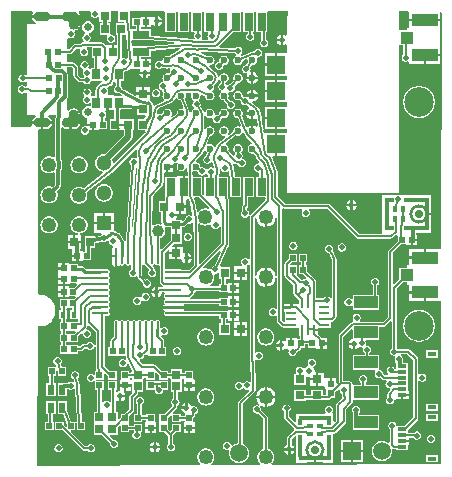
<source format=gbr>
%TF.GenerationSoftware,Altium Limited,Altium Designer,21.4.1 (30)*%
G04 Layer_Physical_Order=1*
G04 Layer_Color=255*
%FSLAX45Y45*%
%MOMM*%
%TF.SameCoordinates,F4A6E2B2-E63A-418B-8CEE-B9A354165880*%
%TF.FilePolarity,Positive*%
%TF.FileFunction,Copper,L1,Top,Signal*%
%TF.Part,Single*%
G01*
G75*
%TA.AperFunction,Conductor*%
%ADD10C,0.20000*%
%ADD11C,0.20320*%
%ADD12C,0.25400*%
%ADD13C,0.30480*%
%TA.AperFunction,SMDPad,CuDef*%
%ADD14R,0.65000X0.90000*%
%ADD15R,0.75000X0.70000*%
%ADD16R,0.75000X0.65000*%
%ADD17R,0.75001X0.65000*%
%ADD18R,0.70000X0.80000*%
%ADD19R,0.65000X0.80000*%
%ADD20R,0.60000X0.40000*%
%ADD21C,0.30000*%
%ADD22R,0.40000X0.60000*%
%TA.AperFunction,ConnectorPad*%
%ADD23R,0.80000X0.30000*%
%ADD24R,0.80000X0.40000*%
%TA.AperFunction,SMDPad,CuDef*%
%ADD25R,0.80000X0.40000*%
%ADD26R,0.80000X0.30000*%
%ADD27R,2.00000X1.00000*%
%ADD28R,0.80000X0.75000*%
%ADD29R,0.80000X0.70000*%
%ADD30R,0.52000X0.52000*%
%ADD31R,0.50000X0.52000*%
%ADD32R,0.80000X0.80000*%
%ADD33R,0.52000X0.50000*%
%ADD34R,0.60000X0.90000*%
%ADD35R,2.20000X1.05000*%
%ADD36R,1.05000X1.00000*%
%ADD37R,0.52000X0.52000*%
%ADD38R,0.70000X1.50000*%
%TA.AperFunction,BGAPad,CuDef*%
%ADD39C,0.60000*%
%TA.AperFunction,SMDPad,CuDef*%
%ADD40R,0.60000X0.60000*%
%ADD41R,1.50000X1.50000*%
%ADD42R,0.45000X0.55000*%
%ADD43R,0.72000X0.76000*%
%ADD44R,0.65000X0.75001*%
%ADD45R,0.65000X0.75000*%
%ADD46R,0.70000X0.75000*%
%ADD47R,0.87500X0.25000*%
%ADD48R,0.25000X0.87500*%
%ADD49C,1.50000*%
%ADD50R,1.40000X0.75000*%
%ADD51O,0.25000X1.40000*%
%ADD52O,1.40000X0.25000*%
%ADD53C,1.00000*%
%TA.AperFunction,Conductor*%
%ADD54C,0.15400*%
%ADD55C,0.15240*%
%ADD56C,0.30000*%
%ADD57C,0.50800*%
%TA.AperFunction,NonConductor*%
%ADD58R,2.80000X0.37500*%
%TA.AperFunction,Conductor*%
%ADD59R,2.80000X0.34751*%
G04:AMPARAMS|DCode=60|XSize=1.9mm|YSize=0.35mm|CornerRadius=0mm|HoleSize=0mm|Usage=FLASHONLY|Rotation=90.002|XOffset=0mm|YOffset=0mm|HoleType=Round|Shape=Rectangle|*
%AMROTATEDRECTD60*
4,1,4,0.17503,-0.95000,-0.17497,-0.95001,-0.17503,0.95000,0.17497,0.95001,0.17503,-0.95000,0.0*
%
%ADD60ROTATEDRECTD60*%

%TA.AperFunction,NonConductor*%
G04:AMPARAMS|DCode=61|XSize=0.44998mm|YSize=0.35mm|CornerRadius=0mm|HoleSize=0mm|Usage=FLASHONLY|Rotation=90.002|XOffset=0mm|YOffset=0mm|HoleType=Round|Shape=Rectangle|*
%AMROTATEDRECTD61*
4,1,4,0.17501,-0.22499,-0.17499,-0.22500,-0.17501,0.22499,0.17499,0.22500,0.17501,-0.22499,0.0*
%
%ADD61ROTATEDRECTD61*%

%TA.AperFunction,Conductor*%
G04:AMPARAMS|DCode=62|XSize=1.9mm|YSize=0.35mm|CornerRadius=0mm|HoleSize=0mm|Usage=FLASHONLY|Rotation=180.002|XOffset=0mm|YOffset=0mm|HoleType=Round|Shape=Rectangle|*
%AMROTATEDRECTD62*
4,1,4,0.95000,0.17503,0.95001,-0.17497,-0.95000,-0.17503,-0.95001,0.17497,0.95000,0.17503,0.0*
%
%ADD62ROTATEDRECTD62*%

%TA.AperFunction,NonConductor*%
G04:AMPARAMS|DCode=63|XSize=0.44998mm|YSize=0.35mm|CornerRadius=0mm|HoleSize=0mm|Usage=FLASHONLY|Rotation=180.002|XOffset=0mm|YOffset=0mm|HoleType=Round|Shape=Rectangle|*
%AMROTATEDRECTD63*
4,1,4,0.22499,0.17501,0.22500,-0.17499,-0.22499,-0.17501,-0.22500,0.17499,0.22499,0.17501,0.0*
%
%ADD63ROTATEDRECTD63*%

%TA.AperFunction,Conductor*%
%ADD64R,0.34751X2.80000*%
%TA.AperFunction,NonConductor*%
%ADD65R,0.37500X2.80000*%
%TA.AperFunction,ComponentPad*%
%ADD66C,0.63000*%
%ADD67O,1.35200X0.75200*%
%ADD68O,1.24000X0.75200*%
%ADD69R,1.30000X1.30000*%
%ADD70C,1.30000*%
%ADD71C,0.70000*%
%ADD72C,1.25000*%
%ADD73C,1.50000*%
%ADD74R,1.50000X1.50000*%
%TA.AperFunction,WasherPad*%
%ADD75C,2.50000*%
%TA.AperFunction,ViaPad*%
%ADD76C,0.50000*%
G36*
X-16743Y3851838D02*
X-18124Y3850156D01*
X-23473Y3840149D01*
X-26766Y3829292D01*
X-26894Y3828000D01*
X-8722D01*
X-8637Y3828353D01*
X-8042Y3830361D01*
X-7343Y3832335D01*
X-6542Y3834270D01*
X-5640Y3836160D01*
X-4641Y3838000D01*
X-3547Y3839786D01*
X-2361Y3841511D01*
X-1086Y3843173D01*
X274Y3844765D01*
X1716Y3846284D01*
X3235Y3847726D01*
X4827Y3849086D01*
X6489Y3850361D01*
X8215Y3851547D01*
X10000Y3852641D01*
X11840Y3853641D01*
X13731Y3854542D01*
X15665Y3855343D01*
X17640Y3856042D01*
X19647Y3856637D01*
X21684Y3857126D01*
X23743Y3857508D01*
X25819Y3857781D01*
X27907Y3857945D01*
X30000Y3858000D01*
X90000D01*
X92094Y3857945D01*
X94181Y3857781D01*
X96258Y3857508D01*
X98317Y3857126D01*
X100353Y3856637D01*
X102361Y3856042D01*
X104335Y3855343D01*
X106270Y3854542D01*
X108160Y3853641D01*
X110000Y3852641D01*
X111786Y3851547D01*
X113512Y3850361D01*
X115173Y3849086D01*
X116765Y3847726D01*
X118284Y3846284D01*
X119726Y3844765D01*
X121086Y3843173D01*
X122361Y3841511D01*
X123547Y3839786D01*
X124641Y3838000D01*
X125640Y3836160D01*
X126542Y3834270D01*
X127343Y3832335D01*
X128042Y3830361D01*
X128637Y3828353D01*
X129126Y3826317D01*
X129508Y3824258D01*
X129781Y3822181D01*
X129945Y3820093D01*
X130000Y3818000D01*
X129945Y3815907D01*
X129781Y3813819D01*
X129508Y3811743D01*
X129126Y3809684D01*
X128637Y3807647D01*
X128042Y3805639D01*
X127343Y3803665D01*
X126542Y3801731D01*
X125640Y3799841D01*
X124641Y3798000D01*
X123547Y3796215D01*
X122361Y3794489D01*
X121086Y3792827D01*
X119726Y3791235D01*
X118284Y3789716D01*
X116765Y3788274D01*
X115173Y3786914D01*
X113512Y3785639D01*
X111786Y3784453D01*
X110000Y3783359D01*
X108160Y3782360D01*
X106270Y3781458D01*
X104335Y3780657D01*
X102361Y3779958D01*
X100353Y3779363D01*
X98317Y3778874D01*
X96258Y3778493D01*
X94181Y3778219D01*
X92094Y3778055D01*
X90000Y3778000D01*
X30000D01*
X27907Y3778055D01*
X25819Y3778219D01*
X23743Y3778493D01*
X21684Y3778874D01*
X19647Y3779363D01*
X17640Y3779958D01*
X15665Y3780657D01*
X13731Y3781458D01*
X11840Y3782360D01*
X10000Y3783359D01*
X8215Y3784453D01*
X6489Y3785639D01*
X4827Y3786914D01*
X3235Y3788274D01*
X1716Y3789716D01*
X274Y3791235D01*
X-1086Y3792827D01*
X-2361Y3794489D01*
X-3547Y3796215D01*
X-4641Y3798000D01*
X-5640Y3799841D01*
X-6542Y3801731D01*
X-7343Y3803665D01*
X-8042Y3805639D01*
X-8637Y3807647D01*
X-8722Y3808000D01*
X-26894D01*
X-26766Y3806709D01*
X-23473Y3795851D01*
X-18124Y3785845D01*
X-10926Y3777074D01*
X-2155Y3769876D01*
X5302Y3765890D01*
X3312Y3753533D01*
X3170Y3753190D01*
X-61086D01*
X-64988Y3752414D01*
X-68296Y3750204D01*
X-70506Y3746896D01*
X-71282Y3742994D01*
Y3327442D01*
X-71710Y3327028D01*
X-83982Y3322028D01*
X-85461Y3323242D01*
X-91541Y3326492D01*
X-98139Y3328493D01*
X-105000Y3329169D01*
X-111861Y3328493D01*
X-118459Y3326492D01*
X-124539Y3323242D01*
X-129868Y3318868D01*
X-134242Y3313539D01*
X-137492Y3307459D01*
X-139493Y3300861D01*
X-140169Y3294000D01*
X-139493Y3287139D01*
X-137492Y3280541D01*
X-134242Y3274461D01*
X-129868Y3269132D01*
X-124539Y3264758D01*
X-118459Y3261508D01*
X-111861Y3259507D01*
X-105000Y3258831D01*
X-98139Y3259507D01*
X-91541Y3261508D01*
X-85461Y3264758D01*
X-83982Y3265972D01*
X-71710Y3260972D01*
X-71282Y3260558D01*
Y3228104D01*
X-83982Y3224467D01*
X-85132Y3225868D01*
X-90461Y3230242D01*
X-96541Y3233492D01*
X-103139Y3235493D01*
X-110000Y3236169D01*
X-116861Y3235493D01*
X-123459Y3233492D01*
X-129539Y3230242D01*
X-134868Y3225868D01*
X-139242Y3220539D01*
X-142492Y3214459D01*
X-144493Y3207861D01*
X-145169Y3201000D01*
X-144493Y3194139D01*
X-142492Y3187541D01*
X-139242Y3181461D01*
X-134868Y3176132D01*
X-129539Y3171758D01*
X-123459Y3168508D01*
X-116861Y3166506D01*
X-110000Y3165831D01*
X-103139Y3166506D01*
X-96541Y3168508D01*
X-90461Y3171758D01*
X-85132Y3176132D01*
X-72939Y3173517D01*
X-71282Y3171868D01*
Y2994994D01*
X-70506Y2991092D01*
X-68296Y2987784D01*
X-64988Y2985574D01*
X-61086Y2984798D01*
X3133D01*
X5279Y2972098D01*
X-2155Y2968124D01*
X-10926Y2960926D01*
X-18124Y2952156D01*
X-23473Y2942149D01*
X-26766Y2931292D01*
X-26894Y2930000D01*
X-8722D01*
X-8637Y2930353D01*
X-8042Y2932361D01*
X-7343Y2934335D01*
X-6542Y2936269D01*
X-5640Y2938160D01*
X-4641Y2940000D01*
X-3547Y2941786D01*
X-2361Y2943512D01*
X-1086Y2945173D01*
X274Y2946765D01*
X1716Y2948284D01*
X3235Y2949726D01*
X4827Y2951086D01*
X6489Y2952361D01*
X8215Y2953547D01*
X10000Y2954641D01*
X11840Y2955640D01*
X13731Y2956542D01*
X15665Y2957343D01*
X17640Y2958042D01*
X19647Y2958637D01*
X21684Y2959126D01*
X23743Y2959508D01*
X25819Y2959781D01*
X27907Y2959945D01*
X30000Y2960000D01*
X90000D01*
X92094Y2959945D01*
X94181Y2959781D01*
X96258Y2959508D01*
X98317Y2959126D01*
X100353Y2958637D01*
X102361Y2958042D01*
X104335Y2957343D01*
X106270Y2956542D01*
X108160Y2955640D01*
X110000Y2954641D01*
X111786Y2953547D01*
X113512Y2952361D01*
X115173Y2951086D01*
X116765Y2949726D01*
X118284Y2948284D01*
X119726Y2946765D01*
X121086Y2945173D01*
X122361Y2943512D01*
X123547Y2941786D01*
X124641Y2940000D01*
X125640Y2938160D01*
X126542Y2936269D01*
X127343Y2934335D01*
X128042Y2932361D01*
X128637Y2930353D01*
X128722Y2930000D01*
X146894D01*
X146767Y2931292D01*
X143473Y2942149D01*
X138124Y2952156D01*
X130926Y2960926D01*
X122156Y2968124D01*
X114721Y2972098D01*
X116867Y2984798D01*
X176543D01*
Y2972361D01*
X176266Y2970970D01*
X176319Y2970953D01*
X172032Y2957067D01*
X171742Y2955363D01*
X170931Y2952690D01*
X170566Y2951488D01*
X169490Y2940564D01*
X169542D01*
Y2631080D01*
X156842Y2624625D01*
X152316Y2627399D01*
X141773Y2631766D01*
X130677Y2634430D01*
X119300Y2635325D01*
X107923Y2634430D01*
X96827Y2631766D01*
X86284Y2627399D01*
X76554Y2621436D01*
X67876Y2614025D01*
X60465Y2605347D01*
X54502Y2595617D01*
X50135Y2585074D01*
X47471Y2573978D01*
X46576Y2562601D01*
X47471Y2551224D01*
X50135Y2540128D01*
X54502Y2529585D01*
X60465Y2519855D01*
X67876Y2511177D01*
X76554Y2503766D01*
X86284Y2497803D01*
X96827Y2493436D01*
X107923Y2490772D01*
X119300Y2489877D01*
X130677Y2490772D01*
X141773Y2493436D01*
X152316Y2497803D01*
X156842Y2500577D01*
X169542Y2494122D01*
Y2405465D01*
X168071Y2393374D01*
X168071Y2393374D01*
X168071D01*
X168071Y2393373D01*
X149331Y2374634D01*
X141773Y2377765D01*
X130677Y2380429D01*
X119300Y2381324D01*
X107923Y2380429D01*
X96827Y2377765D01*
X86284Y2373398D01*
X76554Y2367435D01*
X67876Y2360024D01*
X60465Y2351346D01*
X54502Y2341616D01*
X50135Y2331073D01*
X47471Y2319977D01*
X46576Y2308600D01*
X47471Y2297223D01*
X50135Y2286127D01*
X54502Y2275584D01*
X60465Y2265854D01*
X67876Y2257176D01*
X76554Y2249765D01*
X86284Y2243802D01*
X96827Y2239435D01*
X107923Y2236771D01*
X119300Y2235876D01*
X130677Y2236771D01*
X141773Y2239435D01*
X152316Y2243802D01*
X162046Y2249765D01*
X170724Y2257176D01*
X178135Y2265854D01*
X184098Y2275584D01*
X188465Y2286127D01*
X191129Y2297223D01*
X192024Y2308600D01*
X191129Y2319977D01*
X188465Y2331073D01*
X185334Y2338631D01*
X204073Y2357371D01*
X204110Y2357334D01*
X211074Y2365818D01*
X211666Y2366927D01*
X216248Y2375499D01*
X219069Y2384800D01*
X219434Y2386002D01*
X220510Y2396926D01*
X220458D01*
Y2501080D01*
X220996Y2512803D01*
X223904Y2519273D01*
X225604Y2524280D01*
X228664Y2533297D01*
X231554Y2547822D01*
X232522Y2562601D01*
X231554Y2577379D01*
X228664Y2591905D01*
X225604Y2600921D01*
X223904Y2605929D01*
X220993Y2612402D01*
X220458Y2624125D01*
Y2876377D01*
X233158Y2880921D01*
X234674Y2879074D01*
X243445Y2871876D01*
X253451Y2866527D01*
X264309Y2863234D01*
X275600Y2862122D01*
X290000D01*
Y2880000D01*
X270000D01*
X267907Y2880055D01*
X265819Y2880219D01*
X263743Y2880493D01*
X261684Y2880874D01*
X259647Y2881363D01*
X257639Y2881958D01*
X255665Y2882657D01*
X253731Y2883458D01*
X251840Y2884360D01*
X250000Y2885359D01*
X248215Y2886453D01*
X246489Y2887639D01*
X244827Y2888914D01*
X243235Y2890274D01*
X241716Y2891716D01*
X240274Y2893235D01*
X238914Y2894827D01*
X237639Y2896489D01*
X236453Y2898215D01*
X235359Y2900000D01*
X234360Y2901841D01*
X233458Y2903731D01*
X232657Y2905666D01*
X231958Y2907639D01*
X231363Y2909647D01*
X230874Y2911684D01*
X230493Y2913743D01*
X230219Y2915819D01*
X230055Y2917907D01*
X230000Y2920000D01*
X230055Y2922093D01*
X230219Y2924181D01*
X230493Y2926258D01*
X230874Y2928316D01*
X231363Y2930353D01*
X231958Y2932361D01*
X232657Y2934335D01*
X233458Y2936269D01*
X234360Y2938160D01*
X235359Y2940000D01*
X236453Y2941786D01*
X237639Y2943512D01*
X238914Y2945173D01*
X240274Y2946765D01*
X241716Y2948284D01*
X243235Y2949726D01*
X244827Y2951086D01*
X246489Y2952361D01*
X248215Y2953547D01*
X250000Y2954641D01*
X251840Y2955640D01*
X253731Y2956542D01*
X255665Y2957343D01*
X257639Y2958042D01*
X259647Y2958637D01*
X261684Y2959126D01*
X263743Y2959508D01*
X265819Y2959781D01*
X267907Y2959945D01*
X270000Y2960000D01*
X270785Y2960021D01*
X271568Y2960082D01*
X272347Y2960185D01*
X273119Y2960328D01*
X273882Y2960511D01*
X274635Y2960734D01*
X275376Y2960996D01*
X276101Y2961297D01*
X276810Y2961635D01*
X277500Y2962010D01*
X278170Y2962420D01*
X278817Y2962865D01*
X279440Y2963343D01*
X280037Y2963853D01*
X280607Y2964394D01*
X281147Y2964963D01*
X281657Y2965560D01*
X282135Y2966183D01*
X282580Y2966830D01*
X282991Y2967500D01*
X283365Y2968190D01*
X283703Y2968899D01*
X284004Y2969624D01*
X284266Y2970365D01*
X284489Y2971118D01*
X284672Y2971882D01*
X284816Y2972654D01*
X284918Y2973432D01*
X284980Y2974215D01*
X285000Y2975000D01*
Y2987500D01*
X285058Y2989724D01*
X285233Y2991942D01*
X285523Y2994149D01*
X285929Y2996336D01*
X286448Y2998500D01*
X287080Y3000633D01*
X287823Y3002731D01*
X288675Y3004786D01*
X289632Y3006795D01*
X290694Y3008750D01*
X291857Y3010647D01*
X293117Y3012481D01*
X294471Y3014246D01*
X295916Y3015938D01*
X297448Y3017552D01*
X299062Y3019084D01*
X300754Y3020529D01*
X302519Y3021883D01*
X304353Y3023144D01*
X306250Y3024306D01*
X308206Y3025368D01*
X310214Y3026326D01*
X312269Y3027177D01*
X314367Y3027920D01*
X316500Y3028552D01*
X318664Y3029071D01*
X320852Y3029477D01*
X323058Y3029767D01*
X325276Y3029942D01*
X327500Y3030000D01*
X329725Y3029942D01*
X331943Y3029767D01*
X334149Y3029477D01*
X336336Y3029071D01*
X338500Y3028552D01*
X340633Y3027920D01*
X342731Y3027177D01*
X344786Y3026326D01*
X346795Y3025368D01*
X348750Y3024306D01*
X350647Y3023144D01*
X352481Y3021883D01*
X354246Y3020529D01*
X355938Y3019084D01*
X357552Y3017552D01*
X359084Y3015938D01*
X360529Y3014246D01*
X361883Y3012481D01*
X363144Y3010647D01*
X364306Y3008750D01*
X365368Y3006795D01*
X366326Y3004786D01*
X367177Y3002731D01*
X367920Y3000633D01*
X368552Y2998500D01*
X369071Y2996336D01*
X369477Y2994149D01*
X369767Y2991942D01*
X369942Y2989724D01*
X370000Y2987500D01*
Y2930000D01*
X381294D01*
X381167Y2931292D01*
X380196Y2934492D01*
Y2987500D01*
X380169Y2987633D01*
X380192Y2987766D01*
X380134Y2989991D01*
X380074Y2990255D01*
X380106Y2990524D01*
X379932Y2992742D01*
X379858Y2993003D01*
X379876Y2993274D01*
X379585Y2995480D01*
X379498Y2995736D01*
X379502Y2996006D01*
X379097Y2998194D01*
X378996Y2998446D01*
X378986Y2998717D01*
X378466Y3000880D01*
X378353Y3001126D01*
X378328Y3001396D01*
X377696Y3003529D01*
X377570Y3003769D01*
X377531Y3004036D01*
X376788Y3006134D01*
X376650Y3006367D01*
X376597Y3006632D01*
X375746Y3008688D01*
X375595Y3008914D01*
X375528Y3009177D01*
X374570Y3011185D01*
X374408Y3011402D01*
X374328Y3011659D01*
X373266Y3013615D01*
X373093Y3013823D01*
X373000Y3014077D01*
X371837Y3015975D01*
X371653Y3016174D01*
X371546Y3016422D01*
X370286Y3018256D01*
X370092Y3018445D01*
X369972Y3018688D01*
X368618Y3020453D01*
X368414Y3020632D01*
X368282Y3020868D01*
X366837Y3022560D01*
X366624Y3022727D01*
X366480Y3022956D01*
X364948Y3024570D01*
X364726Y3024727D01*
X364570Y3024948D01*
X362956Y3026480D01*
X362727Y3026625D01*
X362560Y3026837D01*
X360868Y3028282D01*
X360631Y3028414D01*
X360453Y3028618D01*
X358688Y3029972D01*
X358444Y3030092D01*
X358255Y3030286D01*
X356422Y3031546D01*
X356174Y3031653D01*
X355975Y3031837D01*
X354078Y3033000D01*
X353824Y3033093D01*
X353615Y3033266D01*
X351660Y3034328D01*
X351402Y3034408D01*
X351185Y3034570D01*
X349176Y3035528D01*
X348914Y3035595D01*
X348688Y3035746D01*
X346632Y3036597D01*
X346367Y3036650D01*
X346134Y3036788D01*
X344036Y3037531D01*
X343769Y3037570D01*
X343529Y3037696D01*
X341396Y3038328D01*
X341126Y3038353D01*
X340880Y3038466D01*
X338717Y3038986D01*
X338446Y3038996D01*
X338194Y3039097D01*
X336006Y3039502D01*
X335736Y3039498D01*
X335480Y3039585D01*
X333274Y3039876D01*
X333003Y3039858D01*
X332742Y3039932D01*
X330524Y3040106D01*
X330255Y3040074D01*
X329991Y3040134D01*
X327767Y3040192D01*
X327500Y3040147D01*
X327234Y3040192D01*
X325010Y3040134D01*
X324745Y3040074D01*
X324476Y3040106D01*
X322258Y3039932D01*
X321997Y3039858D01*
X321726Y3039876D01*
X319520Y3039585D01*
X319264Y3039498D01*
X318994Y3039502D01*
X316806Y3039097D01*
X316555Y3038996D01*
X316284Y3038986D01*
X314120Y3038466D01*
X313874Y3038353D01*
X313604Y3038328D01*
X311471Y3037696D01*
X311232Y3037570D01*
X310964Y3037531D01*
X308866Y3036788D01*
X308634Y3036650D01*
X308368Y3036597D01*
X306312Y3035746D01*
X306087Y3035595D01*
X305823Y3035528D01*
X303815Y3034570D01*
X303599Y3034408D01*
X303341Y3034328D01*
X301385Y3033266D01*
X301177Y3033093D01*
X300923Y3033000D01*
X299026Y3031837D01*
X298827Y3031653D01*
X298578Y3031546D01*
X296745Y3030286D01*
X296556Y3030092D01*
X296312Y3029972D01*
X294547Y3028618D01*
X294368Y3028414D01*
X294133Y3028282D01*
X292441Y3026837D01*
X292273Y3026624D01*
X292044Y3026480D01*
X290430Y3024948D01*
X290273Y3024726D01*
X290052Y3024570D01*
X288520Y3022956D01*
X288376Y3022727D01*
X288164Y3022560D01*
X287810Y3022146D01*
X282561Y3022545D01*
X275110Y3026624D01*
Y3131726D01*
X275190Y3131920D01*
X276058Y3138509D01*
Y3333094D01*
X275190Y3339683D01*
X275110Y3339877D01*
Y3388166D01*
X311554D01*
X326066Y3373654D01*
Y3316903D01*
X326759Y3311640D01*
X328790Y3306736D01*
X332022Y3302525D01*
X369142Y3265404D01*
X373353Y3262173D01*
X378257Y3260142D01*
X383520Y3259449D01*
X409768D01*
X414132Y3254132D01*
X419461Y3249758D01*
X425541Y3246508D01*
X432139Y3244507D01*
X439000Y3243831D01*
X445861Y3244507D01*
X452459Y3246508D01*
X458539Y3249758D01*
X463868Y3254132D01*
X468242Y3259461D01*
X471162Y3264924D01*
X477498Y3275000D01*
X485217Y3275000D01*
X559873D01*
X565560Y3269712D01*
X563421Y3259993D01*
X561661Y3256095D01*
X551700Y3251969D01*
X541591Y3245774D01*
X532576Y3238074D01*
X524877Y3229059D01*
X518682Y3218951D01*
X514145Y3207998D01*
X511491Y3196943D01*
X511377Y3196470D01*
X510447Y3184650D01*
X510506D01*
Y3145000D01*
X480274D01*
X472604Y3155673D01*
X473145Y3156333D01*
X476395Y3162413D01*
X478396Y3169010D01*
X479072Y3175871D01*
X478396Y3182733D01*
X476395Y3189330D01*
X473145Y3195410D01*
X468771Y3200740D01*
X463442Y3205114D01*
X457361Y3208364D01*
X450764Y3210365D01*
X443903Y3211041D01*
X437041Y3210365D01*
X430444Y3208364D01*
X424364Y3205114D01*
X419034Y3200740D01*
X414660Y3195410D01*
X411410Y3189330D01*
X409409Y3182733D01*
X408733Y3175871D01*
X409409Y3169010D01*
X411410Y3162413D01*
X414660Y3156333D01*
X418169Y3152058D01*
X418970Y3149995D01*
X418107Y3136487D01*
X417850Y3136071D01*
X417470Y3135759D01*
X413096Y3130430D01*
X409847Y3124349D01*
X407845Y3117752D01*
X407169Y3110891D01*
X407845Y3104029D01*
X409847Y3097432D01*
X413096Y3091352D01*
X417470Y3086022D01*
X422800Y3081648D01*
X428880Y3078398D01*
X435477Y3076397D01*
X442339Y3075721D01*
X449200Y3076397D01*
X455797Y3078398D01*
X461878Y3081648D01*
X464798Y3084045D01*
X473298Y3081595D01*
X477498Y3078542D01*
Y3065674D01*
X464798Y3058328D01*
X460096Y3059755D01*
X450000Y3060749D01*
X439904Y3059755D01*
X430197Y3056810D01*
X421250Y3052028D01*
X413408Y3045592D01*
X406973Y3037750D01*
X402190Y3028803D01*
X399246Y3019096D01*
X398251Y3009000D01*
X399246Y2998904D01*
X402190Y2989197D01*
X406973Y2980250D01*
X413408Y2972408D01*
X421250Y2965972D01*
X430197Y2961190D01*
X439904Y2958246D01*
X441181Y2958120D01*
X444209Y2946674D01*
X444209Y2945060D01*
Y2910675D01*
X489209D01*
Y2900675D01*
X499209D01*
Y2854674D01*
X534209Y2854674D01*
X540727Y2864674D01*
X546909Y2864674D01*
X608209D01*
Y2936674D01*
X591683D01*
Y2960191D01*
X594357Y2962386D01*
X598731Y2967715D01*
X601981Y2973795D01*
X603982Y2980393D01*
X604658Y2987254D01*
X603982Y2994115D01*
X601981Y3000713D01*
X598731Y3006793D01*
X594357Y3012122D01*
X594140Y3012301D01*
X598685Y3025001D01*
X605001D01*
Y3090000D01*
X625001D01*
Y3025001D01*
X667499D01*
X671156Y3013815D01*
Y2948181D01*
X637375D01*
Y2853179D01*
X722375D01*
Y2853680D01*
X746000D01*
Y2853180D01*
X755324D01*
Y2812229D01*
X597123Y2654028D01*
X595969Y2654305D01*
X584200Y2655232D01*
X572431Y2654305D01*
X560952Y2651550D01*
X550045Y2647032D01*
X539980Y2640864D01*
X531003Y2633197D01*
X523336Y2624220D01*
X517168Y2614155D01*
X512650Y2603248D01*
X509895Y2591769D01*
X508968Y2580000D01*
X509895Y2568231D01*
X512650Y2556752D01*
X517168Y2545845D01*
X523336Y2535780D01*
X531003Y2526803D01*
X539980Y2519136D01*
X550045Y2512968D01*
X560952Y2508450D01*
X572431Y2505695D01*
X574006Y2505571D01*
X577967Y2492519D01*
X414490Y2363577D01*
X405316Y2369198D01*
X394773Y2373566D01*
X383677Y2376230D01*
X372300Y2377125D01*
X360923Y2376230D01*
X349827Y2373566D01*
X339284Y2369198D01*
X329554Y2363236D01*
X320876Y2355825D01*
X313465Y2347147D01*
X307502Y2337417D01*
X303135Y2326874D01*
X300471Y2315777D01*
X299576Y2304401D01*
X300471Y2293024D01*
X303135Y2281928D01*
X307502Y2271385D01*
X313465Y2261655D01*
X320876Y2252977D01*
X329554Y2245565D01*
X339284Y2239603D01*
X349827Y2235236D01*
X360923Y2232572D01*
X372300Y2231677D01*
X383677Y2232572D01*
X394773Y2235236D01*
X405316Y2239603D01*
X415046Y2245565D01*
X423724Y2252977D01*
X431135Y2261655D01*
X437098Y2271385D01*
X441465Y2281928D01*
X444129Y2293024D01*
X445024Y2304401D01*
X444129Y2315777D01*
X441465Y2326874D01*
X439535Y2331534D01*
X649237Y2496937D01*
X649532Y2497170D01*
X658557Y2505126D01*
X667545Y2514093D01*
X852454Y2697725D01*
X863962Y2691254D01*
X863377Y2688819D01*
X863033Y2684441D01*
X862793Y2682618D01*
X862853Y2682160D01*
X862447Y2677000D01*
X862822Y2672239D01*
X862754Y2670883D01*
X866663Y2622800D01*
X854441Y2616401D01*
X854138Y2616649D01*
X848058Y2619899D01*
X841461Y2621901D01*
X834600Y2622576D01*
X827738Y2621901D01*
X821141Y2619899D01*
X815061Y2616649D01*
X809731Y2612275D01*
X805357Y2606946D01*
X802107Y2600866D01*
X800106Y2594268D01*
X799430Y2587407D01*
X800106Y2580546D01*
X802107Y2573948D01*
X805357Y2567868D01*
X809731Y2562539D01*
X812414Y2560337D01*
X770122Y1926582D01*
X758455Y1919537D01*
X756943Y1919828D01*
X727662Y1966534D01*
X727587Y1966625D01*
X727536Y1966733D01*
X727465Y1966844D01*
X727325Y1967009D01*
X726988Y1967641D01*
X725321Y1969672D01*
X724668Y1970764D01*
X719960Y1976712D01*
X716441Y1980744D01*
X716321Y1980884D01*
X716184Y1981001D01*
X716182Y1981003D01*
X706698Y1989102D01*
X695908Y1995715D01*
X684216Y2000558D01*
X671910Y2003512D01*
X669200Y2003725D01*
Y2062000D01*
X499200D01*
Y1987000D01*
X563157D01*
X566338Y1974300D01*
X564761Y1973457D01*
X559432Y1969083D01*
X555058Y1963754D01*
X554097Y1961957D01*
X518229Y1955244D01*
X512500Y1960000D01*
Y1960000D01*
X422500D01*
Y1860000D01*
X425104D01*
Y1826000D01*
X406000D01*
Y1836000D01*
X385216D01*
Y1850000D01*
X385216Y1850000D01*
X387500D01*
Y1899998D01*
X332500D01*
X277500D01*
Y1850000D01*
X315613D01*
X316608Y1848700D01*
X314000Y1836000D01*
X314000Y1836000D01*
Y1800000D01*
X360000D01*
Y1790000D01*
X370000D01*
Y1744000D01*
X406000D01*
Y1754000D01*
X476000D01*
Y1826000D01*
X470896D01*
Y1860000D01*
X512500D01*
Y1902372D01*
X568668Y1912884D01*
X570841Y1911723D01*
X577439Y1909721D01*
X584300Y1909045D01*
X591161Y1909721D01*
X597759Y1911723D01*
X603839Y1914973D01*
X609168Y1919346D01*
X612429Y1923319D01*
X612923Y1923221D01*
X618733Y1921538D01*
X624193Y1918238D01*
X623781Y1914050D01*
X624456Y1907189D01*
X626458Y1900591D01*
X629708Y1894511D01*
X634082Y1889182D01*
X639411Y1884808D01*
X645491Y1881558D01*
X652089Y1879557D01*
X656137Y1879158D01*
X660532Y1871483D01*
X661623Y1866382D01*
X659712Y1863892D01*
X656437Y1855986D01*
X655320Y1847502D01*
Y1800002D01*
X688102D01*
Y1790002D01*
X698102D01*
Y1701467D01*
X704490Y1704113D01*
X711279Y1709322D01*
X711398Y1709478D01*
X719882Y1715032D01*
X726753Y1712848D01*
X732227Y1710581D01*
X738100Y1709808D01*
X743974Y1710581D01*
X749447Y1712848D01*
X754147Y1716455D01*
X755771Y1718570D01*
X761557Y1719750D01*
X764643D01*
X770430Y1718570D01*
X772053Y1716455D01*
X776753Y1712848D01*
X782227Y1710581D01*
X788100Y1709808D01*
X793974Y1710581D01*
X799447Y1712848D01*
X804147Y1716455D01*
X804171Y1716485D01*
X816871Y1712174D01*
Y1677736D01*
X812372Y1675331D01*
X807043Y1670957D01*
X802669Y1665628D01*
X799419Y1659548D01*
X797418Y1652950D01*
X796742Y1646089D01*
X797418Y1639228D01*
X799419Y1632630D01*
X802669Y1626550D01*
X807043Y1621221D01*
X812372Y1616847D01*
X818452Y1613597D01*
X825050Y1611595D01*
X831911Y1610920D01*
X838772Y1611595D01*
X845370Y1613597D01*
X851450Y1616847D01*
X855851Y1620459D01*
X859673Y1619825D01*
X868551Y1615545D01*
Y1614966D01*
X869244Y1609703D01*
X871275Y1604799D01*
X871275Y1604799D01*
X871276Y1604797D01*
X872253Y1603525D01*
X872255Y1603522D01*
X874506Y1600587D01*
X879170Y1595730D01*
X879360Y1595726D01*
X887959Y1586568D01*
X914105Y1558715D01*
X913994Y1557589D01*
X914670Y1550728D01*
X916672Y1544130D01*
X919921Y1538050D01*
X924295Y1532721D01*
X929625Y1528347D01*
X935705Y1525097D01*
X942302Y1523096D01*
X949164Y1522420D01*
X956025Y1523096D01*
X962622Y1525097D01*
X968703Y1528347D01*
X974032Y1532721D01*
X978406Y1538050D01*
X981656Y1544130D01*
X983657Y1550728D01*
X984333Y1557589D01*
X983657Y1564450D01*
X981656Y1571048D01*
X978406Y1577128D01*
X974032Y1582457D01*
X968703Y1586831D01*
X962622Y1590081D01*
X956025Y1592082D01*
X949164Y1592758D01*
X942302Y1592082D01*
X939391Y1591199D01*
X909219Y1623339D01*
Y1712318D01*
X921919Y1716629D01*
X922053Y1716455D01*
X926753Y1712848D01*
X930974Y1711100D01*
X967208Y1674866D01*
Y1671418D01*
X963878Y1667360D01*
X960628Y1661280D01*
X958627Y1654683D01*
X957951Y1647821D01*
X958627Y1640960D01*
X960628Y1634363D01*
X963878Y1628282D01*
X968252Y1622953D01*
X973581Y1618579D01*
X979661Y1615329D01*
X986259Y1613328D01*
X993120Y1612652D01*
X999981Y1613328D01*
X1006579Y1615329D01*
X1012659Y1618579D01*
X1017989Y1622953D01*
X1022362Y1628282D01*
X1025612Y1634363D01*
X1027614Y1640960D01*
X1028290Y1647821D01*
X1027614Y1654683D01*
X1025612Y1661280D01*
X1022362Y1667360D01*
X1017989Y1672690D01*
X1012659Y1677064D01*
X1007552Y1679793D01*
Y1683220D01*
X1007553Y1683222D01*
X1006865Y1688443D01*
X1004850Y1693308D01*
X1001644Y1697486D01*
X1001643Y1697487D01*
X999858Y1699272D01*
X999691Y1704786D01*
X1002160Y1714930D01*
X1004147Y1716455D01*
X1005771Y1718570D01*
X1011557Y1719750D01*
X1014643D01*
X1020430Y1718570D01*
X1022053Y1716455D01*
X1026753Y1712848D01*
X1032227Y1710581D01*
X1038100Y1709808D01*
X1043974Y1710581D01*
X1044906Y1710967D01*
X1055671Y1705412D01*
X1057606Y1703100D01*
Y1571904D01*
X1058299Y1566642D01*
X1060330Y1561737D01*
X1063562Y1557526D01*
X1080465Y1540623D01*
X1083837Y1538036D01*
X1083891Y1536671D01*
X1076888Y1525336D01*
X1053982D01*
X1049209Y1524707D01*
X1046405Y1526206D01*
X1039101Y1528422D01*
Y1484430D01*
Y1440439D01*
X1046405Y1442655D01*
X1054223Y1446833D01*
X1061075Y1452457D01*
X1066698Y1459309D01*
X1070877Y1467126D01*
X1073450Y1475609D01*
X1074319Y1484430D01*
X1074534Y1484668D01*
X1090238D01*
X1092421Y1481823D01*
X1092577Y1481703D01*
X1098131Y1473220D01*
X1095947Y1466348D01*
X1093680Y1460875D01*
X1092906Y1455001D01*
X1093680Y1449128D01*
X1095947Y1443654D01*
X1099553Y1438954D01*
X1101669Y1437331D01*
X1102848Y1431545D01*
Y1428458D01*
X1101669Y1422672D01*
X1099553Y1421048D01*
X1095947Y1416348D01*
X1093680Y1410875D01*
X1092906Y1405002D01*
X1093680Y1399128D01*
X1095947Y1393655D01*
X1098131Y1386783D01*
X1092577Y1378300D01*
X1092421Y1378180D01*
X1087212Y1371391D01*
X1084565Y1365001D01*
X1173101D01*
X1261636D01*
X1258989Y1371391D01*
X1265420Y1383873D01*
X1561640D01*
Y1365800D01*
X1631640D01*
Y1355800D01*
X1667640D01*
Y1401801D01*
Y1447800D01*
X1631640D01*
Y1437800D01*
X1561640D01*
Y1424218D01*
X1315500D01*
X1312973Y1436918D01*
X1314118Y1437392D01*
X1318329Y1440623D01*
X1340200Y1462494D01*
X1343432Y1466705D01*
X1345463Y1471610D01*
X1346156Y1476873D01*
Y1477293D01*
X1350954Y1479858D01*
X1356283Y1484231D01*
X1360657Y1489561D01*
X1363267Y1494445D01*
X1561640D01*
Y1483478D01*
X1631640D01*
Y1473478D01*
X1667641D01*
Y1519478D01*
Y1565478D01*
X1631640D01*
Y1555478D01*
X1616582D01*
Y1599140D01*
X1652440D01*
Y1699140D01*
X1574031D01*
X1565886Y1711840D01*
X1638054Y1869102D01*
X1638179Y1869506D01*
X1638871Y1870801D01*
X1641049Y1877981D01*
X1641731Y1880226D01*
X1642779Y1890028D01*
X1642637Y1890180D01*
X1643794Y1906500D01*
X1643941Y1907785D01*
X1643922Y1908938D01*
X1644072Y1910082D01*
Y2230925D01*
X1643385Y2236146D01*
X1642233Y2238928D01*
X1635277Y2309966D01*
X1635259Y2310042D01*
X1635261Y2310122D01*
X1635200Y2310375D01*
Y2458000D01*
X1567076D01*
X1558930Y2467744D01*
X1563297Y2491992D01*
X1563309Y2492250D01*
X1563620Y2493546D01*
X1564547Y2505315D01*
X1563620Y2517084D01*
X1562454Y2521944D01*
X1574715Y2525272D01*
X1575883Y2521423D01*
X1579133Y2515343D01*
X1583507Y2510014D01*
X1588836Y2505640D01*
X1594916Y2502390D01*
X1601514Y2500388D01*
X1608375Y2499713D01*
X1615236Y2500388D01*
X1621834Y2502390D01*
X1627914Y2505640D01*
X1633243Y2510014D01*
X1633543Y2510379D01*
X1646789Y2506499D01*
X1655166Y2435459D01*
X1655200Y2435324D01*
Y2288000D01*
X1745200D01*
Y2458000D01*
X1693457D01*
X1683349Y2543723D01*
X1683179Y2544393D01*
X1682998Y2546701D01*
X1680230Y2558229D01*
X1677412Y2565032D01*
X1687566Y2573705D01*
X1689851Y2572304D01*
X1700758Y2567786D01*
X1710159Y2565530D01*
X1710748Y2565342D01*
X1719295Y2563811D01*
X1721828Y2559072D01*
X1726202Y2553743D01*
X1731531Y2549369D01*
X1737611Y2546119D01*
X1744209Y2544118D01*
X1751070Y2543442D01*
X1757931Y2544118D01*
X1764529Y2546119D01*
X1770609Y2549369D01*
X1775939Y2553743D01*
X1780312Y2559072D01*
X1783562Y2565152D01*
X1785564Y2571750D01*
X1786240Y2578611D01*
X1785564Y2585472D01*
X1783562Y2592070D01*
X1780312Y2598150D01*
X1775939Y2603479D01*
X1770609Y2607853D01*
X1764529Y2611103D01*
X1762939Y2611586D01*
X1761672Y2612659D01*
X1756864Y2622620D01*
X1756498Y2625878D01*
X1758499Y2632475D01*
X1759175Y2639336D01*
X1758499Y2646197D01*
X1756498Y2652795D01*
X1753248Y2658875D01*
X1748621Y2669579D01*
X1753620Y2675670D01*
X1757334Y2682619D01*
X1759621Y2690159D01*
X1760393Y2698000D01*
X1759621Y2705841D01*
X1757334Y2713382D01*
X1753620Y2720331D01*
X1748621Y2726421D01*
X1742530Y2731420D01*
X1735581Y2735134D01*
X1728041Y2737421D01*
X1720200Y2738194D01*
X1712359Y2737421D01*
X1704819Y2735134D01*
X1697870Y2731420D01*
X1691779Y2726421D01*
X1686780Y2720331D01*
X1683066Y2713382D01*
X1680779Y2705841D01*
X1680007Y2698000D01*
X1680779Y2690159D01*
X1683066Y2682619D01*
X1686780Y2675670D01*
X1691779Y2669579D01*
X1694764Y2658875D01*
X1691514Y2652795D01*
X1689512Y2646197D01*
X1689434Y2645395D01*
X1676258Y2641197D01*
X1638097Y2685132D01*
X1639621Y2690159D01*
X1640393Y2698000D01*
X1639621Y2705841D01*
X1637334Y2713382D01*
X1633620Y2720331D01*
X1628621Y2726421D01*
X1622530Y2731420D01*
X1619222Y2733188D01*
X1617001Y2743833D01*
X1617644Y2747780D01*
X1704156Y2811220D01*
X1704819Y2810866D01*
X1712359Y2808579D01*
X1720200Y2807807D01*
X1728041Y2808579D01*
X1735581Y2810866D01*
X1742530Y2814581D01*
X1748621Y2819579D01*
X1753620Y2825670D01*
X1756871Y2831753D01*
X1760014Y2832548D01*
X1770501Y2832273D01*
X1775883Y2819937D01*
X1776438Y2819016D01*
X1777637Y2816123D01*
X1782811Y2807680D01*
X1783393Y2806728D01*
X1783520Y2806580D01*
X1790431Y2798488D01*
X1790435Y2798484D01*
X1790549Y2798349D01*
X1790689Y2798230D01*
X1799682Y2789276D01*
X1838185Y2750757D01*
X1837140Y2744237D01*
X1832683Y2737453D01*
X1832359Y2737421D01*
X1824819Y2735134D01*
X1817870Y2731420D01*
X1811779Y2726421D01*
X1806780Y2720331D01*
X1803066Y2713382D01*
X1800779Y2705841D01*
X1800007Y2698000D01*
X1800779Y2690159D01*
X1803066Y2682619D01*
X1806780Y2675670D01*
X1811779Y2669579D01*
X1817870Y2664581D01*
X1824819Y2660866D01*
X1832359Y2658579D01*
X1840200Y2657807D01*
X1847919Y2658567D01*
X1861157Y2643592D01*
X1867920Y2633986D01*
D01*
X1872021Y2621904D01*
X1877856Y2610072D01*
X1885186Y2599103D01*
X1893884Y2589184D01*
X1898039Y2585540D01*
X1892733Y2573301D01*
X1890729Y2573499D01*
X1883868Y2572823D01*
X1877271Y2570822D01*
X1871190Y2567572D01*
X1865861Y2563198D01*
X1861487Y2557868D01*
X1858237Y2551788D01*
X1856236Y2545191D01*
X1855560Y2538329D01*
X1856236Y2531468D01*
X1858237Y2524871D01*
X1861487Y2518790D01*
X1865861Y2513461D01*
X1871190Y2509087D01*
X1877271Y2505837D01*
X1883868Y2503836D01*
X1890729Y2503160D01*
X1899492Y2491548D01*
Y2458000D01*
X1875200D01*
Y2288000D01*
X1944728D01*
X1952973Y2278341D01*
X1950363Y2261919D01*
X1839188Y2150743D01*
X1839154Y2150699D01*
X1839117Y2150671D01*
X1826700Y2138254D01*
X1825762Y2137316D01*
X1824250Y2136040D01*
X1813150Y2141742D01*
X1813733Y2143665D01*
X1814409Y2150527D01*
X1813733Y2157388D01*
X1811732Y2163985D01*
X1808482Y2170066D01*
X1804108Y2175395D01*
X1798779Y2179769D01*
X1793895Y2182379D01*
Y2200465D01*
X1799738Y2206309D01*
X1802970Y2210520D01*
X1805001Y2215424D01*
X1805694Y2220687D01*
Y2288000D01*
X1855200D01*
Y2458000D01*
X1765200D01*
Y2338083D01*
X1765026Y2336760D01*
Y2229110D01*
X1757741Y2221824D01*
X1754509Y2217613D01*
X1752478Y2212709D01*
X1751785Y2207446D01*
X1752478Y2202183D01*
X1753227Y2200375D01*
Y2174000D01*
X1749998Y2170066D01*
X1746748Y2163985D01*
X1744746Y2157388D01*
X1744070Y2150527D01*
X1744746Y2143665D01*
X1746748Y2137068D01*
X1749998Y2130988D01*
X1754371Y2125658D01*
X1759701Y2121284D01*
X1765781Y2118034D01*
X1772378Y2116033D01*
X1779240Y2115357D01*
X1786101Y2116033D01*
X1792698Y2118034D01*
X1798779Y2121284D01*
X1804108Y2125658D01*
X1807832Y2130195D01*
X1808482Y2130987D01*
X1808956Y2131464D01*
X1820499Y2128200D01*
X1819806Y2122937D01*
Y1767714D01*
X1807106Y1763169D01*
X1805714Y1764865D01*
X1800385Y1769239D01*
X1794305Y1772489D01*
X1787707Y1774490D01*
X1780846Y1775166D01*
X1773985Y1774490D01*
X1767387Y1772489D01*
X1761307Y1769239D01*
X1755977Y1764865D01*
X1751604Y1759536D01*
X1748354Y1753456D01*
X1746352Y1746858D01*
X1745676Y1739997D01*
X1746352Y1733136D01*
X1748354Y1726538D01*
X1750865Y1721840D01*
X1749288Y1716787D01*
X1744463Y1709140D01*
X1687440D01*
Y1659140D01*
X1742441D01*
Y1649140D01*
D01*
Y1659140D01*
X1797440D01*
Y1709139D01*
X1797440Y1709139D01*
X1797440D01*
X1799207Y1710108D01*
X1800385Y1710754D01*
X1805708Y1715124D01*
X1805714Y1715128D01*
X1807106Y1716825D01*
X1819806Y1712280D01*
Y904801D01*
X1820499Y899538D01*
X1821959Y896014D01*
X1827690Y727594D01*
X1827242Y727160D01*
X1815171Y722034D01*
X1813521Y723388D01*
X1807441Y726638D01*
X1800844Y728639D01*
X1793982Y729315D01*
X1787121Y728639D01*
X1780524Y726638D01*
X1774443Y723388D01*
X1769114Y719014D01*
X1768680Y718486D01*
X1768417Y718319D01*
X1755034Y717286D01*
X1752723Y718143D01*
X1748547Y721570D01*
X1742467Y724820D01*
X1735870Y726822D01*
X1729008Y727497D01*
X1722147Y726822D01*
X1715550Y724820D01*
X1709469Y721570D01*
X1704140Y717196D01*
X1699766Y711867D01*
X1696516Y705787D01*
X1694515Y699189D01*
X1693839Y692328D01*
X1694515Y685467D01*
X1696516Y678869D01*
X1699766Y672789D01*
X1704140Y667460D01*
X1709469Y663086D01*
X1715550Y659836D01*
X1722147Y657835D01*
X1729008Y657159D01*
X1735870Y657835D01*
X1742467Y659836D01*
X1748547Y663086D01*
X1753877Y667460D01*
X1754310Y667988D01*
X1754574Y668155D01*
X1767957Y669188D01*
X1770268Y668331D01*
X1774443Y664904D01*
X1780524Y661654D01*
X1787121Y659652D01*
X1793982Y658977D01*
X1800844Y659652D01*
X1807441Y661654D01*
X1814237Y650885D01*
X1725738Y562387D01*
X1722507Y558176D01*
X1720475Y553272D01*
X1719782Y548009D01*
Y204950D01*
X1715759Y204633D01*
X1702749Y201510D01*
X1690388Y196389D01*
X1678980Y189399D01*
X1673192Y184455D01*
X1660205Y189112D01*
X1659947Y189364D01*
X1659890Y189941D01*
X1657889Y196538D01*
X1654639Y202619D01*
X1650265Y207948D01*
X1644936Y212322D01*
X1638855Y215572D01*
X1632258Y217573D01*
X1625397Y218249D01*
X1618535Y217573D01*
X1611938Y215572D01*
X1605858Y212322D01*
X1600528Y207948D01*
X1596155Y202619D01*
X1592905Y196538D01*
X1590903Y189941D01*
X1590227Y183080D01*
X1590903Y176218D01*
X1592905Y169621D01*
X1596155Y163541D01*
X1600528Y158211D01*
X1605858Y153837D01*
X1611938Y150587D01*
X1618535Y148586D01*
X1625397Y147910D01*
X1632258Y148586D01*
X1635628Y149608D01*
X1643493Y144261D01*
X1646440Y140241D01*
X1644884Y133758D01*
X1643834Y120420D01*
X1644884Y107082D01*
X1648007Y94072D01*
X1653127Y81711D01*
X1660118Y70304D01*
X1668807Y60130D01*
X1678980Y51441D01*
X1690388Y44450D01*
X1702749Y39330D01*
X1715759Y36207D01*
X1729097Y35157D01*
X1742435Y36207D01*
X1755444Y39330D01*
X1767805Y44450D01*
X1779213Y51441D01*
X1789387Y60130D01*
X1798076Y70304D01*
X1805066Y81711D01*
X1810186Y94072D01*
X1813310Y107082D01*
X1814359Y120420D01*
X1813310Y133758D01*
X1810186Y146768D01*
X1805066Y159128D01*
X1798076Y170536D01*
X1789387Y180710D01*
X1779213Y189399D01*
X1767805Y196389D01*
X1760450Y199436D01*
Y539586D01*
X1857573Y636709D01*
X1857607Y636753D01*
X1857644Y636782D01*
X1857678Y636825D01*
X1857725Y636862D01*
X1857796Y636935D01*
X1858045Y637267D01*
X1862567Y642777D01*
X1866326Y649810D01*
X1868641Y657440D01*
X1869412Y665262D01*
X1869436Y677952D01*
X1869445Y681098D01*
X1869523Y693798D01*
X1869540Y694009D01*
X1869501Y694491D01*
X1869437Y696576D01*
X1869105Y706318D01*
X1862393Y903562D01*
X1862014Y905844D01*
X1861712Y908133D01*
X1864024Y911109D01*
X1875761Y916758D01*
X1881841Y913508D01*
X1888439Y911506D01*
X1895300Y910831D01*
X1902161Y911506D01*
X1908759Y913508D01*
X1914839Y916758D01*
X1920168Y921132D01*
X1924542Y926461D01*
X1927792Y932541D01*
X1929793Y939139D01*
X1930469Y946000D01*
X1929793Y952861D01*
X1927792Y959459D01*
X1924542Y965539D01*
X1920168Y970868D01*
X1914839Y975242D01*
X1908759Y978492D01*
X1902161Y980493D01*
X1895300Y981169D01*
X1888439Y980493D01*
X1881841Y978492D01*
X1875761Y975242D01*
X1873174Y973119D01*
X1863886Y976052D01*
X1860474Y978754D01*
Y1600594D01*
X1873174Y1601094D01*
X1873264Y1599954D01*
X1876295Y1587327D01*
X1881265Y1575330D01*
X1888050Y1564258D01*
X1896483Y1554383D01*
X1906358Y1545950D01*
X1917430Y1539165D01*
X1929427Y1534195D01*
X1942054Y1531164D01*
X1945001Y1530932D01*
Y1612901D01*
Y1694868D01*
X1942054Y1694636D01*
X1929427Y1691605D01*
X1917430Y1686635D01*
X1906358Y1679850D01*
X1896483Y1671417D01*
X1888050Y1661542D01*
X1881265Y1650470D01*
X1876295Y1638473D01*
X1873264Y1625846D01*
X1873174Y1624706D01*
X1860474Y1625206D01*
Y2108594D01*
X1873174Y2109094D01*
X1873264Y2107954D01*
X1876295Y2095327D01*
X1881265Y2083330D01*
X1888050Y2072258D01*
X1896483Y2062383D01*
X1906358Y2053950D01*
X1917430Y2047165D01*
X1929427Y2042195D01*
X1942054Y2039164D01*
X1945000Y2038932D01*
Y2120900D01*
X1965000D01*
Y2038932D01*
X1967946Y2039164D01*
X1980573Y2042195D01*
X1992570Y2047165D01*
X2003642Y2053950D01*
X2013516Y2062383D01*
X2021950Y2072258D01*
X2028735Y2083330D01*
X2033705Y2095327D01*
X2036736Y2107954D01*
X2037309Y2115236D01*
X2050009Y2114736D01*
Y1619064D01*
X2037309Y1618564D01*
X2036736Y1625846D01*
X2033705Y1638473D01*
X2028735Y1650470D01*
X2021950Y1661542D01*
X2013516Y1671417D01*
X2003642Y1679850D01*
X1992570Y1686635D01*
X1980573Y1691605D01*
X1967946Y1694636D01*
X1965001Y1694868D01*
Y1612901D01*
Y1530932D01*
X1967946Y1531164D01*
X1980573Y1534195D01*
X1992570Y1539165D01*
X2003642Y1545950D01*
X2013516Y1554383D01*
X2021950Y1564258D01*
X2028735Y1575330D01*
X2033705Y1587327D01*
X2036736Y1599954D01*
X2037309Y1607236D01*
X2050009Y1606736D01*
Y1346531D01*
X2046176Y1343635D01*
X2037309Y1340969D01*
X2034539Y1343242D01*
X2028459Y1346492D01*
X2021861Y1348493D01*
X2015000Y1349169D01*
X2008139Y1348493D01*
X2001541Y1346492D01*
X1995461Y1343242D01*
X1990132Y1338868D01*
X1985758Y1333539D01*
X1982508Y1327459D01*
X1980507Y1320861D01*
X1979831Y1314000D01*
X1980507Y1307139D01*
X1982508Y1300541D01*
X1985758Y1294461D01*
X1990132Y1289132D01*
X1995461Y1284758D01*
X2001541Y1281508D01*
X2008139Y1279506D01*
X2015000Y1278831D01*
X2021861Y1279506D01*
X2028459Y1281508D01*
X2034539Y1284758D01*
X2037309Y1287031D01*
X2046176Y1284365D01*
X2050009Y1281469D01*
Y1237854D01*
X2050696Y1232633D01*
X2052712Y1227767D01*
X2055917Y1223590D01*
X2088771Y1190736D01*
X2092949Y1187530D01*
X2097814Y1185515D01*
X2103035Y1184827D01*
X2118170D01*
Y1182500D01*
X2225420D01*
X2225670Y1182500D01*
X2238120Y1181897D01*
Y1112550D01*
X2240287D01*
Y1086000D01*
X2215800D01*
Y1096000D01*
X2179801D01*
Y1049999D01*
X2159801D01*
Y1096000D01*
X2123800D01*
Y1074721D01*
X2111100Y1069333D01*
X2108302Y1071629D01*
X2100485Y1075807D01*
X2093181Y1078023D01*
Y1034031D01*
Y990040D01*
X2100485Y992256D01*
X2108302Y996434D01*
X2112729Y1000067D01*
X2123800Y1004000D01*
X2123800Y1004000D01*
Y1004000D01*
X2123801Y1004000D01*
X2141165D01*
X2148673Y993473D01*
X2149045Y991300D01*
X2147395Y985861D01*
X2146719Y979000D01*
X2147395Y972139D01*
X2149396Y965541D01*
X2152646Y959461D01*
X2157020Y954132D01*
X2162349Y949758D01*
X2168430Y946508D01*
X2175027Y944507D01*
X2181888Y943831D01*
X2188750Y944507D01*
X2195347Y946508D01*
X2201427Y949758D01*
X2206757Y954132D01*
X2211131Y959461D01*
X2214381Y965541D01*
X2216382Y972139D01*
X2216662Y974981D01*
X2233300Y984173D01*
X2234250Y984874D01*
X2236238Y985936D01*
X2242402Y990995D01*
X2247461Y997159D01*
X2251220Y1004192D01*
X2253534Y1011822D01*
X2253749Y1014000D01*
X2285800D01*
Y1043266D01*
X2311600D01*
Y1014000D01*
X2381600D01*
Y1004000D01*
X2417600D01*
Y1050001D01*
X2427600D01*
Y1060001D01*
X2473600D01*
Y1096000D01*
X2427894D01*
X2426138Y1098288D01*
X2393120Y1131307D01*
Y1156299D01*
X2360620D01*
Y1176299D01*
X2394270D01*
X2395570Y1182500D01*
X2503070D01*
Y1227499D01*
X2512715Y1234876D01*
X2517569Y1235515D01*
X2522434Y1237530D01*
X2526612Y1240736D01*
X2547388Y1261512D01*
X2550594Y1265690D01*
X2552609Y1270555D01*
X2553296Y1275776D01*
Y1765400D01*
X2553039Y1767351D01*
X2552912Y1769317D01*
X2552697Y1769954D01*
X2552609Y1770621D01*
X2551855Y1772441D01*
X2551224Y1774305D01*
X2521932Y1833846D01*
X2523697Y1837148D01*
X2525699Y1843745D01*
X2526374Y1850606D01*
X2525699Y1857468D01*
X2523697Y1864065D01*
X2520447Y1870145D01*
X2516073Y1875475D01*
X2510744Y1879849D01*
X2504664Y1883099D01*
X2498066Y1885100D01*
X2491205Y1885776D01*
X2484344Y1885100D01*
X2477746Y1883099D01*
X2471666Y1879849D01*
X2466337Y1875475D01*
X2461963Y1870145D01*
X2458713Y1864065D01*
X2456712Y1857468D01*
X2456036Y1850606D01*
X2456712Y1843745D01*
X2458713Y1837148D01*
X2461963Y1831067D01*
X2466337Y1825738D01*
X2471666Y1821364D01*
X2477746Y1818114D01*
X2484344Y1816113D01*
X2485762Y1815973D01*
X2512951Y1760706D01*
Y1434761D01*
X2500251Y1431580D01*
X2498695Y1434492D01*
X2494321Y1439821D01*
X2488991Y1444195D01*
X2482911Y1447445D01*
X2476314Y1449446D01*
X2469453Y1450122D01*
X2462591Y1449446D01*
X2455994Y1447445D01*
X2449914Y1444195D01*
X2444584Y1439821D01*
X2440210Y1434492D01*
X2439725Y1433583D01*
X2383120D01*
Y1447450D01*
X2380954D01*
Y1575617D01*
X2380261Y1580880D01*
X2378230Y1585784D01*
X2374998Y1589995D01*
X2302174Y1662819D01*
Y1666016D01*
X2302000Y1667338D01*
Y1711000D01*
X2293190D01*
Y1739000D01*
X2302000D01*
Y1811000D01*
X2232000D01*
Y1739000D01*
X2252522D01*
Y1711000D01*
X2232000D01*
Y1639000D01*
X2268480D01*
X2297459Y1610021D01*
X2293892Y1600303D01*
X2291916Y1597604D01*
X2286076Y1597029D01*
X2279479Y1595028D01*
X2273399Y1591778D01*
X2269464Y1588548D01*
X2252409D01*
X2214657Y1626300D01*
X2218000Y1639000D01*
X2218000D01*
Y1711000D01*
X2165717D01*
X2160457Y1723700D01*
X2175757Y1739000D01*
X2218000D01*
Y1811000D01*
X2148000D01*
Y1768757D01*
X2118462Y1739218D01*
X2115230Y1735007D01*
X2113199Y1730103D01*
X2112506Y1724840D01*
Y1624360D01*
X2113199Y1619097D01*
X2115230Y1614193D01*
X2118462Y1609982D01*
X2186882Y1541561D01*
Y1478284D01*
X2187575Y1473021D01*
X2189606Y1468117D01*
X2192838Y1463905D01*
X2238120Y1418623D01*
Y1399185D01*
X2235669Y1387500D01*
X2181921D01*
Y1355000D01*
X2171921D01*
Y1345000D01*
X2108170D01*
Y1322500D01*
X2109189D01*
X2118170Y1313520D01*
X2118169Y1282500D01*
X2118170Y1269800D01*
X2118169Y1236354D01*
X2106464Y1230099D01*
X2090354Y1246210D01*
Y2187369D01*
X2097257Y2191988D01*
X2103054Y2194181D01*
X2106402Y2192795D01*
X2111665Y2192102D01*
X2260333D01*
X2263035Y2188690D01*
X2265968Y2179402D01*
X2263845Y2176815D01*
X2260595Y2170735D01*
X2258593Y2164137D01*
X2257918Y2157276D01*
X2258593Y2150415D01*
X2260595Y2143817D01*
X2263845Y2137737D01*
X2268218Y2132407D01*
X2273548Y2128034D01*
X2279628Y2124784D01*
X2286226Y2122782D01*
X2293087Y2122106D01*
X2299948Y2122782D01*
X2306546Y2124784D01*
X2312626Y2128034D01*
X2317955Y2132407D01*
X2322329Y2137737D01*
X2325579Y2143817D01*
X2327580Y2150415D01*
X2328256Y2157276D01*
X2327580Y2164137D01*
X2325579Y2170735D01*
X2322329Y2176815D01*
X2320206Y2179402D01*
X2323139Y2188690D01*
X2325841Y2192102D01*
X2472437D01*
X2723017Y1941522D01*
X2727228Y1938290D01*
X2732132Y1936259D01*
X2737395Y1935566D01*
X2986000D01*
X2991263Y1936259D01*
X2994792Y1937721D01*
X3013824Y1938145D01*
X3014907Y1938313D01*
X3016004Y1938312D01*
X3017520Y1938716D01*
X3019070Y1938955D01*
X3020073Y1939398D01*
X3021133Y1939680D01*
X3022491Y1940463D01*
X3023927Y1941095D01*
X3024783Y1941783D01*
X3025733Y1942330D01*
X3060925Y1969277D01*
X3073922Y1963233D01*
X3074003Y1961496D01*
X3074004D01*
Y1918024D01*
X2995736Y1839757D01*
X2992530Y1835579D01*
X2990515Y1830714D01*
X2989828Y1825493D01*
Y1274356D01*
X2948644Y1233173D01*
X2754784D01*
X2751024Y1239490D01*
X2749579Y1245873D01*
X2752589Y1249540D01*
X2755839Y1255620D01*
X2757840Y1262217D01*
X2758516Y1269079D01*
X2757840Y1275940D01*
X2755839Y1282537D01*
X2752589Y1288618D01*
X2748215Y1293947D01*
X2742885Y1298321D01*
X2736805Y1301571D01*
X2730208Y1303572D01*
X2723346Y1304248D01*
X2716485Y1303572D01*
X2709888Y1301571D01*
X2703807Y1298321D01*
X2698478Y1293947D01*
X2694104Y1288618D01*
X2690854Y1282537D01*
X2688853Y1275940D01*
X2688177Y1269079D01*
X2688853Y1262217D01*
X2690854Y1255620D01*
X2694104Y1249540D01*
X2697114Y1245873D01*
X2695666Y1239482D01*
X2691915Y1233173D01*
X2686694Y1232485D01*
X2681829Y1230470D01*
X2677651Y1227264D01*
X2576954Y1126567D01*
X2573749Y1122389D01*
X2571733Y1117524D01*
X2571046Y1112303D01*
Y719356D01*
X2562033Y710343D01*
X2550300Y715203D01*
Y753319D01*
X2514300D01*
Y707319D01*
X2494300D01*
Y753319D01*
X2462700D01*
X2458300Y753320D01*
X2450000Y762581D01*
Y802500D01*
X2400000D01*
Y747500D01*
Y692500D01*
X2445600D01*
X2450000Y692500D01*
X2458300Y683238D01*
Y661319D01*
X2468300D01*
Y613055D01*
X2440000D01*
Y657500D01*
X2340000D01*
Y613050D01*
X2291520D01*
Y659999D01*
X2191520D01*
Y564999D01*
X2291520D01*
Y572705D01*
X2340000D01*
Y567500D01*
X2440000D01*
Y572710D01*
X2487103D01*
X2492325Y573398D01*
X2497190Y575413D01*
X2501368Y578619D01*
X2514068Y591319D01*
X2540300D01*
Y634791D01*
X2547756Y642247D01*
X2551625Y643850D01*
X2555802Y647055D01*
X2566214Y657467D01*
X2570540Y656964D01*
X2579178Y652471D01*
X2579507Y649139D01*
X2581508Y642541D01*
X2584758Y636461D01*
X2589132Y631132D01*
X2594461Y626758D01*
X2599345Y624147D01*
Y601650D01*
X2600038Y596387D01*
X2600943Y594200D01*
Y585711D01*
X2555386Y540153D01*
X2552155Y535942D01*
X2550123Y531038D01*
X2549431Y525775D01*
Y395991D01*
X2539313Y385874D01*
X2527580Y390734D01*
Y455899D01*
X2525099D01*
X2519092Y468599D01*
X2519242Y468782D01*
X2522492Y474862D01*
X2524494Y481460D01*
X2525169Y488321D01*
X2524494Y495182D01*
X2522492Y501780D01*
X2519242Y507860D01*
X2514868Y513189D01*
X2509539Y517563D01*
X2503459Y520813D01*
X2496861Y522814D01*
X2490000Y523490D01*
X2483139Y522814D01*
X2476541Y520813D01*
X2470461Y517563D01*
X2465132Y513189D01*
X2460758Y507860D01*
X2457508Y501780D01*
X2455507Y495182D01*
X2454831Y488321D01*
X2455507Y481460D01*
X2457508Y474862D01*
X2460758Y468782D01*
X2460908Y468599D01*
X2454901Y455899D01*
X2212580Y455900D01*
X2212580Y385662D01*
X2200846Y380802D01*
X2150334Y431314D01*
Y471410D01*
X2154868Y475132D01*
X2159242Y480461D01*
X2162492Y486541D01*
X2164494Y493139D01*
X2165169Y500000D01*
X2164494Y506861D01*
X2162492Y513459D01*
X2159242Y519539D01*
X2154868Y524868D01*
X2149539Y529242D01*
X2143459Y532492D01*
X2136861Y534493D01*
X2130000Y535169D01*
X2123139Y534493D01*
X2116541Y532492D01*
X2110461Y529242D01*
X2105132Y524868D01*
X2100758Y519539D01*
X2097508Y513459D01*
X2095507Y506861D01*
X2094831Y500000D01*
X2095507Y493139D01*
X2097508Y486541D01*
X2100758Y480461D01*
X2105132Y475132D01*
X2109666Y471410D01*
Y422892D01*
X2110359Y417629D01*
X2112390Y412725D01*
X2115622Y408514D01*
X2191854Y332281D01*
X2192155Y318112D01*
X2139622Y265578D01*
X2136390Y261367D01*
X2134359Y256463D01*
X2133666Y251200D01*
Y193156D01*
X2128878Y190597D01*
X2122026Y184974D01*
X2116403Y178122D01*
X2112224Y170304D01*
X2110009Y163000D01*
X2197991D01*
X2195776Y170304D01*
X2191597Y178122D01*
X2185974Y184974D01*
X2179122Y190597D01*
X2174334Y193156D01*
Y242778D01*
X2200847Y269290D01*
X2212580Y264430D01*
X2212581Y40900D01*
X2307580Y40900D01*
Y48455D01*
X2351855D01*
X2356621Y45907D01*
X2360081Y44858D01*
Y78400D01*
X2380081D01*
Y44858D01*
X2383539Y45907D01*
X2388305Y48455D01*
X2434880D01*
Y40899D01*
X2527580Y40900D01*
X2527580Y284970D01*
X2530997D01*
X2536218Y285658D01*
X2541084Y287673D01*
X2545261Y290879D01*
X2629778Y375396D01*
X2632984Y379574D01*
X2634999Y384439D01*
X2635687Y389660D01*
Y490798D01*
X2683263Y538375D01*
X2683264Y538375D01*
X2686470Y542553D01*
X2688485Y547419D01*
X2689173Y552639D01*
X2689172Y552642D01*
Y562726D01*
X2690200Y575000D01*
X2701873Y575000D01*
X2910200D01*
Y695000D01*
X2800534D01*
Y719286D01*
X2805068Y723007D01*
X2809442Y728336D01*
X2812692Y734417D01*
X2814693Y741014D01*
X2815369Y747875D01*
X2814693Y754737D01*
X2812692Y761334D01*
X2809442Y767414D01*
X2805068Y772744D01*
X2799739Y777118D01*
X2793659Y780368D01*
X2787061Y782369D01*
X2780200Y783045D01*
X2773339Y782369D01*
X2766741Y780368D01*
X2760661Y777118D01*
X2755332Y772744D01*
X2750958Y767414D01*
X2747708Y761334D01*
X2745706Y754737D01*
X2745031Y747875D01*
X2745706Y741014D01*
X2747708Y734417D01*
X2750958Y728336D01*
X2755332Y723007D01*
X2759866Y719286D01*
Y695000D01*
X2697742Y695000D01*
X2689173Y703601D01*
X2688485Y708822D01*
X2686470Y713687D01*
X2683264Y717865D01*
X2680542Y720587D01*
X2680540Y720588D01*
X2675865Y725264D01*
X2671687Y728470D01*
X2666822Y730485D01*
X2661601Y731172D01*
X2611391D01*
Y1103947D01*
X2678467Y1171023D01*
X2690200Y1166163D01*
Y1090021D01*
X2683203Y1087898D01*
X2675385Y1083720D01*
X2668533Y1078096D01*
X2662910Y1071244D01*
X2658731Y1063427D01*
X2656515Y1056123D01*
X2700507D01*
Y1046123D01*
X2710507D01*
Y1002131D01*
X2717811Y1004347D01*
X2725628Y1008526D01*
X2732480Y1014149D01*
X2733647Y1015570D01*
X2742554Y1020340D01*
X2751445Y1019020D01*
X2751841Y1018808D01*
X2758439Y1016806D01*
X2765300Y1016131D01*
X2768870Y1016482D01*
X2773773Y1012670D01*
X2775122Y1011039D01*
X2778057Y1005323D01*
X2777041Y1001975D01*
X2776366Y995114D01*
X2777041Y988252D01*
X2779043Y981655D01*
X2782293Y975575D01*
X2786667Y970245D01*
X2791201Y966524D01*
Y949000D01*
X2690200D01*
Y829000D01*
X2878458D01*
X2881345Y825188D01*
X2884024Y816300D01*
X2881758Y813539D01*
X2878508Y807459D01*
X2876507Y800861D01*
X2875831Y794000D01*
X2876507Y787139D01*
X2878508Y780541D01*
X2881758Y774461D01*
X2886132Y769132D01*
X2891461Y764758D01*
X2897541Y761508D01*
X2904139Y759506D01*
X2911000Y758831D01*
X2917861Y759506D01*
X2923161Y761114D01*
X2937653Y746622D01*
X2941864Y743390D01*
X2946768Y741359D01*
X2952031Y740666D01*
X2972488D01*
X2976781Y731690D01*
X2977391Y727966D01*
X2973758Y723539D01*
X2970508Y717459D01*
X2968507Y710861D01*
X2967831Y704000D01*
X2968507Y697139D01*
X2970508Y690541D01*
X2973758Y684461D01*
X2978132Y679132D01*
X2983461Y674758D01*
X2989541Y671508D01*
X2996139Y669507D01*
X3003000Y668831D01*
X3003379Y668868D01*
X3009146Y656675D01*
X2990736Y638264D01*
X2987530Y634086D01*
X2985515Y629221D01*
X2984828Y624000D01*
Y596902D01*
X2981132Y593868D01*
X2976758Y588539D01*
X2973508Y582459D01*
X2971507Y575861D01*
X2970831Y569000D01*
X2971507Y562139D01*
X2973508Y555541D01*
X2976758Y549461D01*
X2981132Y544131D01*
X2986461Y539758D01*
X2992541Y536508D01*
X2999139Y534506D01*
X3006000Y533831D01*
X3012861Y534506D01*
X3019459Y536508D01*
X3025539Y539758D01*
X3030868Y544131D01*
X3035242Y549461D01*
X3038492Y555541D01*
X3040494Y562139D01*
X3040983Y567109D01*
X3045373Y571438D01*
X3053242Y576000D01*
X3100002D01*
Y611002D01*
X3110002D01*
Y621002D01*
X3170000D01*
Y646000D01*
X3168980D01*
X3160000Y654980D01*
X3160000Y686000D01*
X3160000Y698700D01*
Y736000D01*
X3160000Y786000D01*
X3160000Y798700D01*
Y886000D01*
X3113543D01*
Y903633D01*
X3113233Y905984D01*
X3114493Y910139D01*
X3115169Y917000D01*
X3114493Y923861D01*
X3112492Y930459D01*
X3109242Y936539D01*
X3104868Y941868D01*
X3099539Y946242D01*
X3096314Y947966D01*
X3099495Y960666D01*
X3152674D01*
X3204666Y908674D01*
Y423422D01*
X3131244Y350000D01*
X3064795Y350000D01*
X3061170Y354000D01*
X3060493Y360861D01*
X3058492Y367459D01*
X3055242Y373539D01*
X3050868Y378868D01*
X3045539Y383242D01*
X3039459Y386492D01*
X3032861Y388494D01*
X3026000Y389169D01*
X3019139Y388494D01*
X3012541Y386492D01*
X3006461Y383242D01*
X3001132Y378868D01*
X2996758Y373539D01*
X2993508Y367459D01*
X2991507Y360861D01*
X2990831Y354000D01*
X2991507Y347139D01*
X2993508Y340541D01*
X2996758Y334461D01*
X3001132Y329132D01*
X3002666Y327872D01*
Y212400D01*
X2989966Y206545D01*
X2987116Y208979D01*
X2975709Y215970D01*
X2963348Y221090D01*
X2950338Y224213D01*
X2937000Y225263D01*
X2923662Y224213D01*
X2910652Y221090D01*
X2898291Y215970D01*
X2886884Y208979D01*
X2876710Y200290D01*
X2868021Y190116D01*
X2861030Y178709D01*
X2855910Y166348D01*
X2852787Y153338D01*
X2851737Y140000D01*
X2852787Y126662D01*
X2855910Y113652D01*
X2861030Y101291D01*
X2868021Y89884D01*
X2876710Y79710D01*
X2886884Y71021D01*
X2898291Y64030D01*
X2910652Y58910D01*
X2923662Y55787D01*
X2937000Y54737D01*
X2950338Y55787D01*
X2963348Y58910D01*
X2975709Y64030D01*
X2987116Y71021D01*
X2997290Y79710D01*
X3005979Y89884D01*
X3012970Y101291D01*
X3018090Y113652D01*
X3021213Y126662D01*
X3022263Y140000D01*
X3021596Y148470D01*
X3026111Y152830D01*
X3031081Y155676D01*
X3033556Y156263D01*
X3035737Y155359D01*
X3041000Y154666D01*
X3060000D01*
Y150000D01*
X3160000D01*
Y190000D01*
X3170000D01*
Y215000D01*
X3110002D01*
Y235000D01*
X3170000D01*
Y252366D01*
X3203153D01*
X3203958Y250861D01*
X3208332Y245532D01*
X3213661Y241158D01*
X3219741Y237908D01*
X3226339Y235907D01*
X3233200Y235231D01*
X3240061Y235907D01*
X3246659Y237908D01*
X3252739Y241158D01*
X3258068Y245532D01*
X3262442Y250861D01*
X3265692Y256941D01*
X3267693Y263539D01*
X3268369Y270400D01*
X3267693Y277261D01*
X3265692Y283859D01*
X3262442Y289939D01*
X3258068Y295268D01*
X3252739Y299642D01*
X3246659Y302892D01*
X3240061Y304893D01*
X3233200Y305569D01*
X3226339Y304893D01*
X3219741Y302892D01*
X3213661Y299642D01*
X3208332Y295268D01*
X3206498Y293034D01*
X3169815D01*
X3160000Y300000D01*
Y321243D01*
X3239378Y400622D01*
X3242610Y404833D01*
X3244641Y409737D01*
X3245334Y415000D01*
Y728246D01*
X3248746Y730948D01*
X3258034Y733881D01*
X3260621Y731758D01*
X3266701Y728508D01*
X3273299Y726507D01*
X3280160Y725831D01*
X3287021Y726507D01*
X3293619Y728508D01*
X3299699Y731758D01*
X3305028Y736132D01*
X3309402Y741461D01*
X3312652Y747541D01*
X3314653Y754139D01*
X3315329Y761000D01*
X3314653Y767861D01*
X3312652Y774459D01*
X3309402Y780539D01*
X3305028Y785868D01*
X3299699Y790242D01*
X3293619Y793492D01*
X3287021Y795493D01*
X3280160Y796169D01*
X3273299Y795493D01*
X3266701Y793492D01*
X3260621Y790242D01*
X3258034Y788119D01*
X3248746Y791052D01*
X3245334Y793754D01*
Y917097D01*
X3244641Y922360D01*
X3242610Y927264D01*
X3239378Y931475D01*
X3175475Y995378D01*
X3171264Y998610D01*
X3166360Y1000641D01*
X3161097Y1001334D01*
X3069590D01*
X3065868Y1005868D01*
X3061334Y1009590D01*
Y1515078D01*
X3116257Y1570000D01*
X3147500D01*
Y1545000D01*
X3170000D01*
Y1492498D01*
X3300000D01*
Y1482498D01*
X3310000D01*
Y1410000D01*
X3428619D01*
X3441314Y1406655D01*
X3439544Y25415D01*
X2007024Y21287D01*
X2002323Y33974D01*
X2006424Y37476D01*
X2013835Y46154D01*
X2019798Y55884D01*
X2024165Y66427D01*
X2026829Y77523D01*
X2027724Y88900D01*
X2026829Y100277D01*
X2024165Y111373D01*
X2019798Y121916D01*
X2013835Y131646D01*
X2006424Y140324D01*
X1997746Y147735D01*
X1988016Y153698D01*
X1977473Y158065D01*
X1975334Y158579D01*
Y416445D01*
X1974641Y421708D01*
X1972610Y426613D01*
X1969378Y430824D01*
X1913908Y486293D01*
X1914456Y491849D01*
X1913780Y498710D01*
X1911778Y505308D01*
X1908529Y511388D01*
X1904645Y516121D01*
X1904155Y516718D01*
X1909262Y522676D01*
X1909262Y522676D01*
X1909264Y522678D01*
X1921129Y521633D01*
X1929427Y518195D01*
X1942054Y515164D01*
X1945000Y514932D01*
Y586900D01*
X1873032D01*
X1873264Y583954D01*
X1876295Y571327D01*
X1881265Y559330D01*
X1888050Y548258D01*
X1894178Y541083D01*
X1899166Y530414D01*
X1899165Y530411D01*
D01*
X1894414Y523450D01*
X1894071Y523633D01*
X1892745Y524341D01*
X1886148Y526343D01*
X1879286Y527019D01*
X1872425Y526343D01*
X1865828Y524341D01*
X1859747Y521091D01*
X1854418Y516718D01*
X1850044Y511388D01*
X1846794Y505308D01*
X1844793Y498710D01*
X1844117Y491849D01*
X1844793Y484988D01*
X1846794Y478390D01*
X1850044Y472310D01*
X1854418Y466981D01*
X1859747Y462607D01*
X1865828Y459357D01*
X1872425Y457356D01*
X1879286Y456680D01*
X1885406Y457283D01*
X1934666Y408023D01*
Y158579D01*
X1932527Y158065D01*
X1921984Y153698D01*
X1912254Y147735D01*
X1903576Y140324D01*
X1896165Y131646D01*
X1890202Y121916D01*
X1885835Y111373D01*
X1883171Y100277D01*
X1882276Y88900D01*
X1883171Y77523D01*
X1885835Y66427D01*
X1890202Y55884D01*
X1896165Y46154D01*
X1903576Y37476D01*
X1907995Y33702D01*
X1903326Y20988D01*
X1496803Y19817D01*
X1495732Y21373D01*
X1492603Y32505D01*
X1498424Y37476D01*
X1505835Y46154D01*
X1511798Y55884D01*
X1516165Y66427D01*
X1518829Y77523D01*
X1519724Y88900D01*
X1518829Y100277D01*
X1516165Y111373D01*
X1511798Y121916D01*
X1505835Y131646D01*
X1498424Y140324D01*
X1489746Y147735D01*
X1480016Y153698D01*
X1469473Y158065D01*
X1458377Y160729D01*
X1447000Y161624D01*
X1435623Y160729D01*
X1424527Y158065D01*
X1413984Y153698D01*
X1404254Y147735D01*
X1395576Y140324D01*
X1388165Y131646D01*
X1382202Y121916D01*
X1377835Y111373D01*
X1375171Y100277D01*
X1374276Y88900D01*
X1375171Y77523D01*
X1377835Y66427D01*
X1382202Y55884D01*
X1388165Y46154D01*
X1395576Y37476D01*
X1401704Y32243D01*
X1399432Y22649D01*
X1397404Y19530D01*
X29534Y15588D01*
X20549Y24563D01*
X22564Y1181443D01*
X22795Y1182520D01*
X27705Y1193672D01*
X49372D01*
X51823Y1193994D01*
X54291Y1194156D01*
X75543Y1198383D01*
X77887Y1199179D01*
X80274Y1199818D01*
X100293Y1208110D01*
X102435Y1209347D01*
X104652Y1210441D01*
X122668Y1222479D01*
X124529Y1224110D01*
X126489Y1225615D01*
X141811Y1240936D01*
X143317Y1242898D01*
X144947Y1244757D01*
X156985Y1262773D01*
X158078Y1264991D01*
X159315Y1267133D01*
X167607Y1287152D01*
X168247Y1289541D01*
X169042Y1291882D01*
X173269Y1313134D01*
X173431Y1315600D01*
X173754Y1318053D01*
Y1339721D01*
X173431Y1342174D01*
X173269Y1344641D01*
X169042Y1365893D01*
X168247Y1368235D01*
X167607Y1370623D01*
X159315Y1390642D01*
X158078Y1392784D01*
X156985Y1395001D01*
X144947Y1413017D01*
X143315Y1414878D01*
X141811Y1416838D01*
X126489Y1432160D01*
X124527Y1433666D01*
X122668Y1435296D01*
X104652Y1447334D01*
X102435Y1448427D01*
X100293Y1449664D01*
X80274Y1457956D01*
X77885Y1458596D01*
X75543Y1459391D01*
X54292Y1463618D01*
X51825Y1463780D01*
X49372Y1464103D01*
X35757D01*
X23762Y1474302D01*
X23077Y1476074D01*
X25471Y2849806D01*
X25475Y2849977D01*
X27109Y2854362D01*
X31261Y2858808D01*
X35570Y2861903D01*
X36214Y2862122D01*
X50000D01*
Y2880000D01*
X30000D01*
X27907Y2880055D01*
X25819Y2880219D01*
X23743Y2880493D01*
X21684Y2880874D01*
X19647Y2881363D01*
X17640Y2881958D01*
X15665Y2882657D01*
X13731Y2883458D01*
X11840Y2884360D01*
X10000Y2885359D01*
X8215Y2886453D01*
X6489Y2887639D01*
X4827Y2888914D01*
X3235Y2890274D01*
X1716Y2891716D01*
X274Y2893235D01*
X-1086Y2894827D01*
X-2361Y2896489D01*
X-3547Y2898215D01*
X-4641Y2900000D01*
X-5640Y2901841D01*
X-6542Y2903731D01*
X-7343Y2905666D01*
X-8042Y2907639D01*
X-8637Y2909647D01*
X-8722Y2910000D01*
X-26894D01*
X-26766Y2908708D01*
X-23473Y2897851D01*
X-31265Y2885488D01*
X-204512Y2885488D01*
X-204512Y3864538D01*
X-22750D01*
X-16743Y3851838D01*
D02*
G37*
G36*
X1325200D02*
Y3688000D01*
X1348661D01*
X1354668Y3675300D01*
X1354117Y3674629D01*
X1350867Y3668549D01*
X1348865Y3661951D01*
X1348190Y3655090D01*
X1348865Y3648229D01*
X1350867Y3641631D01*
X1352453Y3638664D01*
X1347794Y3630152D01*
X1344457Y3627302D01*
X1327481Y3630669D01*
X1326256Y3630749D01*
X1325054Y3631000D01*
X1281631Y3634276D01*
X980000Y3657031D01*
Y3713000D01*
X894734D01*
Y3725900D01*
X929999D01*
Y3771901D01*
Y3817900D01*
X894000D01*
Y3807900D01*
X824000D01*
Y3735900D01*
X854066D01*
Y3713000D01*
X820000D01*
Y3713000D01*
X808449Y3715774D01*
X802417Y3796181D01*
X802300Y3796743D01*
Y3864538D01*
X1095208D01*
X1105200Y3851838D01*
Y3688000D01*
X1195200D01*
Y3851838D01*
X1195200Y3858000D01*
X1205192Y3864538D01*
X1205208D01*
X1215200Y3851838D01*
Y3688000D01*
X1305200D01*
Y3851838D01*
X1305200Y3858000D01*
X1315192Y3864538D01*
X1315208D01*
X1325200Y3851838D01*
D02*
G37*
G36*
X3170000Y3851838D02*
Y3797500D01*
X3299999D01*
X3430000D01*
Y3852052D01*
X3431750Y3852777D01*
X3444439Y3844283D01*
X3441885Y1851967D01*
X3430000Y1850000D01*
Y1850000D01*
X3309998D01*
Y1777500D01*
X3299998D01*
Y1767500D01*
X3170000D01*
Y1715000D01*
X3147500D01*
Y1690000D01*
X3085000D01*
Y1596257D01*
X3041906Y1553163D01*
X3030173Y1558023D01*
Y1817137D01*
X3102532Y1889496D01*
X3144004D01*
Y1879496D01*
X3180004D01*
Y1925495D01*
X3190004D01*
Y1935495D01*
X3236003D01*
Y1971496D01*
X3225216D01*
Y1988461D01*
X3357499Y1988461D01*
X3357500Y2083460D01*
X3349946D01*
Y2127737D01*
X3352492Y2132502D01*
X3353542Y2135960D01*
X3320000D01*
Y2155960D01*
X3353542D01*
X3352492Y2159419D01*
X3349946Y2164184D01*
Y2210760D01*
X3357500D01*
X3357500Y2303461D01*
X3095297Y2303460D01*
X3094537Y2304085D01*
X3088457Y2307334D01*
X3081859Y2309336D01*
X3074998Y2310012D01*
X3068137Y2309336D01*
X3061539Y2307334D01*
X3055459Y2304085D01*
X3054698Y2303460D01*
X2942501Y2303460D01*
X2942500Y1988460D01*
X2942499D01*
X2941355Y1976234D01*
X2745817D01*
X2495237Y2226814D01*
X2491026Y2230046D01*
X2486122Y2232077D01*
X2480859Y2232770D01*
X2120087D01*
X2056014Y2296842D01*
Y2481336D01*
X2055322Y2486599D01*
X2054659Y2488198D01*
Y2508724D01*
X2054509Y2509860D01*
X2054531Y2511007D01*
X2054165Y2512481D01*
X2053966Y2513987D01*
X2053527Y2515046D01*
X2053251Y2516159D01*
X2010088Y2626049D01*
X2009352Y2627379D01*
X2009178Y2627800D01*
X2012145Y2636235D01*
X2015417Y2640154D01*
X2015787Y2640500D01*
X2030200D01*
Y2735499D01*
Y2830500D01*
X1945201D01*
Y2830500D01*
X1938367Y2829959D01*
X1934315Y2855382D01*
X1942254Y2865294D01*
X1945563Y2865500D01*
X2030199D01*
Y2950501D01*
X1945200D01*
Y2867772D01*
X1932500Y2866766D01*
X1909821Y3009058D01*
X1909853Y3009101D01*
X1909854Y3009101D01*
X1907286Y3019798D01*
X1906790Y3020992D01*
X1903049Y3030023D01*
X1897266Y3039461D01*
X1890077Y3047878D01*
X1881661Y3055066D01*
X1880365Y3055860D01*
X1880018Y3056171D01*
X1837520Y3085261D01*
X1839548Y3094718D01*
X1841552Y3097891D01*
X1850002Y3098724D01*
X1859427Y3101583D01*
X1868113Y3106226D01*
X1875726Y3112474D01*
X1881974Y3120087D01*
X1886617Y3128773D01*
X1889416Y3138000D01*
X1840201D01*
X1782648D01*
X1780994Y3136230D01*
X1769129Y3135337D01*
X1760053Y3144542D01*
X1760393Y3148000D01*
X1759621Y3155841D01*
X1757334Y3163382D01*
X1753620Y3170330D01*
X1748621Y3176421D01*
X1742530Y3181420D01*
X1735581Y3185134D01*
X1728041Y3187421D01*
X1720200Y3188194D01*
X1712359Y3187421D01*
X1704819Y3185134D01*
X1697870Y3181420D01*
X1691779Y3176421D01*
X1686780Y3170330D01*
X1683066Y3163382D01*
X1680779Y3155841D01*
X1680007Y3148000D01*
X1680779Y3140159D01*
X1683066Y3132619D01*
X1686780Y3125670D01*
X1691779Y3119579D01*
X1697870Y3114581D01*
X1704819Y3110866D01*
X1712359Y3108579D01*
X1720200Y3107807D01*
X1728041Y3108579D01*
X1734731Y3110608D01*
X1744874Y3100465D01*
X1744827Y3099994D01*
X1745503Y3093132D01*
X1747505Y3086535D01*
X1750754Y3080455D01*
X1755128Y3075125D01*
X1760458Y3070751D01*
X1766538Y3067501D01*
X1773135Y3065500D01*
X1779997Y3064824D01*
X1786858Y3065500D01*
X1792077Y3067083D01*
X1811528Y3053769D01*
X1812040Y3044335D01*
X1811015Y3038730D01*
X1804674Y3033526D01*
X1798426Y3025913D01*
X1793783Y3017227D01*
X1790984Y3008000D01*
X1840201D01*
Y2998000D01*
X1850201D01*
Y2948784D01*
X1859427Y2951583D01*
X1864507Y2954298D01*
X1874877Y2950912D01*
X1878341Y2948190D01*
X1887802Y2888831D01*
X1875802Y2883434D01*
X1875726Y2883526D01*
X1868113Y2889775D01*
X1859427Y2894417D01*
X1850201Y2897216D01*
Y2847999D01*
X1830201D01*
Y2897217D01*
X1820973Y2894417D01*
X1812287Y2889775D01*
X1805660Y2884335D01*
X1803321Y2883830D01*
X1790798Y2886638D01*
X1752531Y2974343D01*
X1753620Y2975670D01*
X1757334Y2982619D01*
X1759621Y2990159D01*
X1760393Y2998000D01*
X1759621Y3005841D01*
X1757334Y3013382D01*
X1753620Y3020331D01*
X1748621Y3026421D01*
X1742530Y3031420D01*
X1735581Y3035134D01*
X1728041Y3037421D01*
X1720200Y3038194D01*
X1712359Y3037421D01*
X1704819Y3035134D01*
X1697870Y3031420D01*
X1691779Y3026421D01*
X1686780Y3020331D01*
X1683066Y3013382D01*
X1680779Y3005841D01*
X1680007Y2998000D01*
X1680779Y2990159D01*
X1683066Y2982619D01*
X1686780Y2975670D01*
X1691779Y2969579D01*
X1697870Y2964581D01*
X1704819Y2960866D01*
X1712359Y2958579D01*
X1715527Y2958267D01*
X1742848Y2895651D01*
X1739024Y2890116D01*
X1733275Y2885834D01*
X1728041Y2887421D01*
X1720200Y2888194D01*
X1712359Y2887421D01*
X1704819Y2885134D01*
X1697870Y2881420D01*
X1691779Y2876421D01*
X1686780Y2870331D01*
X1683066Y2863382D01*
X1680779Y2855841D01*
X1680007Y2848000D01*
X1680416Y2843841D01*
X1641605Y2815380D01*
X1632803Y2824675D01*
X1633620Y2825670D01*
X1637334Y2832619D01*
X1639621Y2840159D01*
X1640393Y2848000D01*
X1639621Y2855841D01*
X1637334Y2863382D01*
X1633620Y2870331D01*
X1628621Y2876421D01*
X1622530Y2881420D01*
X1615581Y2885134D01*
X1608041Y2887421D01*
X1600200Y2888194D01*
X1592359Y2887421D01*
X1584819Y2885134D01*
X1577870Y2881420D01*
X1571779Y2876421D01*
X1566780Y2870331D01*
X1563066Y2863382D01*
X1560779Y2855841D01*
X1560007Y2848000D01*
X1560779Y2840159D01*
X1563066Y2832619D01*
X1566780Y2825670D01*
X1571779Y2819579D01*
X1577870Y2814581D01*
X1584819Y2810866D01*
X1592359Y2808579D01*
X1600200Y2807807D01*
X1608041Y2808579D01*
X1612837Y2810034D01*
X1618598Y2798510D01*
X1574786Y2766382D01*
X1574785Y2766381D01*
X1558704Y2754588D01*
X1558691Y2754605D01*
X1550549Y2747651D01*
X1549514Y2746438D01*
X1543394Y2739272D01*
X1537637Y2729878D01*
X1536411Y2726920D01*
X1535847Y2725980D01*
X1530508Y2713701D01*
X1519933Y2713445D01*
X1516885Y2714221D01*
X1513620Y2720331D01*
X1508621Y2726421D01*
X1502530Y2731420D01*
X1495581Y2735134D01*
X1488041Y2737421D01*
X1480200Y2738194D01*
X1472359Y2737421D01*
X1467125Y2735834D01*
X1461376Y2740116D01*
X1457552Y2745651D01*
X1484873Y2808267D01*
X1488041Y2808579D01*
X1495581Y2810866D01*
X1502530Y2814581D01*
X1508621Y2819579D01*
X1513620Y2825670D01*
X1517334Y2832619D01*
X1519621Y2840159D01*
X1520393Y2848000D01*
X1519621Y2855841D01*
X1517334Y2863382D01*
X1513620Y2870331D01*
X1508621Y2876421D01*
X1502530Y2881420D01*
X1495581Y2885134D01*
X1488041Y2887421D01*
X1480200Y2888194D01*
X1472359Y2887421D01*
X1464819Y2885134D01*
X1457870Y2881420D01*
X1451779Y2876421D01*
X1446780Y2870331D01*
X1443066Y2863382D01*
X1430694Y2866347D01*
Y2979654D01*
X1443066Y2982618D01*
X1446780Y2975670D01*
X1451779Y2969579D01*
X1457870Y2964581D01*
X1464819Y2960866D01*
X1472359Y2958579D01*
X1480200Y2957807D01*
X1488041Y2958579D01*
X1492402Y2959902D01*
X1495113Y2959040D01*
X1500058Y2955607D01*
X1504006Y2950968D01*
X1503831Y2949192D01*
X1504507Y2942331D01*
X1506508Y2935734D01*
X1509758Y2929653D01*
X1514132Y2924324D01*
X1519461Y2919950D01*
X1525541Y2916700D01*
X1532139Y2914699D01*
X1539000Y2914023D01*
X1545861Y2914699D01*
X1552459Y2916700D01*
X1558539Y2919950D01*
X1563868Y2924324D01*
X1568242Y2929653D01*
X1571492Y2935734D01*
X1573493Y2942331D01*
X1574169Y2949192D01*
X1574129Y2949597D01*
X1585263Y2960731D01*
X1592359Y2958579D01*
X1600200Y2957807D01*
X1608041Y2958579D01*
X1615581Y2960866D01*
X1622530Y2964581D01*
X1628621Y2969579D01*
X1633620Y2975670D01*
X1637334Y2982619D01*
X1639621Y2990159D01*
X1640393Y2998000D01*
X1639621Y3005841D01*
X1637334Y3013382D01*
X1633620Y3020331D01*
X1628621Y3026421D01*
X1622530Y3031420D01*
X1615581Y3035134D01*
X1608041Y3037421D01*
X1600200Y3038194D01*
X1592359Y3037421D01*
X1584819Y3035134D01*
X1577870Y3031420D01*
X1571779Y3026421D01*
X1566780Y3020331D01*
X1563066Y3013382D01*
X1560779Y3005841D01*
X1560007Y2998000D01*
X1560497Y2993021D01*
X1549928Y2982452D01*
X1545861Y2983686D01*
X1539000Y2984362D01*
X1532139Y2983686D01*
X1530806Y2983282D01*
X1524887Y2986921D01*
X1520761Y2991192D01*
X1519893Y2992918D01*
X1520393Y2998000D01*
X1519621Y3005841D01*
X1517334Y3013382D01*
X1513620Y3020331D01*
X1508621Y3026421D01*
X1502530Y3031420D01*
X1495581Y3035134D01*
X1488041Y3037421D01*
X1480200Y3038194D01*
X1472359Y3037421D01*
X1464819Y3035134D01*
X1457870Y3031420D01*
X1451779Y3026421D01*
X1446780Y3020331D01*
X1443066Y3013382D01*
X1442229Y3010622D01*
X1437187Y3009974D01*
X1429253Y3011598D01*
X1427285Y3019797D01*
X1423049Y3030023D01*
X1417945Y3038352D01*
X1417776Y3038673D01*
X1401386Y3061875D01*
X1402814Y3066580D01*
X1403489Y3073441D01*
X1402814Y3080302D01*
X1400812Y3086900D01*
X1397562Y3092980D01*
X1393188Y3098309D01*
X1387859Y3102683D01*
X1387536Y3102856D01*
X1386281Y3105795D01*
X1385885Y3116874D01*
X1386134Y3117538D01*
X1388621Y3119579D01*
X1393620Y3125670D01*
X1397334Y3132619D01*
X1399621Y3140159D01*
X1400393Y3148000D01*
X1400357Y3148375D01*
X1412281Y3156868D01*
X1440408Y3143926D01*
X1440779Y3140159D01*
X1443066Y3132619D01*
X1446780Y3125670D01*
X1451779Y3119579D01*
X1457870Y3114581D01*
X1464819Y3110866D01*
X1472359Y3108579D01*
X1480200Y3107807D01*
X1488041Y3108579D01*
X1495581Y3110866D01*
X1502530Y3114581D01*
X1508621Y3119579D01*
X1513620Y3125670D01*
X1517334Y3132619D01*
X1519621Y3140159D01*
X1520393Y3148000D01*
X1519621Y3155841D01*
X1517334Y3163382D01*
X1513620Y3170330D01*
X1508621Y3176421D01*
X1504072Y3180155D01*
X1503190Y3187614D01*
X1504105Y3194979D01*
X1508018Y3198190D01*
X1512392Y3203519D01*
X1515642Y3209599D01*
X1517643Y3216197D01*
X1518319Y3223058D01*
X1517643Y3229919D01*
X1517013Y3231997D01*
X1532945Y3251173D01*
X1534421Y3252951D01*
X1535041Y3253934D01*
X1537266Y3256539D01*
X1543049Y3265977D01*
X1547285Y3276203D01*
X1549253Y3284402D01*
X1557187Y3286026D01*
X1562229Y3285378D01*
X1563066Y3282619D01*
X1566780Y3275670D01*
X1571779Y3269579D01*
X1572345Y3269115D01*
Y3256853D01*
X1567461Y3254242D01*
X1562131Y3249868D01*
X1557758Y3244539D01*
X1554508Y3238459D01*
X1552506Y3231861D01*
X1551831Y3225000D01*
X1552506Y3218139D01*
X1554508Y3211541D01*
X1557758Y3205461D01*
X1562131Y3200132D01*
X1567461Y3195758D01*
X1572607Y3193007D01*
X1573945Y3190062D01*
X1574759Y3178867D01*
X1571779Y3176421D01*
X1566780Y3170330D01*
X1563066Y3163382D01*
X1560779Y3155841D01*
X1560007Y3148000D01*
X1560779Y3140159D01*
X1563066Y3132619D01*
X1566780Y3125670D01*
X1571779Y3119579D01*
X1577870Y3114581D01*
X1584819Y3110866D01*
X1592359Y3108579D01*
X1597072Y3108115D01*
X1598505Y3105435D01*
X1601611Y3101650D01*
X1602448Y3100464D01*
X1623618Y3077522D01*
X1623496Y3077119D01*
X1622820Y3070258D01*
X1623496Y3063396D01*
X1625497Y3056799D01*
X1628747Y3050719D01*
X1633121Y3045389D01*
X1638450Y3041016D01*
X1644531Y3037766D01*
X1651128Y3035764D01*
X1657989Y3035088D01*
X1664851Y3035764D01*
X1671448Y3037766D01*
X1677528Y3041016D01*
X1682858Y3045389D01*
X1687232Y3050719D01*
X1690482Y3056799D01*
X1692483Y3063396D01*
X1693159Y3070258D01*
X1692483Y3077119D01*
X1690482Y3083716D01*
X1687232Y3089797D01*
X1682858Y3095126D01*
X1677528Y3099500D01*
X1671448Y3102750D01*
X1664851Y3104751D01*
X1657989Y3105427D01*
X1653603Y3104995D01*
X1633952Y3126291D01*
X1637334Y3132619D01*
X1639621Y3140159D01*
X1640393Y3148000D01*
X1639621Y3155841D01*
X1637334Y3163382D01*
X1633930Y3169750D01*
X1634365Y3171140D01*
X1642242Y3179708D01*
X1648839Y3177707D01*
X1655700Y3177031D01*
X1662561Y3177707D01*
X1669159Y3179708D01*
X1675239Y3182958D01*
X1680568Y3187332D01*
X1684942Y3192661D01*
X1688192Y3198741D01*
X1690193Y3205339D01*
X1690869Y3212200D01*
X1690193Y3219061D01*
X1689015Y3222946D01*
X1715565Y3258263D01*
X1720200Y3257807D01*
X1728041Y3258579D01*
X1735581Y3260866D01*
X1742530Y3264580D01*
X1748621Y3269579D01*
X1753620Y3275670D01*
X1757334Y3282619D01*
X1759621Y3290159D01*
X1760393Y3298000D01*
X1759621Y3305841D01*
X1757334Y3313381D01*
X1753620Y3320330D01*
X1748621Y3326421D01*
X1742530Y3331420D01*
X1735581Y3335134D01*
X1728041Y3337421D01*
X1720200Y3338193D01*
X1712359Y3337421D01*
X1704819Y3335134D01*
X1697870Y3331420D01*
X1691779Y3326421D01*
X1686780Y3320330D01*
X1683066Y3313381D01*
X1680779Y3305841D01*
X1680007Y3298000D01*
X1680779Y3290159D01*
X1683066Y3282619D01*
X1683205Y3282359D01*
X1656819Y3247259D01*
X1655700Y3247369D01*
X1648839Y3246694D01*
X1642241Y3244692D01*
X1636161Y3241442D01*
X1632716Y3238615D01*
X1626421Y3238541D01*
X1617935Y3241373D01*
X1616242Y3244539D01*
X1613171Y3248281D01*
X1615031Y3260699D01*
X1615581Y3260866D01*
X1622530Y3264580D01*
X1628621Y3269579D01*
X1633620Y3275670D01*
X1637334Y3282619D01*
X1639621Y3290159D01*
X1640393Y3298000D01*
X1639621Y3305841D01*
X1637334Y3313381D01*
X1633620Y3320330D01*
X1628621Y3326421D01*
X1622530Y3331420D01*
X1615581Y3335134D01*
X1608041Y3337421D01*
X1600200Y3338193D01*
X1592359Y3337421D01*
X1584819Y3335134D01*
X1577870Y3331420D01*
X1571779Y3326421D01*
X1566780Y3320330D01*
X1563066Y3313381D01*
X1562229Y3310622D01*
X1557187Y3309974D01*
X1549253Y3311598D01*
X1547285Y3319797D01*
X1543049Y3330023D01*
X1537266Y3339461D01*
X1530077Y3347877D01*
X1527926Y3349715D01*
X1527286Y3350462D01*
X1477293Y3395332D01*
X1479050Y3402873D01*
X1482189Y3408003D01*
X1488041Y3408579D01*
X1495581Y3410866D01*
X1502530Y3414581D01*
X1508621Y3419579D01*
X1513620Y3425670D01*
X1517334Y3432619D01*
X1519621Y3440159D01*
X1520393Y3448000D01*
X1519621Y3455841D01*
X1517334Y3463382D01*
X1513620Y3470331D01*
X1508621Y3476421D01*
X1502530Y3481420D01*
X1495581Y3485134D01*
X1488041Y3487421D01*
X1480200Y3488194D01*
X1472359Y3487421D01*
X1464819Y3485134D01*
X1457870Y3481420D01*
X1457275Y3480932D01*
X1403876Y3505502D01*
X1406859Y3518110D01*
X1692760Y3508541D01*
X1692854Y3508365D01*
X1697228Y3503036D01*
X1702557Y3498662D01*
X1703682Y3498061D01*
X1704338Y3490591D01*
X1703023Y3484175D01*
X1697870Y3481420D01*
X1691779Y3476421D01*
X1686780Y3470331D01*
X1683066Y3463382D01*
X1680779Y3455841D01*
X1680007Y3448000D01*
X1680779Y3440159D01*
X1683066Y3432619D01*
X1686780Y3425670D01*
X1691779Y3419579D01*
X1697870Y3414581D01*
X1704819Y3410866D01*
X1712359Y3408579D01*
X1720200Y3407807D01*
X1728041Y3408579D01*
X1735581Y3410866D01*
X1742530Y3414581D01*
X1748621Y3419579D01*
X1753620Y3425670D01*
X1757334Y3432619D01*
X1759621Y3440159D01*
X1759992Y3443926D01*
X1788119Y3456868D01*
X1800043Y3448375D01*
X1800007Y3448000D01*
X1800779Y3440159D01*
X1803066Y3432619D01*
X1804296Y3430317D01*
X1789477Y3407940D01*
X1783585Y3407359D01*
X1776987Y3405358D01*
X1770907Y3402108D01*
X1765578Y3397734D01*
X1761204Y3392405D01*
X1757954Y3386325D01*
X1755953Y3379727D01*
X1755277Y3372866D01*
X1755953Y3366005D01*
X1757954Y3359407D01*
X1761204Y3353327D01*
X1765578Y3347998D01*
X1770907Y3343624D01*
X1776987Y3340374D01*
X1783585Y3338373D01*
X1790446Y3337697D01*
X1791774Y3337827D01*
X1798426Y3325913D01*
X1793783Y3317227D01*
X1790984Y3308000D01*
X1830201D01*
Y3347863D01*
X1829560Y3348383D01*
X1822222Y3358068D01*
X1822938Y3359407D01*
X1824939Y3366005D01*
X1825615Y3372866D01*
X1824939Y3379727D01*
X1823131Y3385688D01*
X1837927Y3408031D01*
X1840200Y3407807D01*
X1848041Y3408579D01*
X1855582Y3410866D01*
X1862530Y3414581D01*
X1868621Y3419579D01*
X1873620Y3425670D01*
X1877334Y3432619D01*
X1879621Y3440159D01*
X1880393Y3448000D01*
X1879621Y3455841D01*
X1877334Y3463382D01*
X1876942Y3464115D01*
X1880380Y3470435D01*
X1885371Y3475287D01*
X1890000Y3474831D01*
X1896861Y3475507D01*
X1903459Y3477508D01*
X1909539Y3480758D01*
X1914868Y3485132D01*
X1919242Y3490461D01*
X1922492Y3496541D01*
X1924493Y3503139D01*
X1925169Y3510000D01*
X1924493Y3516861D01*
X1922492Y3523459D01*
X1919242Y3529539D01*
X1914868Y3534868D01*
X1909539Y3539242D01*
X1903459Y3542492D01*
X1896861Y3544494D01*
X1890000Y3545169D01*
X1883139Y3544494D01*
X1876541Y3542492D01*
X1870461Y3539242D01*
X1865132Y3534868D01*
X1860758Y3529539D01*
X1857725Y3523866D01*
X1825397Y3516922D01*
X1824041Y3516439D01*
X1818403Y3515085D01*
X1811994Y3512431D01*
X1810733Y3512040D01*
X1751090Y3484597D01*
X1747055Y3485411D01*
X1745728Y3486449D01*
X1744811Y3489187D01*
X1746074Y3502305D01*
X1746965Y3503036D01*
X1751338Y3508365D01*
X1754588Y3514445D01*
X1756590Y3521043D01*
X1757265Y3527904D01*
X1756590Y3534765D01*
X1754588Y3541363D01*
X1751338Y3547443D01*
X1746965Y3552772D01*
X1741635Y3557146D01*
X1735555Y3560396D01*
X1728957Y3562397D01*
X1722096Y3563073D01*
X1715235Y3562397D01*
X1708637Y3560396D01*
X1702557Y3557146D01*
X1697228Y3552772D01*
X1694280Y3549180D01*
X1565609Y3553487D01*
X1562942Y3557234D01*
X1560702Y3566358D01*
X1683884Y3688000D01*
X1745200D01*
Y3858000D01*
X1755192Y3864538D01*
X1755208D01*
X1765200Y3851838D01*
Y3688000D01*
X1800566D01*
Y3675705D01*
X1797232Y3672968D01*
X1792858Y3667639D01*
X1789608Y3661559D01*
X1787607Y3654961D01*
X1786931Y3648100D01*
X1787607Y3641239D01*
X1789608Y3634641D01*
X1792858Y3628561D01*
X1797232Y3623232D01*
X1802561Y3618858D01*
X1808641Y3615608D01*
X1815239Y3613606D01*
X1822100Y3612931D01*
X1828961Y3613606D01*
X1835559Y3615608D01*
X1841639Y3618858D01*
X1846968Y3623232D01*
X1851342Y3628561D01*
X1854592Y3634641D01*
X1856593Y3641239D01*
X1857269Y3648100D01*
X1856593Y3654961D01*
X1854592Y3661559D01*
X1851342Y3667639D01*
X1846968Y3672968D01*
X1844127Y3675300D01*
X1846265Y3685007D01*
X1848071Y3688000D01*
X1855200D01*
Y3851838D01*
X1855200Y3858000D01*
X1865192Y3864538D01*
X1865208D01*
X1875200Y3851838D01*
Y3688000D01*
X1914959D01*
Y3617658D01*
X1910758Y3612539D01*
X1907508Y3606459D01*
X1905506Y3599861D01*
X1904831Y3593000D01*
X1905506Y3586139D01*
X1907508Y3579541D01*
X1910758Y3573461D01*
X1915132Y3568132D01*
X1920461Y3563758D01*
X1926541Y3560508D01*
X1933139Y3558506D01*
X1940000Y3557831D01*
X1946861Y3558506D01*
X1953459Y3560508D01*
X1959539Y3563758D01*
X1964868Y3568132D01*
X1969242Y3573461D01*
X1972492Y3579541D01*
X1974493Y3586139D01*
X1975169Y3593000D01*
X1974493Y3599861D01*
X1972492Y3606459D01*
X1969242Y3612539D01*
X1964868Y3617868D01*
X1959539Y3622242D01*
X1955627Y3624333D01*
Y3688000D01*
X1965200D01*
Y3851838D01*
X1965200Y3858000D01*
X1975192Y3864538D01*
X2139978D01*
Y3823760D01*
X2136298Y3823028D01*
X2132990Y3820818D01*
X2130780Y3817511D01*
X2130004Y3813609D01*
Y3661813D01*
X2117304Y3655806D01*
X2115122Y3657597D01*
X2107304Y3661776D01*
X2100000Y3663991D01*
Y3620000D01*
Y3576009D01*
X2107304Y3578224D01*
X2115122Y3582403D01*
X2117304Y3584194D01*
X2130004Y3578187D01*
Y3505500D01*
X2050201D01*
Y3410499D01*
Y3315500D01*
X2130004D01*
Y3280500D01*
X2050200D01*
Y3185500D01*
Y3090500D01*
X2130004D01*
Y3055500D01*
X2050199D01*
Y2960501D01*
Y2865500D01*
X2130004D01*
Y2830500D01*
X2050200D01*
Y2735499D01*
Y2640500D01*
X2130004D01*
Y2333000D01*
X2130780Y2329098D01*
X2132990Y2325790D01*
X2136298Y2323580D01*
X2139978Y2322848D01*
Y2322777D01*
X3085008D01*
Y3580000D01*
X3119666D01*
Y3498590D01*
X3115132Y3494868D01*
X3110758Y3489539D01*
X3107508Y3483459D01*
X3105507Y3476861D01*
X3104831Y3470000D01*
X3105507Y3463139D01*
X3107508Y3456541D01*
X3110758Y3450461D01*
X3115132Y3445132D01*
X3120461Y3440758D01*
X3126541Y3437508D01*
X3133139Y3435506D01*
X3140000Y3434831D01*
X3146861Y3435506D01*
X3153459Y3437508D01*
X3157300Y3439561D01*
X3164646Y3436928D01*
X3170000Y3432913D01*
Y3420000D01*
X3289999D01*
Y3492500D01*
X3299998D01*
Y3502500D01*
X3430000D01*
Y3565000D01*
Y3715000D01*
Y3777500D01*
X3299999D01*
X3170000D01*
Y3725000D01*
X3147500D01*
Y3700000D01*
X3085008D01*
Y3864539D01*
X3159180D01*
X3170000Y3851838D01*
D02*
G37*
G36*
X1435200Y3851838D02*
Y3688000D01*
X1461102D01*
X1467109Y3675300D01*
X1466558Y3674629D01*
X1463308Y3668549D01*
X1461306Y3661951D01*
X1460631Y3655090D01*
X1461306Y3648229D01*
X1463308Y3641631D01*
X1466558Y3635551D01*
X1468681Y3632964D01*
X1465748Y3623676D01*
X1463046Y3620264D01*
X1416113D01*
X1413411Y3623676D01*
X1410478Y3632964D01*
X1412601Y3635551D01*
X1415851Y3641631D01*
X1417852Y3648229D01*
X1418528Y3655090D01*
X1417852Y3661951D01*
X1415851Y3668549D01*
X1412601Y3674629D01*
X1412050Y3675300D01*
X1415200Y3688000D01*
X1415200D01*
Y3858000D01*
X1425192Y3864538D01*
X1425208D01*
X1435200Y3851838D01*
D02*
G37*
G36*
X702300Y3774500D02*
X751141D01*
X751927Y3772700D01*
X743612Y3760000D01*
X685000D01*
Y3660000D01*
X694186D01*
Y3577900D01*
X671859D01*
Y3517901D01*
X651859D01*
Y3577900D01*
X609360D01*
Y3577900D01*
X600357Y3574170D01*
X582089Y3592438D01*
X577878Y3595670D01*
X572973Y3597701D01*
X567711Y3598394D01*
X464136D01*
X459726Y3611094D01*
X461621Y3612649D01*
X465995Y3617979D01*
X469245Y3624059D01*
X471246Y3630656D01*
X471922Y3637518D01*
X471246Y3644379D01*
X469245Y3650976D01*
X465995Y3657057D01*
X461621Y3662386D01*
X458088Y3665286D01*
X458718Y3672889D01*
X461148Y3678565D01*
X469803Y3681190D01*
X478750Y3685973D01*
X486592Y3692408D01*
X493028Y3700250D01*
X497810Y3709197D01*
X500755Y3718904D01*
X501749Y3729000D01*
X500755Y3739096D01*
X497810Y3748804D01*
X493028Y3757750D01*
X486592Y3765592D01*
X478750Y3772028D01*
X469803Y3776810D01*
X460096Y3779755D01*
X450000Y3780749D01*
X439904Y3779755D01*
X430197Y3776810D01*
X421250Y3772028D01*
X413408Y3765592D01*
X406973Y3757750D01*
X402190Y3748804D01*
X399246Y3739096D01*
X398251Y3729000D01*
X399246Y3718904D01*
X402190Y3709197D01*
X406973Y3700250D01*
X413408Y3692408D01*
X421250Y3685973D01*
X425202Y3683860D01*
X423854Y3670180D01*
X423294Y3670010D01*
X417214Y3666760D01*
X411885Y3662386D01*
X407511Y3657057D01*
X404261Y3650976D01*
X402260Y3644379D01*
X401584Y3637518D01*
X402260Y3630656D01*
X404261Y3624059D01*
X407511Y3617979D01*
X411885Y3612649D01*
X413780Y3611094D01*
X409370Y3598394D01*
X400552D01*
X395289Y3597701D01*
X390386Y3595670D01*
X386174Y3592438D01*
X379072Y3585336D01*
X342291D01*
X337028Y3584643D01*
X332124Y3582612D01*
X327913Y3579380D01*
X290567Y3542034D01*
X275110D01*
Y3629919D01*
X277420Y3632369D01*
X287810Y3637061D01*
X289921Y3635933D01*
X296519Y3633932D01*
X303380Y3633256D01*
X310241Y3633932D01*
X316839Y3635933D01*
X322919Y3639183D01*
X328249Y3643557D01*
X332622Y3648886D01*
X335872Y3654966D01*
X337874Y3661564D01*
X338549Y3668425D01*
X337874Y3675286D01*
X335872Y3681884D01*
X333935Y3685508D01*
X333842Y3686495D01*
X334363Y3690288D01*
X335124Y3692148D01*
X339774Y3699269D01*
X340880Y3699534D01*
X341126Y3699647D01*
X341396Y3699672D01*
X343529Y3700304D01*
X343769Y3700430D01*
X344036Y3700469D01*
X346134Y3701212D01*
X346367Y3701350D01*
X346632Y3701403D01*
X348688Y3702254D01*
X348913Y3702405D01*
X349176Y3702472D01*
X351185Y3703430D01*
X351402Y3703592D01*
X351660Y3703672D01*
X353615Y3704734D01*
X353824Y3704907D01*
X354077Y3705001D01*
X355975Y3706163D01*
X356174Y3706347D01*
X356422Y3706454D01*
X358256Y3707714D01*
X358445Y3707908D01*
X358688Y3708028D01*
X360453Y3709382D01*
X360632Y3709586D01*
X360868Y3709718D01*
X362560Y3711163D01*
X362727Y3711376D01*
X362956Y3711520D01*
X364570Y3713052D01*
X364727Y3713274D01*
X364948Y3713430D01*
X366480Y3715044D01*
X366625Y3715273D01*
X366837Y3715440D01*
X368282Y3717133D01*
X368414Y3717369D01*
X368618Y3717547D01*
X369972Y3719312D01*
X370092Y3719556D01*
X370286Y3719745D01*
X371546Y3721578D01*
X371653Y3721827D01*
X371837Y3722026D01*
X373000Y3723923D01*
X373093Y3724177D01*
X373266Y3724385D01*
X374328Y3726341D01*
X374408Y3726599D01*
X374570Y3726815D01*
X375528Y3728823D01*
X375595Y3729086D01*
X375746Y3729312D01*
X376597Y3731368D01*
X376650Y3731634D01*
X376788Y3731866D01*
X377531Y3733964D01*
X377570Y3734232D01*
X377696Y3734471D01*
X378328Y3736604D01*
X378353Y3736874D01*
X378466Y3737120D01*
X378986Y3739284D01*
X378996Y3739555D01*
X379097Y3739806D01*
X379502Y3741994D01*
X379498Y3742264D01*
X379585Y3742520D01*
X379876Y3744726D01*
X379858Y3744997D01*
X379932Y3745258D01*
X380106Y3747476D01*
X380074Y3747745D01*
X380134Y3748010D01*
X380192Y3750234D01*
X380169Y3750367D01*
X380196Y3750500D01*
Y3803509D01*
X381167Y3806709D01*
X381294Y3808000D01*
X370000D01*
Y3750500D01*
X369942Y3748276D01*
X369767Y3746058D01*
X369477Y3743852D01*
X369071Y3741664D01*
X368552Y3739500D01*
X367920Y3737367D01*
X367177Y3735269D01*
X366326Y3733214D01*
X365368Y3731206D01*
X364306Y3729250D01*
X363144Y3727353D01*
X361883Y3725519D01*
X360529Y3723754D01*
X359084Y3722062D01*
X357552Y3720448D01*
X355938Y3718916D01*
X354246Y3717471D01*
X352481Y3716117D01*
X350647Y3714857D01*
X348750Y3713694D01*
X346795Y3712632D01*
X344786Y3711674D01*
X342731Y3710823D01*
X340633Y3710080D01*
X338500Y3709448D01*
X336336Y3708929D01*
X334149Y3708523D01*
X331943Y3708233D01*
X329725Y3708058D01*
X327500Y3708000D01*
X325276Y3708058D01*
X323058Y3708233D01*
X320852Y3708523D01*
X318664Y3708929D01*
X316500Y3709448D01*
X314367Y3710080D01*
X312269Y3710823D01*
X310214Y3711674D01*
X308206Y3712632D01*
X306250Y3713694D01*
X304353Y3714857D01*
X302519Y3716117D01*
X300754Y3717471D01*
X299062Y3718916D01*
X297448Y3720448D01*
X295916Y3722062D01*
X294471Y3723754D01*
X293117Y3725519D01*
X291857Y3727353D01*
X290694Y3729250D01*
X289632Y3731206D01*
X288675Y3733214D01*
X287823Y3735269D01*
X287080Y3737367D01*
X286448Y3739500D01*
X285929Y3741664D01*
X285523Y3743852D01*
X285233Y3746058D01*
X285058Y3748276D01*
X285000Y3750500D01*
Y3763000D01*
X284980Y3763785D01*
X284918Y3764568D01*
X284816Y3765347D01*
X284672Y3766119D01*
X284489Y3766882D01*
X284266Y3767635D01*
X284004Y3768376D01*
X283703Y3769101D01*
X283365Y3769810D01*
X282991Y3770500D01*
X282580Y3771170D01*
X282135Y3771817D01*
X281657Y3772440D01*
X281147Y3773037D01*
X280607Y3773607D01*
X280037Y3774147D01*
X279440Y3774657D01*
X278817Y3775135D01*
X278170Y3775580D01*
X277500Y3775990D01*
X276810Y3776365D01*
X276101Y3776703D01*
X275376Y3777004D01*
X274635Y3777266D01*
X273882Y3777489D01*
X273119Y3777672D01*
X272347Y3777815D01*
X271568Y3777918D01*
X270785Y3777979D01*
X270000Y3778000D01*
X267907Y3778055D01*
X265819Y3778219D01*
X263743Y3778493D01*
X261684Y3778874D01*
X259647Y3779363D01*
X257639Y3779958D01*
X255665Y3780657D01*
X253731Y3781458D01*
X251840Y3782360D01*
X250000Y3783359D01*
X248215Y3784453D01*
X246489Y3785639D01*
X244827Y3786914D01*
X243235Y3788274D01*
X241716Y3789716D01*
X240274Y3791235D01*
X238914Y3792827D01*
X237639Y3794489D01*
X236453Y3796215D01*
X235359Y3798000D01*
X234360Y3799841D01*
X233458Y3801731D01*
X232657Y3803665D01*
X231958Y3805639D01*
X231363Y3807647D01*
X230874Y3809684D01*
X230493Y3811743D01*
X230219Y3813819D01*
X230055Y3815907D01*
X230000Y3818000D01*
X230055Y3820093D01*
X230219Y3822181D01*
X230493Y3824258D01*
X230874Y3826317D01*
X231363Y3828353D01*
X231958Y3830361D01*
X232657Y3832335D01*
X233458Y3834270D01*
X234360Y3836160D01*
X235359Y3838000D01*
X236453Y3839786D01*
X237639Y3841511D01*
X238914Y3843173D01*
X240274Y3844765D01*
X241716Y3846284D01*
X243235Y3847726D01*
X244827Y3849086D01*
X246489Y3850361D01*
X248215Y3851547D01*
X250000Y3852641D01*
X251840Y3853641D01*
X253731Y3854542D01*
X255665Y3855343D01*
X257639Y3856042D01*
X259647Y3856637D01*
X261684Y3857126D01*
X263743Y3857508D01*
X265819Y3857781D01*
X267907Y3857945D01*
X270000Y3858000D01*
X330000D01*
X332094Y3857945D01*
X334181Y3857781D01*
X336257Y3857508D01*
X338317Y3857126D01*
X340353Y3856637D01*
X342361Y3856042D01*
X344335Y3855343D01*
X346270Y3854542D01*
X348160Y3853641D01*
X350000Y3852641D01*
X351786Y3851547D01*
X353512Y3850361D01*
X355173Y3849086D01*
X356765Y3847726D01*
X358284Y3846284D01*
X359726Y3844765D01*
X361086Y3843173D01*
X362361Y3841511D01*
X363547Y3839786D01*
X364641Y3838000D01*
X365640Y3836160D01*
X366542Y3834270D01*
X367343Y3832335D01*
X368042Y3830361D01*
X368637Y3828353D01*
X368722Y3828000D01*
X381294D01*
X381167Y3829292D01*
X377873Y3840149D01*
X372524Y3850156D01*
X371144Y3851838D01*
X377150Y3864538D01*
X466214D01*
X471820Y3857243D01*
X474208Y3851838D01*
X472706Y3846889D01*
X472031Y3840028D01*
X472706Y3833167D01*
X474708Y3826569D01*
X477958Y3820489D01*
X482332Y3815160D01*
X487661Y3810786D01*
X493741Y3807536D01*
X500339Y3805534D01*
X507200Y3804859D01*
X514061Y3805534D01*
X520659Y3807536D01*
X526739Y3810786D01*
X529600Y3813134D01*
X538247Y3810599D01*
X542300Y3807608D01*
Y3774500D01*
X566842D01*
Y3760000D01*
X550000D01*
Y3660000D01*
X608169D01*
X612479Y3653882D01*
X614727Y3647300D01*
X612508Y3643147D01*
X610507Y3636550D01*
X609831Y3629689D01*
X610507Y3622827D01*
X612508Y3616230D01*
X615758Y3610150D01*
X620132Y3604820D01*
X625461Y3600446D01*
X631541Y3597197D01*
X638139Y3595195D01*
X645000Y3594519D01*
X651861Y3595195D01*
X658459Y3597197D01*
X664539Y3600446D01*
X669868Y3604820D01*
X674242Y3610150D01*
X677492Y3616230D01*
X679493Y3622827D01*
X680169Y3629689D01*
X679493Y3636550D01*
X677492Y3643147D01*
X674242Y3649228D01*
X669868Y3654557D01*
X664539Y3658931D01*
X658459Y3662181D01*
X651861Y3664182D01*
X645000Y3664858D01*
X635000Y3675809D01*
Y3760000D01*
X617758D01*
Y3774500D01*
X642300D01*
Y3864538D01*
X702300Y3864538D01*
Y3774500D01*
D02*
G37*
G36*
X958311Y3617884D02*
X1177300Y3601363D01*
X1177416Y3588664D01*
X957942Y3568085D01*
X957569Y3568000D01*
X820000D01*
X818624Y3580130D01*
X816632Y3606695D01*
X828519Y3618000D01*
X957754D01*
X958311Y3617884D01*
D02*
G37*
G36*
X1231334Y3540452D02*
X1138841Y3483392D01*
X1135581Y3485134D01*
X1128041Y3487421D01*
X1120200Y3488194D01*
X1112359Y3487421D01*
X1104818Y3485134D01*
X1097870Y3481420D01*
X1091779Y3476421D01*
X1086780Y3470331D01*
X1083066Y3463382D01*
X1080779Y3455841D01*
X1080006Y3448000D01*
X1080326Y3444760D01*
X1069954Y3438162D01*
X1068862Y3437767D01*
X1068751Y3437744D01*
X1062968Y3440835D01*
X1056371Y3442837D01*
X1049509Y3443513D01*
X1042648Y3442837D01*
X1036051Y3440835D01*
X1029971Y3437585D01*
X1024641Y3433212D01*
X1020267Y3427882D01*
X1017017Y3421802D01*
X1015016Y3415204D01*
X1014340Y3408343D01*
X1015016Y3401482D01*
X1017017Y3394884D01*
X1020267Y3388804D01*
X1024641Y3383475D01*
X1029971Y3379101D01*
X1036051Y3375851D01*
X1042648Y3373850D01*
X1049509Y3373174D01*
X1056371Y3373850D01*
X1062968Y3375851D01*
X1069048Y3379101D01*
X1074378Y3383475D01*
X1074649Y3383805D01*
X1109209Y3378368D01*
X1109240Y3378325D01*
X1115150Y3377761D01*
X1115621Y3377823D01*
X1120200Y3377463D01*
X1121506Y3377566D01*
X1127593Y3378045D01*
X1128812Y3378034D01*
X1141392Y3379583D01*
X1147162Y3370931D01*
X1148274Y3367634D01*
X1145508Y3362459D01*
X1143506Y3355861D01*
X1142831Y3349000D01*
X1143101Y3346257D01*
X1132816Y3335973D01*
X1128041Y3337421D01*
X1120200Y3338193D01*
X1112359Y3337421D01*
X1104818Y3335134D01*
X1097870Y3331420D01*
X1091779Y3326421D01*
X1086780Y3320330D01*
X1083066Y3313381D01*
X1080779Y3305841D01*
X1080006Y3298000D01*
X1080779Y3290159D01*
X1083066Y3282619D01*
X1086323Y3276526D01*
X1085458Y3272444D01*
X1080189Y3263682D01*
X1076812Y3263349D01*
X1070214Y3261348D01*
X1064134Y3258098D01*
X1058805Y3253724D01*
X1054431Y3248395D01*
X1051181Y3242315D01*
X1049180Y3235717D01*
X1048504Y3228856D01*
X1049180Y3221995D01*
X1051181Y3215397D01*
X1054431Y3209317D01*
X1058805Y3203987D01*
X1064134Y3199614D01*
X1070214Y3196364D01*
X1076812Y3194362D01*
X1076949Y3194349D01*
X1087438Y3171131D01*
X1086780Y3170330D01*
X1083066Y3163382D01*
X1080779Y3155841D01*
X1080006Y3148000D01*
X1080779Y3140159D01*
X1083066Y3132619D01*
X1086780Y3125670D01*
X1091779Y3119579D01*
X1093566Y3118113D01*
X1092702Y3105271D01*
X1091745Y3103548D01*
X1038577Y3081016D01*
X1037510Y3080389D01*
X1033734Y3078824D01*
X1023626Y3072630D01*
X1014611Y3064930D01*
X1013824Y3064010D01*
X1007230Y3064983D01*
X1000898Y3068429D01*
X1000272Y3074784D01*
X999343Y3077846D01*
X997676Y3083342D01*
X993460Y3091229D01*
X987787Y3098142D01*
X983641Y3101544D01*
X975528Y3110884D01*
Y3155884D01*
X855529D01*
Y3155025D01*
X844558Y3148626D01*
X783125Y3183374D01*
X738851Y3208417D01*
X738844Y3208488D01*
X736843Y3215085D01*
X733593Y3221165D01*
X729219Y3226495D01*
X724715Y3230191D01*
X724871Y3275000D01*
X752500D01*
Y3350021D01*
X765509Y3354258D01*
X777581Y3358133D01*
X788483Y3362649D01*
X788926Y3362920D01*
X798592Y3368844D01*
X807607Y3376543D01*
X811300Y3380867D01*
X824000Y3377760D01*
Y3377760D01*
X883080D01*
X886971Y3372705D01*
X889765Y3365060D01*
X886853Y3359612D01*
X884637Y3352308D01*
X972620D01*
X971785Y3355060D01*
X977604Y3365452D01*
X980449Y3367760D01*
X986000D01*
Y3403761D01*
X939999D01*
Y3413761D01*
X929999D01*
Y3459760D01*
X894734D01*
Y3473000D01*
X980000D01*
Y3529307D01*
X1227301Y3552495D01*
X1231334Y3540452D01*
D02*
G37*
G36*
X484360Y3467900D02*
X502067D01*
Y3385000D01*
X477498D01*
Y3376448D01*
X473686Y3373561D01*
X465850Y3371199D01*
X455400Y3378354D01*
X451957Y3390445D01*
X452480Y3391425D01*
X454481Y3398022D01*
X455157Y3404883D01*
X454481Y3411745D01*
X452480Y3418342D01*
X449230Y3424422D01*
X444856Y3429752D01*
X439527Y3434125D01*
X433447Y3437375D01*
X426849Y3439377D01*
X419988Y3440053D01*
X413127Y3439377D01*
X406529Y3437375D01*
X400449Y3434125D01*
X395120Y3429752D01*
X390746Y3424422D01*
X387496Y3418342D01*
X385495Y3411745D01*
X384819Y3404883D01*
X385495Y3398022D01*
X387496Y3391425D01*
X390746Y3385344D01*
X395120Y3380015D01*
X400449Y3375641D01*
X404888Y3373268D01*
X406978Y3370815D01*
X410529Y3358344D01*
X410006Y3357364D01*
X408005Y3350767D01*
X407329Y3343906D01*
X408005Y3337044D01*
X410006Y3330447D01*
X413256Y3324367D01*
X416131Y3320863D01*
X417232Y3316691D01*
X415209Y3304753D01*
X414132Y3303868D01*
X411053Y3300117D01*
X391943D01*
X366734Y3325325D01*
Y3382077D01*
X366041Y3387340D01*
X364010Y3392244D01*
X360778Y3396455D01*
X334355Y3422878D01*
X330144Y3426110D01*
X325240Y3428141D01*
X319977Y3428834D01*
X275110D01*
Y3501366D01*
X298989D01*
X304252Y3502059D01*
X309156Y3504090D01*
X313367Y3507322D01*
X350714Y3544668D01*
X378446D01*
X380645Y3542719D01*
X385675Y3531968D01*
X384708Y3530159D01*
X382707Y3523561D01*
X382031Y3516700D01*
X382707Y3509839D01*
X384708Y3503241D01*
X387958Y3497161D01*
X392332Y3491832D01*
X397661Y3487458D01*
X403742Y3484208D01*
X410339Y3482207D01*
X417200Y3481531D01*
X424062Y3482207D01*
X430659Y3484208D01*
X436739Y3487458D01*
X442069Y3491832D01*
X446443Y3497161D01*
X449693Y3503241D01*
X451694Y3509839D01*
X452370Y3516700D01*
X451694Y3523561D01*
X449693Y3530159D01*
X446443Y3536239D01*
X442069Y3541568D01*
X437856Y3545026D01*
X437998Y3548973D01*
X441635Y3557726D01*
X484360D01*
Y3467900D01*
D02*
G37*
G36*
X770000Y3660000D02*
X772719Y3648426D01*
X776535Y3597554D01*
X784435Y3492244D01*
X786465Y3465181D01*
X774207Y3458811D01*
X773722Y3459209D01*
X767642Y3462459D01*
X761044Y3464461D01*
X754183Y3465137D01*
X747322Y3464461D01*
X745524Y3463915D01*
X740525Y3466575D01*
X735923Y3470899D01*
X734442Y3473502D01*
X734875Y3477900D01*
X734854D01*
Y3545221D01*
X734854Y3557899D01*
X734876D01*
X734874Y3557919D01*
X734854Y3557939D01*
Y3660000D01*
X770000D01*
D02*
G37*
G36*
X1323066Y3163381D02*
X1320779Y3155841D01*
X1320007Y3148000D01*
X1320779Y3140159D01*
X1323066Y3132619D01*
X1326780Y3125670D01*
X1331779Y3119579D01*
X1337870Y3114581D01*
X1341386Y3112701D01*
X1343831Y3101795D01*
X1343452Y3098309D01*
X1339078Y3092980D01*
X1335828Y3086900D01*
X1333827Y3080302D01*
X1333151Y3073441D01*
X1333827Y3066580D01*
X1335828Y3059982D01*
X1339078Y3053902D01*
X1343452Y3048573D01*
X1343969Y3048148D01*
X1344348Y3042345D01*
X1342528Y3034263D01*
X1342193Y3033731D01*
X1337870Y3031420D01*
X1331779Y3026421D01*
X1326780Y3020331D01*
X1323066Y3013382D01*
X1322229Y3010622D01*
X1317187Y3009974D01*
X1309253Y3011598D01*
X1307285Y3019797D01*
X1306727Y3021145D01*
X1306635Y3021573D01*
X1270883Y3122335D01*
X1273620Y3125670D01*
X1277334Y3132619D01*
X1279621Y3140159D01*
X1280393Y3148000D01*
X1279621Y3155841D01*
X1277334Y3163381D01*
X1285460Y3175120D01*
X1293045Y3174657D01*
X1293053Y3174658D01*
X1293062Y3174656D01*
X1293278Y3174643D01*
X1294362Y3174720D01*
X1297828Y3174447D01*
X1301046Y3174701D01*
X1302005Y3174622D01*
X1302051Y3174625D01*
X1302116Y3174636D01*
X1302181Y3174631D01*
X1315063Y3175351D01*
X1323066Y3163381D01*
D02*
G37*
G36*
X684141Y3257202D02*
X684047Y3230241D01*
X679482Y3226495D01*
X675108Y3221165D01*
X671858Y3215085D01*
X669857Y3208488D01*
X669181Y3201626D01*
X669857Y3194765D01*
X671858Y3188168D01*
X675108Y3182087D01*
X679482Y3176758D01*
X684812Y3172384D01*
X690892Y3169134D01*
X697489Y3167133D01*
X704351Y3166457D01*
X711212Y3167133D01*
X716170Y3168637D01*
X735505Y3157700D01*
X732162Y3145000D01*
X667500D01*
X667499Y3155000D01*
X623374D01*
X619688Y3159583D01*
X616626Y3167700D01*
X618492Y3171192D01*
X620494Y3177789D01*
X621169Y3184650D01*
X620494Y3191512D01*
X618492Y3198109D01*
X615242Y3204189D01*
X612556Y3207462D01*
X613633Y3215514D01*
X616365Y3221438D01*
X620849Y3222514D01*
X631802Y3227051D01*
X641911Y3233246D01*
X650926Y3240945D01*
X658625Y3249960D01*
X664820Y3260069D01*
X666974Y3265269D01*
X671679Y3266545D01*
X684141Y3257202D01*
D02*
G37*
G36*
X1206007Y3127116D02*
X1206780Y3125670D01*
X1211779Y3119579D01*
X1217870Y3114581D01*
X1224818Y3110866D01*
X1232359Y3108579D01*
X1232621Y3108553D01*
X1253767Y3048956D01*
X1251768Y3044928D01*
X1244252Y3037795D01*
X1240200Y3038194D01*
X1232359Y3037421D01*
X1224818Y3035134D01*
X1217870Y3031420D01*
X1211779Y3026421D01*
X1206780Y3020331D01*
X1203066Y3013382D01*
X1200779Y3005841D01*
X1200006Y2998000D01*
X1200394Y2994062D01*
X1162198Y2966103D01*
X1153400Y2975402D01*
X1153619Y2975670D01*
X1157334Y2982619D01*
X1159621Y2990159D01*
X1160393Y2998000D01*
X1159621Y3005841D01*
X1157334Y3013382D01*
X1153619Y3020331D01*
X1148621Y3026421D01*
X1142530Y3031420D01*
X1135581Y3035134D01*
X1128041Y3037421D01*
X1120200Y3038194D01*
X1112359Y3037421D01*
X1104818Y3035134D01*
X1097870Y3031420D01*
X1091779Y3026421D01*
X1086780Y3020331D01*
X1083066Y3013382D01*
X1080779Y3005841D01*
X1080301Y3000990D01*
X1070954Y2994120D01*
X1068597Y2993110D01*
X1066888Y2993629D01*
X1060026Y2994304D01*
X1053165Y2993629D01*
X1046568Y2991627D01*
X1043967Y2990237D01*
X1034530Y2994850D01*
X1031873Y2997737D01*
X1032235Y3001885D01*
X1033434Y3014528D01*
D01*
X1036537Y3026141D01*
X1037724Y3029006D01*
X1043286Y3036255D01*
X1050535Y3041817D01*
X1054494Y3043457D01*
X1054445Y3043572D01*
X1147805Y3083136D01*
X1148866Y3083760D01*
X1152223Y3085151D01*
X1161661Y3090934D01*
X1170077Y3098123D01*
X1171518Y3099809D01*
X1171880Y3100087D01*
X1171890Y3100100D01*
X1171896Y3100105D01*
X1172209Y3100513D01*
X1172611Y3100857D01*
X1172626Y3100874D01*
X1173437Y3102057D01*
X1177266Y3106539D01*
X1178566Y3108661D01*
X1179133Y3109318D01*
X1191521Y3128191D01*
X1192085Y3128408D01*
X1206007Y3127116D01*
D02*
G37*
G36*
X1209157Y2573226D02*
X1206780Y2570330D01*
X1203066Y2563381D01*
X1200779Y2555841D01*
X1200006Y2548000D01*
X1200779Y2540159D01*
X1203066Y2532619D01*
X1206780Y2525670D01*
X1211779Y2519579D01*
X1217870Y2514580D01*
X1224818Y2510866D01*
X1232359Y2508579D01*
X1240200Y2507807D01*
X1248041Y2508579D01*
X1255581Y2510866D01*
X1262530Y2514580D01*
X1268621Y2519579D01*
X1273620Y2525670D01*
X1277334Y2532619D01*
X1277907Y2534508D01*
X1290703Y2532941D01*
X1293541Y2477206D01*
X1284792Y2468000D01*
X1270201D01*
Y2373001D01*
X1250201D01*
Y2468000D01*
X1205200D01*
Y2464518D01*
X1195200Y2458000D01*
X1105200D01*
Y2310840D01*
X1097433Y2259300D01*
X1047500D01*
Y2159300D01*
X1071404D01*
Y2076979D01*
X1072184Y2071053D01*
X1073969Y2066745D01*
X1071827Y2062947D01*
X1066757Y2057993D01*
X1065006Y2057005D01*
X1054261Y2060264D01*
X1042499Y2061423D01*
X1030737Y2060264D01*
X1019427Y2056834D01*
X1009003Y2051262D01*
X1005940Y2048748D01*
X993311Y2054814D01*
X996070Y2284738D01*
X996279Y2297190D01*
X996286Y2297193D01*
X996374Y2297407D01*
X996370Y2297415D01*
X1004803Y2306579D01*
X1070073Y2376835D01*
X1070767Y2377812D01*
X1075864Y2383780D01*
X1082032Y2393845D01*
X1086550Y2404752D01*
X1089305Y2416231D01*
X1089685Y2421058D01*
X1089962Y2422385D01*
X1091133Y2438015D01*
X1091085Y2438876D01*
X1091188Y2439732D01*
X1090675Y2488973D01*
X1099608Y2498000D01*
X1110199D01*
Y2548000D01*
X1120199D01*
Y2558000D01*
X1170200D01*
Y2568661D01*
X1172380Y2571867D01*
X1182900Y2579149D01*
X1184543Y2578987D01*
X1191405Y2579663D01*
X1198002Y2581664D01*
X1200942Y2583235D01*
X1209157Y2573226D01*
D02*
G37*
G36*
X729148Y3034814D02*
X865529Y3030926D01*
Y2985884D01*
X935791D01*
X941914Y2974757D01*
X925077Y2948180D01*
X875500D01*
Y2853180D01*
X933647D01*
X935616Y2850503D01*
X938463Y2840569D01*
X932731Y2834762D01*
X671830Y2575662D01*
X662217Y2579026D01*
X659341Y2581158D01*
X658505Y2591769D01*
X655750Y2603248D01*
X653173Y2609468D01*
X816048Y2772343D01*
X820472Y2777733D01*
X823759Y2783883D01*
X825783Y2790556D01*
X826466Y2797495D01*
Y2853180D01*
X836000D01*
Y2948180D01*
X746000D01*
Y2947680D01*
X722375D01*
Y2948181D01*
X716948D01*
Y3030702D01*
X729075Y3034826D01*
X729148Y3034814D01*
D02*
G37*
G36*
X1443528Y2681753D02*
X1446780Y2675670D01*
X1451779Y2669579D01*
X1454820Y2667083D01*
X1447090Y2639508D01*
X1446541Y2639342D01*
X1440461Y2636092D01*
X1435132Y2631718D01*
X1430758Y2626389D01*
X1427508Y2620308D01*
X1425507Y2613711D01*
X1424831Y2606850D01*
X1425507Y2599988D01*
X1427508Y2593391D01*
X1430758Y2587311D01*
X1435132Y2581981D01*
X1440461Y2577607D01*
X1446541Y2574358D01*
X1453139Y2572356D01*
X1460000Y2571680D01*
X1466861Y2572356D01*
X1473459Y2574358D01*
X1479539Y2577607D01*
X1484869Y2581981D01*
X1487546Y2585244D01*
X1495545Y2585219D01*
X1501473Y2583251D01*
X1512842Y2546826D01*
X1503832Y2538755D01*
X1502309Y2537948D01*
X1496176Y2539808D01*
X1489315Y2540484D01*
X1482453Y2539808D01*
X1475856Y2537807D01*
X1469776Y2534557D01*
X1464446Y2530183D01*
X1460568Y2525458D01*
X1457504Y2525081D01*
X1446322Y2526069D01*
X1446009Y2526654D01*
X1441635Y2531983D01*
X1436306Y2536357D01*
X1430226Y2539607D01*
X1423628Y2541608D01*
X1416767Y2542284D01*
X1411809Y2541796D01*
X1407644Y2544059D01*
X1406730Y2544759D01*
X1400061Y2551374D01*
X1399621Y2555841D01*
X1397334Y2563381D01*
X1393620Y2570330D01*
X1388621Y2576421D01*
X1382530Y2581420D01*
X1375581Y2585134D01*
X1371533Y2586362D01*
X1367353Y2595550D01*
X1366952Y2600290D01*
X1411575Y2650181D01*
X1411576Y2650182D01*
X1412503Y2651219D01*
X1413308Y2652398D01*
X1417006Y2656728D01*
X1422763Y2666123D01*
X1423962Y2669017D01*
X1424517Y2669937D01*
X1429899Y2682274D01*
X1440387Y2682548D01*
X1443528Y2681753D01*
D02*
G37*
G36*
X1352359Y2508579D02*
X1360200Y2507807D01*
X1368041Y2508579D01*
X1370658Y2509373D01*
X1381358Y2501706D01*
X1382274Y2500253D01*
X1384275Y2493656D01*
X1387525Y2487576D01*
X1391899Y2482246D01*
X1397228Y2477873D01*
X1403308Y2474623D01*
X1409906Y2472621D01*
X1416767Y2471946D01*
X1423628Y2472621D01*
X1430226Y2474623D01*
X1436306Y2477873D01*
X1441635Y2482246D01*
X1445513Y2486972D01*
X1448578Y2487349D01*
X1459760Y2486360D01*
X1460073Y2485776D01*
X1464446Y2480446D01*
X1466722Y2478578D01*
X1467170Y2468014D01*
X1457499Y2458000D01*
X1435200D01*
Y2314210D01*
X1424107Y2309471D01*
X1415200Y2316817D01*
Y2458000D01*
X1334916D01*
X1332625Y2502983D01*
X1344819Y2510866D01*
X1352359Y2508579D01*
D02*
G37*
G36*
X1474633Y2199811D02*
X1467439Y2189045D01*
X1464973Y2190066D01*
X1453877Y2192730D01*
X1442500Y2193625D01*
X1431123Y2192730D01*
X1420027Y2190066D01*
X1409484Y2185698D01*
X1399754Y2179736D01*
X1391076Y2172325D01*
X1383665Y2163647D01*
X1383248Y2162967D01*
X1369918Y2165521D01*
X1354318Y2255720D01*
X1354184Y2256148D01*
X1354089Y2257117D01*
X1351802Y2264657D01*
X1350982Y2266191D01*
X1350679Y2267080D01*
X1345670Y2277212D01*
X1352371Y2288000D01*
X1386444D01*
X1474633Y2199811D01*
D02*
G37*
G36*
X1302465Y2273567D02*
X1314432Y2249363D01*
X1314362Y2249229D01*
X1314398Y2249142D01*
X1316516Y2237553D01*
X1316640Y2236836D01*
X1333718Y2138095D01*
X1329193Y2133779D01*
X1322142Y2130502D01*
X1318380Y2132513D01*
X1311782Y2134514D01*
X1304921Y2135190D01*
X1298060Y2134514D01*
X1291462Y2132513D01*
X1285382Y2129263D01*
X1280053Y2124889D01*
X1275679Y2119560D01*
X1272429Y2113480D01*
X1270427Y2106882D01*
X1270174Y2104310D01*
X1256555Y2090691D01*
X1243855Y2094185D01*
Y2094185D01*
X1199892D01*
X1198813Y2095356D01*
X1194395Y2106885D01*
X1197097Y2110178D01*
X1201276Y2117996D01*
X1203491Y2125300D01*
X1159500D01*
Y2145300D01*
X1211300D01*
X1214385Y2149300D01*
X1217498D01*
Y2209300D01*
X1227498D01*
Y2219300D01*
X1282500D01*
Y2266079D01*
X1292855Y2274961D01*
X1302465Y2273567D01*
D02*
G37*
G36*
X1335180Y2071822D02*
X1340691Y2068417D01*
X1344828Y1927464D01*
Y1713356D01*
X1306648Y1675176D01*
X1240689D01*
X1236474Y1676922D01*
X1230600Y1677695D01*
X1115600D01*
X1110974Y1677087D01*
X1108978Y1677468D01*
X1098274Y1685269D01*
Y1813723D01*
X1127121Y1842570D01*
X1138854Y1837710D01*
Y1823560D01*
X1186356D01*
Y1866060D01*
X1167204D01*
X1162344Y1877793D01*
X1180111Y1895560D01*
X1243855D01*
Y1985560D01*
X1243354D01*
Y2009185D01*
X1243855D01*
Y2035937D01*
X1257076D01*
X1263002Y2036717D01*
X1268524Y2039004D01*
X1273266Y2042643D01*
X1296595Y2065972D01*
X1298060Y2065527D01*
X1304921Y2064852D01*
X1311782Y2065527D01*
X1318380Y2067529D01*
X1324460Y2070779D01*
X1327835Y2073549D01*
X1335180Y2071822D01*
D02*
G37*
G36*
X866121Y2538991D02*
X830891Y2035707D01*
X818220Y2036574D01*
X852197Y2545716D01*
X853929Y2546694D01*
X866121Y2538991D01*
D02*
G37*
G36*
X1109179Y2039204D02*
X1148854D01*
Y2009185D01*
X1149355D01*
Y1985560D01*
X1148854D01*
Y1921817D01*
X1073494Y1846456D01*
X1069337Y1846798D01*
X1060304Y1851226D01*
X1060021Y1853375D01*
X1058433Y1857209D01*
Y1943266D01*
X1065571Y1945432D01*
X1075994Y1951003D01*
X1085130Y1958501D01*
X1092628Y1967637D01*
X1098200Y1978061D01*
X1101631Y1989371D01*
X1102789Y2001133D01*
X1101631Y2012895D01*
X1098200Y2024205D01*
X1095367Y2029504D01*
X1101423Y2037552D01*
X1104235Y2039855D01*
X1109179Y2039204D01*
D02*
G37*
G36*
X1399754Y2062065D02*
X1409484Y2056103D01*
X1420027Y2051736D01*
X1431123Y2049072D01*
X1442500Y2048176D01*
X1453877Y2049072D01*
X1464973Y2051736D01*
X1475516Y2056103D01*
X1481783Y2059943D01*
X1491419Y2055331D01*
X1493831Y2052700D01*
X1494507Y2045839D01*
X1496508Y2039241D01*
X1499758Y2033161D01*
X1504132Y2027832D01*
X1509461Y2023458D01*
X1515541Y2020208D01*
X1522139Y2018207D01*
X1529000Y2017531D01*
X1535861Y2018207D01*
X1542459Y2020208D01*
X1548539Y2023458D01*
X1553868Y2027832D01*
X1558242Y2033161D01*
X1559582Y2035667D01*
X1572282Y2032485D01*
Y1898384D01*
X1396906Y1723008D01*
X1385172Y1727868D01*
Y1927761D01*
X1385134Y1928057D01*
X1385164Y1928353D01*
X1381259Y2061417D01*
X1384501Y2064079D01*
X1393796Y2067154D01*
X1399754Y2062065D01*
D02*
G37*
G36*
X1573250Y1824618D02*
X1521097Y1710971D01*
X1520578Y1710920D01*
X1513981Y1708919D01*
X1507901Y1705669D01*
X1502571Y1701295D01*
X1498197Y1695966D01*
X1494947Y1689886D01*
X1493300Y1684453D01*
X1491925Y1682847D01*
X1480016Y1677698D01*
X1469473Y1682065D01*
X1458377Y1684729D01*
X1447000Y1685624D01*
X1435623Y1684729D01*
X1433018Y1684104D01*
X1426571Y1695617D01*
X1562824Y1831870D01*
X1573250Y1824618D01*
D02*
G37*
G36*
X1558628Y1646772D02*
X1562440Y1643885D01*
Y1599140D01*
X1575915D01*
Y1555478D01*
X1561640D01*
Y1535113D01*
X1481844D01*
X1479317Y1547813D01*
X1480016Y1548102D01*
X1489746Y1554065D01*
X1498424Y1561476D01*
X1505835Y1570154D01*
X1511798Y1579884D01*
X1516165Y1590427D01*
X1518829Y1601523D01*
X1519724Y1612900D01*
X1518829Y1624277D01*
X1517493Y1629840D01*
X1517736Y1630791D01*
X1525329Y1640156D01*
X1527440Y1641258D01*
X1534301Y1641933D01*
X1540898Y1643935D01*
X1546979Y1647185D01*
X1549740Y1649451D01*
X1558628Y1646772D01*
D02*
G37*
G36*
X3020666Y1231544D02*
Y1009590D01*
X3016132Y1005868D01*
X3011758Y1000539D01*
X3008508Y994459D01*
X3006507Y987861D01*
X3005831Y981000D01*
X3006507Y974139D01*
X3008508Y967541D01*
X3011758Y961461D01*
X3016132Y956132D01*
X3021461Y951758D01*
X3027541Y948508D01*
X3034139Y946507D01*
X3041000Y945831D01*
X3042038Y945933D01*
X3045918Y941752D01*
X3049419Y934035D01*
X3047508Y930459D01*
X3045506Y923861D01*
X3044831Y917000D01*
X3045506Y910139D01*
X3047508Y903541D01*
X3050758Y897461D01*
X3052344Y895529D01*
X3060000Y886000D01*
Y831334D01*
X3045743D01*
X3044492Y835459D01*
X3041242Y841539D01*
X3036868Y846868D01*
X3031539Y851242D01*
X3025459Y854492D01*
X3018861Y856493D01*
X3012000Y857169D01*
X3005139Y856493D01*
X2998541Y854492D01*
X2992461Y851242D01*
X2987132Y846868D01*
X2982758Y841539D01*
X2979508Y835459D01*
X2977507Y828861D01*
X2976831Y822000D01*
X2977507Y815139D01*
X2979508Y808541D01*
X2982758Y802461D01*
X2987132Y797132D01*
X2990906Y794034D01*
X2990379Y788487D01*
X2986892Y781334D01*
X2960454D01*
X2945993Y795795D01*
X2945493Y800861D01*
X2943492Y807459D01*
X2940242Y813539D01*
X2935868Y818868D01*
X2930539Y823242D01*
X2924459Y826492D01*
X2917861Y828494D01*
X2917857Y828494D01*
X2911000Y829170D01*
X2910200Y829894D01*
X2910200Y839603D01*
Y949000D01*
X2831869D01*
Y966524D01*
X2836403Y970245D01*
X2840777Y975575D01*
X2844027Y981655D01*
X2846028Y988252D01*
X2846704Y995114D01*
X2846028Y1001975D01*
X2844027Y1008572D01*
X2840777Y1014653D01*
X2836403Y1019982D01*
X2831074Y1024356D01*
X2824994Y1027606D01*
X2818396Y1029607D01*
X2811535Y1030283D01*
X2807965Y1029931D01*
X2803062Y1033743D01*
X2801712Y1035374D01*
X2798778Y1041090D01*
X2799793Y1044439D01*
X2800469Y1051300D01*
X2799793Y1058161D01*
X2797792Y1064759D01*
X2794542Y1070839D01*
X2800991Y1083000D01*
X2910200D01*
Y1192828D01*
X2957000D01*
X2962221Y1193515D01*
X2967087Y1195530D01*
X2971264Y1198736D01*
X3008933Y1236404D01*
X3020666Y1231544D01*
D02*
G37*
%LPC*%
G36*
X479209Y2890675D02*
X435681D01*
X431509Y2888024D01*
X431316Y2888083D01*
X424455Y2888759D01*
X417593Y2888083D01*
X410996Y2886081D01*
X404916Y2882831D01*
X399586Y2878458D01*
X395212Y2873128D01*
X391962Y2867048D01*
X389961Y2860450D01*
X389285Y2853589D01*
X389961Y2846728D01*
X391962Y2840130D01*
X395212Y2834050D01*
X399586Y2828721D01*
X404916Y2824347D01*
X410996Y2821097D01*
X417593Y2819096D01*
X424455Y2818420D01*
X431316Y2819096D01*
X437913Y2821097D01*
X443994Y2824347D01*
X449323Y2828721D01*
X453697Y2834050D01*
X456947Y2840130D01*
X458948Y2846728D01*
X459624Y2853589D01*
X460607Y2854674D01*
X479209D01*
Y2890675D01*
D02*
G37*
G36*
X381294Y2910000D02*
X368722D01*
X368637Y2909647D01*
X368042Y2907639D01*
X367343Y2905666D01*
X366542Y2903731D01*
X365640Y2901841D01*
X364641Y2900000D01*
X363547Y2898215D01*
X362361Y2896489D01*
X361086Y2894827D01*
X359726Y2893235D01*
X358284Y2891716D01*
X356765Y2890274D01*
X355173Y2888914D01*
X353512Y2887639D01*
X351786Y2886453D01*
X350000Y2885359D01*
X348160Y2884360D01*
X346270Y2883458D01*
X344335Y2882657D01*
X342361Y2881958D01*
X340353Y2881363D01*
X338317Y2880874D01*
X336257Y2880493D01*
X334181Y2880219D01*
X332094Y2880055D01*
X330000Y2880000D01*
X310000D01*
Y2862122D01*
X324400D01*
X335692Y2863234D01*
X346549Y2866527D01*
X356556Y2871876D01*
X365326Y2879074D01*
X372524Y2887844D01*
X377873Y2897851D01*
X381167Y2908708D01*
X381294Y2910000D01*
D02*
G37*
G36*
X146894D02*
X128722D01*
X128637Y2909647D01*
X128042Y2907639D01*
X127343Y2905666D01*
X126542Y2903731D01*
X125640Y2901841D01*
X124641Y2900000D01*
X123547Y2898215D01*
X122361Y2896489D01*
X121086Y2894827D01*
X119726Y2893235D01*
X118284Y2891716D01*
X116765Y2890274D01*
X115173Y2888914D01*
X113512Y2887639D01*
X111786Y2886453D01*
X110000Y2885359D01*
X108160Y2884360D01*
X106270Y2883458D01*
X104335Y2882657D01*
X102361Y2881958D01*
X100353Y2881363D01*
X98317Y2880874D01*
X96258Y2880493D01*
X94181Y2880219D01*
X92094Y2880055D01*
X90000Y2880000D01*
X70000D01*
Y2862122D01*
X90000D01*
X101292Y2863234D01*
X112149Y2866527D01*
X122156Y2871876D01*
X130926Y2879074D01*
X138124Y2887844D01*
X143473Y2897851D01*
X146767Y2908708D01*
X146894Y2910000D01*
D02*
G37*
G36*
X373300Y2635324D02*
X361923Y2634429D01*
X350827Y2631765D01*
X340284Y2627398D01*
X330554Y2621435D01*
X321876Y2614024D01*
X314465Y2605346D01*
X308502Y2595616D01*
X304135Y2585073D01*
X301471Y2573977D01*
X300576Y2562600D01*
X301471Y2551223D01*
X304135Y2540127D01*
X308502Y2529584D01*
X314465Y2519854D01*
X321876Y2511176D01*
X330554Y2503765D01*
X340284Y2497802D01*
X350827Y2493435D01*
X361923Y2490771D01*
X373300Y2489876D01*
X384677Y2490771D01*
X395773Y2493435D01*
X406316Y2497802D01*
X416046Y2503765D01*
X424724Y2511176D01*
X432135Y2519854D01*
X438098Y2529584D01*
X442465Y2540127D01*
X445129Y2551223D01*
X446024Y2562600D01*
X445129Y2573977D01*
X442465Y2585073D01*
X438098Y2595616D01*
X432135Y2605346D01*
X424724Y2614024D01*
X416046Y2621435D01*
X406316Y2627398D01*
X395773Y2631765D01*
X384677Y2634429D01*
X373300Y2635324D01*
D02*
G37*
G36*
X584200Y2401232D02*
X572431Y2400305D01*
X560952Y2397550D01*
X550045Y2393032D01*
X539980Y2386864D01*
X531003Y2379197D01*
X523336Y2370220D01*
X517168Y2360155D01*
X512650Y2349248D01*
X509895Y2337769D01*
X508968Y2326000D01*
X509895Y2314231D01*
X512650Y2302752D01*
X517168Y2291845D01*
X523336Y2281780D01*
X531003Y2272803D01*
X539980Y2265136D01*
X550045Y2258968D01*
X560952Y2254450D01*
X572431Y2251695D01*
X584200Y2250768D01*
X595969Y2251695D01*
X607448Y2254450D01*
X618355Y2258968D01*
X628420Y2265136D01*
X637397Y2272803D01*
X645064Y2281780D01*
X651232Y2291845D01*
X655750Y2302752D01*
X658505Y2314231D01*
X659432Y2326000D01*
X658505Y2337769D01*
X655750Y2349248D01*
X651232Y2360155D01*
X645064Y2370220D01*
X637397Y2379197D01*
X628420Y2386864D01*
X618355Y2393032D01*
X607448Y2397550D01*
X595969Y2400305D01*
X584200Y2401232D01*
D02*
G37*
G36*
X669200Y2157000D02*
X594200D01*
Y2082000D01*
X669200D01*
Y2157000D01*
D02*
G37*
G36*
X574200D02*
X499200D01*
Y2082000D01*
X574200D01*
Y2157000D01*
D02*
G37*
G36*
X119300Y2127324D02*
X107923Y2126429D01*
X96827Y2123765D01*
X86284Y2119398D01*
X76554Y2113435D01*
X67876Y2106024D01*
X60465Y2097346D01*
X54502Y2087616D01*
X50135Y2077073D01*
X47471Y2065977D01*
X46576Y2054600D01*
X47471Y2043223D01*
X50135Y2032127D01*
X54502Y2021584D01*
X60465Y2011854D01*
X67876Y2003176D01*
X76554Y1995765D01*
X86284Y1989802D01*
X96827Y1985435D01*
X107923Y1982771D01*
X119300Y1981876D01*
X130677Y1982771D01*
X141773Y1985435D01*
X152316Y1989802D01*
X162046Y1995765D01*
X170724Y2003176D01*
X178135Y2011854D01*
X184098Y2021584D01*
X188465Y2032127D01*
X191129Y2043223D01*
X192024Y2054600D01*
X191129Y2065977D01*
X188465Y2077073D01*
X184098Y2087616D01*
X178135Y2097346D01*
X170724Y2106024D01*
X162046Y2113435D01*
X152316Y2119398D01*
X141773Y2123765D01*
X130677Y2126429D01*
X119300Y2127324D01*
D02*
G37*
G36*
X373300D02*
X361923Y2126429D01*
X350827Y2123765D01*
X340284Y2119398D01*
X330554Y2113435D01*
X321876Y2106024D01*
X314465Y2097346D01*
X308502Y2087616D01*
X304135Y2077073D01*
X301471Y2065977D01*
X300576Y2054600D01*
X301471Y2043223D01*
X304135Y2032127D01*
X308502Y2021584D01*
X314465Y2011854D01*
X321876Y2003176D01*
X330554Y1995765D01*
X340284Y1989802D01*
X350827Y1985435D01*
X361923Y1982771D01*
X362824Y1982700D01*
X362325Y1970000D01*
X342500D01*
Y1919998D01*
X387500D01*
Y1970000D01*
X384275D01*
X383776Y1982700D01*
X384677Y1982771D01*
X395773Y1985435D01*
X406316Y1989802D01*
X416046Y1995765D01*
X424724Y2003176D01*
X432135Y2011854D01*
X438098Y2021584D01*
X442465Y2032127D01*
X445129Y2043223D01*
X446024Y2054600D01*
X445129Y2065977D01*
X442465Y2077073D01*
X438098Y2087616D01*
X432135Y2097346D01*
X424724Y2106024D01*
X416046Y2113435D01*
X406316Y2119398D01*
X395773Y2123765D01*
X384677Y2126429D01*
X373300Y2127324D01*
D02*
G37*
G36*
X322500Y1970000D02*
X277500D01*
Y1919998D01*
X322500D01*
Y1970000D01*
D02*
G37*
G36*
X2188043Y1910874D02*
X2181182Y1910198D01*
X2174585Y1908197D01*
X2168504Y1904947D01*
X2163175Y1900573D01*
X2158801Y1895244D01*
X2155551Y1889164D01*
X2153550Y1882566D01*
X2152874Y1875705D01*
X2153550Y1868844D01*
X2155551Y1862246D01*
X2158801Y1856166D01*
X2163175Y1850837D01*
X2168504Y1846463D01*
X2174585Y1843213D01*
X2181182Y1841211D01*
X2188043Y1840536D01*
X2194905Y1841211D01*
X2201502Y1843213D01*
X2207582Y1846463D01*
X2212912Y1850837D01*
X2217286Y1856166D01*
X2220536Y1862246D01*
X2222537Y1868844D01*
X2223213Y1875705D01*
X2222537Y1882566D01*
X2220536Y1889164D01*
X2217286Y1895244D01*
X2212912Y1900573D01*
X2207582Y1904947D01*
X2201502Y1908197D01*
X2194905Y1910198D01*
X2188043Y1910874D01*
D02*
G37*
G36*
X2598675Y1897836D02*
X2591813Y1897160D01*
X2585216Y1895159D01*
X2579136Y1891909D01*
X2573806Y1887535D01*
X2569433Y1882205D01*
X2566183Y1876125D01*
X2564181Y1869528D01*
X2563505Y1862666D01*
X2564181Y1855805D01*
X2566183Y1849208D01*
X2569433Y1843127D01*
X2573806Y1837798D01*
X2579136Y1833424D01*
X2585216Y1830174D01*
X2591813Y1828173D01*
X2598675Y1827497D01*
X2605536Y1828173D01*
X2612133Y1830174D01*
X2618214Y1833424D01*
X2623543Y1837798D01*
X2627917Y1843127D01*
X2631167Y1849208D01*
X2633168Y1855805D01*
X2633844Y1862666D01*
X2633168Y1869528D01*
X2631167Y1876125D01*
X2627917Y1882205D01*
X2623543Y1887535D01*
X2618214Y1891909D01*
X2612133Y1895159D01*
X2605536Y1897160D01*
X2598675Y1897836D01*
D02*
G37*
G36*
X350000Y1780000D02*
X314000D01*
Y1744000D01*
X350000D01*
Y1780000D01*
D02*
G37*
G36*
X678102Y1780002D02*
X655320D01*
Y1732501D01*
X656437Y1724017D01*
X659712Y1716111D01*
X664921Y1709322D01*
X671710Y1704113D01*
X678102Y1701465D01*
Y1780002D01*
D02*
G37*
G36*
X233001Y1731700D02*
X198001D01*
Y1695698D01*
X233001D01*
Y1731700D01*
D02*
G37*
G36*
X1797440Y1639140D02*
X1752441D01*
Y1589140D01*
X1797440D01*
Y1639140D01*
D02*
G37*
G36*
X1732441D02*
X1687440D01*
Y1589140D01*
X1732441D01*
Y1639140D01*
D02*
G37*
G36*
X233600Y1586798D02*
X198600D01*
Y1550800D01*
X233600D01*
Y1586798D01*
D02*
G37*
G36*
X1723640Y1565478D02*
X1687641D01*
Y1529478D01*
X1723640D01*
Y1565478D01*
D02*
G37*
G36*
X288001Y1731700D02*
X285482Y1731700D01*
X253001D01*
Y1685698D01*
X243001D01*
Y1675698D01*
X198001D01*
Y1639700D01*
X198600D01*
Y1606798D01*
X243600D01*
Y1596798D01*
X253600D01*
Y1550800D01*
X288600Y1550800D01*
X295118Y1560800D01*
X301300Y1560800D01*
X351368D01*
X356629Y1548100D01*
X332243Y1523714D01*
X291000D01*
Y1533714D01*
X255000D01*
Y1487713D01*
Y1441714D01*
X291000D01*
Y1451714D01*
X341193D01*
X346053Y1439981D01*
X332244Y1426171D01*
X281000Y1426172D01*
X276300Y1426171D01*
X209000D01*
Y1354172D01*
X224666D01*
Y1330128D01*
X207500D01*
Y1255129D01*
X222666D01*
Y1231086D01*
X208000D01*
Y1159086D01*
X222666D01*
Y1133500D01*
X208000D01*
Y1061500D01*
X222831D01*
Y1036000D01*
X208000D01*
Y964000D01*
X278000D01*
Y1036000D01*
X263499D01*
Y1061500D01*
X278000D01*
Y1133500D01*
X263334D01*
Y1159086D01*
X278000D01*
Y1231086D01*
X263334D01*
Y1255129D01*
X272500D01*
Y1330128D01*
X265334D01*
Y1345191D01*
X274314Y1354172D01*
X289000Y1354171D01*
X293700Y1354172D01*
X317260D01*
Y1330128D01*
X297500D01*
Y1255129D01*
X362500Y1255129D01*
X365726Y1243765D01*
Y1231260D01*
X341840D01*
X340518Y1231086D01*
X292000D01*
Y1159086D01*
X342193D01*
X347053Y1147353D01*
X333201Y1133500D01*
X292000D01*
Y1061500D01*
X362000D01*
Y1104786D01*
X393278Y1136065D01*
X405472Y1130298D01*
X405451Y1130086D01*
X406127Y1123225D01*
X408128Y1116627D01*
X411378Y1110547D01*
X415752Y1105218D01*
X421081Y1100844D01*
X427161Y1097594D01*
X433759Y1095593D01*
X440620Y1094917D01*
X447481Y1095593D01*
X454079Y1097594D01*
X460159Y1100844D01*
X465489Y1105218D01*
X469862Y1110547D01*
X473112Y1116627D01*
X475114Y1123225D01*
X475789Y1130086D01*
X475114Y1136947D01*
X473112Y1143545D01*
X469862Y1149625D01*
X465489Y1154955D01*
X460159Y1159328D01*
X454079Y1162578D01*
X447481Y1164580D01*
X440620Y1165255D01*
X440409Y1165235D01*
X434641Y1177428D01*
X435758Y1178545D01*
X438990Y1182756D01*
X441021Y1187660D01*
X441714Y1192923D01*
Y1197506D01*
X454414Y1202766D01*
X514186Y1142994D01*
Y1038020D01*
X501994Y1035940D01*
X499992Y1042537D01*
X496742Y1048617D01*
X492369Y1053946D01*
X487039Y1058320D01*
X480959Y1061570D01*
X474362Y1063571D01*
X467500Y1064247D01*
X460639Y1063571D01*
X454042Y1061570D01*
X447961Y1058320D01*
X442632Y1053946D01*
X438258Y1048617D01*
X437504Y1047207D01*
X412020D01*
X406757Y1046514D01*
X401853Y1044483D01*
X397642Y1041252D01*
X381560Y1025169D01*
X362000D01*
Y1036000D01*
X292000D01*
Y964000D01*
X362000D01*
Y984501D01*
X389982D01*
X395245Y985194D01*
X400149Y987225D01*
X404360Y990457D01*
X420443Y1006539D01*
X440720D01*
X442632Y1004210D01*
X447961Y999836D01*
X454042Y996586D01*
X460639Y994584D01*
X467500Y993909D01*
X474362Y994584D01*
X480959Y996586D01*
X487039Y999836D01*
X492369Y1004210D01*
X496742Y1009539D01*
X499992Y1015619D01*
X501994Y1022216D01*
X514186Y1020136D01*
Y838201D01*
X514879Y832938D01*
X516910Y828034D01*
X517934Y826700D01*
X514829Y817410D01*
X512005Y814000D01*
X510100D01*
Y790081D01*
X506289Y787195D01*
X497400Y784515D01*
X494639Y786781D01*
X488559Y790031D01*
X481962Y792032D01*
X475100Y792708D01*
X468239Y792032D01*
X461642Y790031D01*
X455561Y786781D01*
X450232Y782407D01*
X445858Y777077D01*
X442608Y770997D01*
X440607Y764400D01*
X439931Y757538D01*
X440607Y750677D01*
X442608Y744080D01*
X445858Y738000D01*
X450232Y732670D01*
X455561Y728296D01*
X461642Y725046D01*
X468239Y723045D01*
X475100Y722369D01*
X481962Y723045D01*
X488559Y725046D01*
X494639Y728296D01*
X497752Y730851D01*
X506001Y728100D01*
X510100Y724996D01*
X510100Y718989D01*
Y660000D01*
X525766D01*
Y472000D01*
X500100D01*
Y386700D01*
X500100Y376000D01*
X500100Y363300D01*
Y278000D01*
X563260D01*
X635248Y204967D01*
X634647Y198863D01*
X635323Y192002D01*
X637324Y185405D01*
X640574Y179325D01*
X644948Y173995D01*
X650277Y169621D01*
X656358Y166371D01*
X662955Y164370D01*
X669816Y163694D01*
X676678Y164370D01*
X683275Y166371D01*
X689355Y169621D01*
X694685Y173995D01*
X699059Y179325D01*
X702308Y185405D01*
X704310Y192002D01*
X704986Y198863D01*
X704310Y205725D01*
X702308Y212322D01*
X699059Y218402D01*
X694685Y223732D01*
X689355Y228106D01*
X683275Y231356D01*
X676678Y233357D01*
X669816Y234033D01*
X664243Y233484D01*
X631911Y266284D01*
X636814Y278000D01*
X700671D01*
Y337915D01*
X715509Y352753D01*
X727243Y347893D01*
Y299000D01*
X799242D01*
Y313666D01*
X835814D01*
Y300428D01*
X835132Y299868D01*
X830758Y294539D01*
X827508Y288459D01*
X825507Y281861D01*
X824831Y275000D01*
X825507Y268139D01*
X827508Y261541D01*
X830758Y255461D01*
X835132Y250132D01*
X840461Y245758D01*
X846541Y242508D01*
X853139Y240507D01*
X860000Y239831D01*
X866861Y240507D01*
X873459Y242508D01*
X879539Y245758D01*
X884868Y250132D01*
X889242Y255461D01*
X892492Y261541D01*
X894494Y268139D01*
X895169Y275000D01*
X894494Y281861D01*
X893450Y285300D01*
X897758Y293860D01*
X901793Y298000D01*
X907814D01*
Y368000D01*
X835814D01*
Y354334D01*
X799242D01*
Y370999D01*
X799243Y371000D01*
Y379001D01*
X799243D01*
X799242Y383700D01*
Y439242D01*
X832378Y472378D01*
X835610Y476589D01*
X837641Y481493D01*
X838334Y486756D01*
Y588877D01*
X866501Y617045D01*
X869733Y621256D01*
X871764Y626160D01*
X872457Y631423D01*
Y640000D01*
X917813D01*
Y725300D01*
X917813Y736000D01*
X917813Y750847D01*
X926793Y759828D01*
X944384D01*
Y744000D01*
X1016384D01*
Y799899D01*
X1029084Y805159D01*
X1052955Y781288D01*
Y744000D01*
X1124955D01*
Y759666D01*
X1142546D01*
X1151526Y750686D01*
X1151526Y738000D01*
X1151526Y725300D01*
Y640000D01*
X1168566D01*
Y582899D01*
X1164032Y579177D01*
X1159658Y573848D01*
X1156408Y567767D01*
X1154407Y561170D01*
X1153731Y554309D01*
X1154407Y547447D01*
X1156408Y540850D01*
X1159658Y534770D01*
X1162887Y530835D01*
Y517687D01*
X1096200Y451000D01*
X1052956D01*
Y383700D01*
X1052956Y371000D01*
X1052956Y366300D01*
Y299000D01*
X1096200D01*
X1127775Y267425D01*
Y196959D01*
X1123918Y192259D01*
X1120668Y186179D01*
X1118667Y179581D01*
X1117991Y172720D01*
X1118667Y165859D01*
X1120668Y159261D01*
X1123918Y153181D01*
X1128292Y147852D01*
X1133621Y143478D01*
X1139701Y140228D01*
X1146299Y138227D01*
X1153160Y137551D01*
X1160021Y138227D01*
X1166619Y140228D01*
X1172699Y143478D01*
X1178028Y147852D01*
X1182402Y153181D01*
X1185652Y159261D01*
X1187653Y165859D01*
X1188329Y172720D01*
X1187653Y179581D01*
X1185652Y186179D01*
X1182402Y192259D01*
X1178028Y197588D01*
X1172699Y201962D01*
X1168443Y204237D01*
Y275159D01*
X1191284Y298000D01*
X1233528D01*
Y368000D01*
X1161528D01*
Y325757D01*
X1144242Y308471D01*
X1124956Y327756D01*
X1124957Y379000D01*
X1124956Y383700D01*
Y422244D01*
X1148828Y446115D01*
X1161528Y440854D01*
Y382000D01*
X1233528D01*
Y394666D01*
X1270099D01*
Y381000D01*
X1260099D01*
Y345001D01*
X1306099D01*
X1352099D01*
Y381000D01*
X1342099D01*
Y422244D01*
X1353112Y433256D01*
X1356343Y437468D01*
X1358375Y442372D01*
X1359068Y447635D01*
Y452962D01*
X1363952Y455572D01*
X1369281Y459946D01*
X1373655Y465276D01*
X1376905Y471356D01*
X1378906Y477953D01*
X1379582Y484815D01*
X1378906Y491676D01*
X1376905Y498273D01*
X1373655Y504354D01*
X1369281Y509683D01*
X1363952Y514057D01*
X1357871Y517307D01*
X1351274Y519308D01*
X1344413Y519984D01*
X1338830Y519434D01*
X1337551Y519308D01*
X1326119Y523650D01*
X1323155Y527538D01*
X1320829Y531889D01*
X1315206Y538741D01*
X1308354Y544365D01*
X1300536Y548543D01*
X1293232Y550759D01*
Y506768D01*
X1283232D01*
Y496768D01*
X1239241D01*
X1241456Y489464D01*
X1245635Y481646D01*
X1251258Y474794D01*
X1258111Y469171D01*
X1265928Y464992D01*
X1270187Y463700D01*
X1270099Y451000D01*
X1270099D01*
Y435334D01*
X1233528D01*
Y452000D01*
X1172674D01*
X1167413Y464700D01*
X1197599Y494886D01*
X1200831Y499098D01*
X1202862Y504002D01*
X1203555Y509265D01*
Y522456D01*
X1208439Y525067D01*
X1213768Y529440D01*
X1218142Y534770D01*
X1221392Y540850D01*
X1223394Y547447D01*
X1224069Y554309D01*
X1223394Y561170D01*
X1221392Y567767D01*
X1218142Y573848D01*
X1213768Y579177D01*
X1209234Y582899D01*
Y640000D01*
X1243526D01*
Y725300D01*
X1243526Y736000D01*
X1243526Y750686D01*
X1249615Y756774D01*
X1263510D01*
X1262093Y741301D01*
X1260097Y740000D01*
X1260097Y737481D01*
Y704999D01*
X1306097D01*
X1352097D01*
X1352097Y740000D01*
X1342097Y746518D01*
X1342097Y752700D01*
Y814000D01*
X1270097D01*
Y800334D01*
X1243526D01*
Y834000D01*
X1151526D01*
Y800334D01*
X1124955D01*
Y814000D01*
X1077757D01*
X1025355Y866402D01*
X1021144Y869633D01*
X1016240Y871665D01*
X1010977Y872357D01*
X917763D01*
X886605Y903516D01*
X890064Y913093D01*
X892136Y915945D01*
X897916Y916515D01*
X904514Y918516D01*
X910594Y921766D01*
X915923Y926140D01*
X920297Y931469D01*
X923547Y937550D01*
X925549Y944147D01*
X926068Y949423D01*
X930972Y952592D01*
X931725Y953232D01*
X933853Y954536D01*
X934409Y954876D01*
X943302Y962472D01*
X949361Y964129D01*
X961500Y956012D01*
Y947302D01*
X1028800D01*
X1041500Y947302D01*
X1046200Y947302D01*
X1113500D01*
Y1019302D01*
X1096832D01*
Y1074101D01*
X1096140Y1079364D01*
X1094108Y1084268D01*
X1090877Y1088480D01*
X1068908Y1110448D01*
X1068542Y1111410D01*
X1069079Y1113614D01*
X1069192Y1113778D01*
X1080936Y1119881D01*
X1083714Y1120031D01*
X1088739Y1118507D01*
X1095600Y1117831D01*
X1102462Y1118507D01*
X1109059Y1120508D01*
X1115139Y1123758D01*
X1120469Y1128132D01*
X1124843Y1133461D01*
X1128092Y1139541D01*
X1130094Y1146139D01*
X1130770Y1153000D01*
X1130094Y1159861D01*
X1128092Y1166459D01*
X1124843Y1172539D01*
X1120469Y1177868D01*
X1115139Y1182242D01*
X1109059Y1185492D01*
X1102462Y1187493D01*
X1095600Y1188169D01*
X1088739Y1187493D01*
X1082142Y1185492D01*
X1076061Y1182242D01*
X1073494Y1180136D01*
X1064162Y1183098D01*
X1060794Y1185778D01*
Y1227501D01*
X1060021Y1233375D01*
X1057754Y1238848D01*
X1054147Y1243548D01*
X1049447Y1247155D01*
X1043974Y1249422D01*
X1038100Y1250195D01*
X1032227Y1249422D01*
X1026753Y1247155D01*
X1022053Y1243548D01*
X1020430Y1241433D01*
X1014643Y1240253D01*
X1011557D01*
X1005771Y1241433D01*
X1004147Y1243548D01*
X999447Y1247155D01*
X993974Y1249422D01*
X988100Y1250195D01*
X982227Y1249422D01*
X976753Y1247155D01*
X972053Y1243548D01*
X970430Y1241433D01*
X964644Y1240253D01*
X961557D01*
X955771Y1241433D01*
X954147Y1243548D01*
X949447Y1247155D01*
X943974Y1249422D01*
X938100Y1250195D01*
X932227Y1249422D01*
X926753Y1247155D01*
X922053Y1243548D01*
X920430Y1241433D01*
X914644Y1240253D01*
X911557D01*
X905771Y1241433D01*
X904147Y1243548D01*
X899447Y1247155D01*
X893974Y1249422D01*
X888100Y1250195D01*
X882227Y1249422D01*
X876753Y1247155D01*
X872053Y1243548D01*
X870430Y1241433D01*
X864643Y1240253D01*
X861557D01*
X855771Y1241433D01*
X854147Y1243548D01*
X849447Y1247155D01*
X843974Y1249422D01*
X838100Y1250195D01*
X832227Y1249422D01*
X826753Y1247155D01*
X822053Y1243548D01*
X820430Y1241433D01*
X814644Y1240253D01*
X811557D01*
X805771Y1241433D01*
X804147Y1243548D01*
X799447Y1247155D01*
X793974Y1249422D01*
X788100Y1250195D01*
X782227Y1249422D01*
X776753Y1247155D01*
X772053Y1243548D01*
X770430Y1241433D01*
X764643Y1240253D01*
X761557D01*
X755771Y1241433D01*
X754147Y1243548D01*
X749447Y1247155D01*
X743974Y1249422D01*
X738100Y1250195D01*
X732227Y1249422D01*
X726753Y1247155D01*
X722053Y1243548D01*
X720430Y1241433D01*
X714644Y1240253D01*
X711557D01*
X705770Y1241433D01*
X704147Y1243548D01*
X699447Y1247155D01*
X693974Y1249422D01*
X688100Y1250195D01*
X682227Y1249422D01*
X676753Y1247155D01*
X672053Y1243548D01*
X668447Y1238848D01*
X666180Y1233375D01*
X665406Y1227501D01*
Y1112501D01*
X666178Y1106636D01*
X645123Y1085581D01*
X641892Y1081369D01*
X639860Y1076465D01*
X639168Y1071202D01*
Y1019301D01*
X622501D01*
Y947301D01*
X689801D01*
X702501Y947301D01*
X707201Y947301D01*
X768596D01*
X769671Y940752D01*
X769777Y936737D01*
X771013Y932570D01*
X771460Y929848D01*
X772996Y924767D01*
X775794Y920256D01*
X775037Y918424D01*
X771214Y916105D01*
X759375Y913660D01*
X757445Y914692D01*
X750848Y916693D01*
X743986Y917369D01*
X737125Y916693D01*
X730528Y914692D01*
X724447Y911442D01*
X719118Y907068D01*
X714744Y901739D01*
X711494Y895658D01*
X709493Y889061D01*
X708817Y882200D01*
X709493Y875338D01*
X711494Y868741D01*
X714744Y862661D01*
X719118Y857331D01*
X724447Y852957D01*
X730528Y849707D01*
X737125Y847706D01*
X743986Y847030D01*
X750848Y847706D01*
X757445Y849707D01*
X763525Y852957D01*
X768855Y857331D01*
X773229Y862661D01*
X776479Y868741D01*
X778480Y875338D01*
X779156Y882200D01*
X779079Y882981D01*
X791516Y886273D01*
X822918Y815816D01*
X815305Y803116D01*
X799242D01*
Y814000D01*
X727242D01*
X727242Y746518D01*
X717242Y740000D01*
X717242Y737481D01*
Y704999D01*
X763243D01*
X809242D01*
X809242Y740000D01*
X807202Y741330D01*
X805953Y757200D01*
X811840Y762771D01*
X816833D01*
X825813Y753790D01*
X825813Y738000D01*
X825813Y725300D01*
Y640000D01*
X825813Y640000D01*
X825813D01*
X825813Y640000D01*
X821168Y629224D01*
X803622Y611678D01*
X800390Y607467D01*
X798359Y602563D01*
X797666Y597300D01*
Y495179D01*
X753487Y451000D01*
X727243D01*
Y421999D01*
X712404Y407161D01*
X700671Y412021D01*
Y472000D01*
X683494D01*
Y559137D01*
X695879Y565403D01*
X703696Y561224D01*
X711000Y559009D01*
Y603000D01*
X721000D01*
Y613000D01*
X764991D01*
X762776Y620304D01*
X758597Y628122D01*
X752974Y634974D01*
X750139Y637300D01*
X753243Y645974D01*
Y684999D01*
X717242D01*
Y658640D01*
X712505Y648077D01*
X706370Y645587D01*
X703696Y644776D01*
X695879Y640597D01*
X683494Y646863D01*
Y660000D01*
X690671D01*
Y730000D01*
X618671D01*
Y660000D01*
X642826D01*
Y561317D01*
X633230Y556945D01*
X630126Y556478D01*
X625539Y560242D01*
X619459Y563492D01*
X612861Y565493D01*
X606000Y566169D01*
X599139Y565493D01*
X592541Y563492D01*
X586461Y560242D01*
X581132Y555868D01*
X579134Y553434D01*
X567287Y556691D01*
X566434Y557245D01*
Y660000D01*
X582100D01*
Y730000D01*
X525539D01*
X518991Y739307D01*
X518343Y742700D01*
X519122Y744000D01*
X582100D01*
Y795221D01*
X593833Y800081D01*
X618671Y775244D01*
Y744000D01*
X690671D01*
Y814000D01*
X637428D01*
X590174Y861254D01*
Y1282308D01*
X610600D01*
X616474Y1283081D01*
X621947Y1285348D01*
X626647Y1288954D01*
X630254Y1293655D01*
X632521Y1299128D01*
X633294Y1305001D01*
X632521Y1310875D01*
X630254Y1316348D01*
X626647Y1321048D01*
X624532Y1322672D01*
X623352Y1328458D01*
Y1331545D01*
X624532Y1337331D01*
X626647Y1338954D01*
X630254Y1343654D01*
X632521Y1349128D01*
X633294Y1355001D01*
X632521Y1360875D01*
X630254Y1366348D01*
X626647Y1371048D01*
X624531Y1372672D01*
X623352Y1378459D01*
Y1381544D01*
X624531Y1387331D01*
X626647Y1388955D01*
X630254Y1393655D01*
X632521Y1399128D01*
X633294Y1405002D01*
X632521Y1410875D01*
X630254Y1416348D01*
X626647Y1421048D01*
X624532Y1422672D01*
X623352Y1428458D01*
Y1431545D01*
X624532Y1437331D01*
X626647Y1438954D01*
X630254Y1443654D01*
X632521Y1449128D01*
X633294Y1455001D01*
X632521Y1460875D01*
X630254Y1466348D01*
X626647Y1471048D01*
X624531Y1472672D01*
X623352Y1478459D01*
Y1481544D01*
X624531Y1487331D01*
X626647Y1488955D01*
X630254Y1493655D01*
X632521Y1499128D01*
X633294Y1505002D01*
X632521Y1510875D01*
X630254Y1516349D01*
X626647Y1521049D01*
X624532Y1522672D01*
X623352Y1528458D01*
Y1531545D01*
X624532Y1537331D01*
X626647Y1538955D01*
X630254Y1543655D01*
X632521Y1549128D01*
X633294Y1555001D01*
X632521Y1560875D01*
X630254Y1566348D01*
X626647Y1571048D01*
X624532Y1572672D01*
X623352Y1578458D01*
Y1581545D01*
X624532Y1587331D01*
X626647Y1588954D01*
X630254Y1593654D01*
X632521Y1599128D01*
X633294Y1605001D01*
X632521Y1610875D01*
X630254Y1616348D01*
X626647Y1621048D01*
X624531Y1622672D01*
X623352Y1628459D01*
Y1631544D01*
X624531Y1637331D01*
X626647Y1638955D01*
X630254Y1643655D01*
X632521Y1649128D01*
X633294Y1655002D01*
X632521Y1660875D01*
X630254Y1666348D01*
X626647Y1671048D01*
X621947Y1674655D01*
X616474Y1676922D01*
X610600Y1677695D01*
X554652D01*
X553101Y1677900D01*
X434725D01*
X415972Y1696652D01*
X411230Y1700291D01*
X405708Y1702578D01*
X399782Y1703358D01*
X362001D01*
Y1721700D01*
X294519Y1721700D01*
X288001Y1731700D01*
D02*
G37*
G36*
X235000Y1533714D02*
X199000D01*
Y1497713D01*
X235000D01*
Y1533714D01*
D02*
G37*
G36*
X1019101Y1528422D02*
X1011797Y1526206D01*
X1003979Y1522027D01*
X997127Y1516404D01*
X991504Y1509552D01*
X987325Y1501734D01*
X985110Y1494430D01*
X1019101D01*
Y1528422D01*
D02*
G37*
G36*
X1723640Y1509478D02*
X1687641D01*
Y1473478D01*
X1723640D01*
Y1509478D01*
D02*
G37*
G36*
X235000Y1477713D02*
X199000D01*
Y1441714D01*
X235000D01*
Y1477713D01*
D02*
G37*
G36*
X1019101Y1474430D02*
X985110D01*
X987325Y1467126D01*
X991504Y1459309D01*
X997127Y1452457D01*
X1003979Y1446833D01*
X1011797Y1442655D01*
X1019101Y1440439D01*
Y1474430D01*
D02*
G37*
G36*
X936840Y1480205D02*
X929978Y1479529D01*
X923381Y1477528D01*
X917301Y1474278D01*
X911971Y1469904D01*
X907597Y1464575D01*
X904347Y1458494D01*
X902346Y1451897D01*
X901670Y1445036D01*
X901994Y1441754D01*
X892909Y1436328D01*
X891648Y1435980D01*
X890313Y1435706D01*
X885639Y1439542D01*
X879559Y1442792D01*
X872961Y1444793D01*
X866100Y1445469D01*
X859239Y1444793D01*
X852641Y1442792D01*
X846561Y1439542D01*
X841232Y1435168D01*
X836858Y1429839D01*
X833608Y1423759D01*
X831607Y1417161D01*
X830931Y1410300D01*
X831607Y1403439D01*
X833608Y1396841D01*
X836858Y1390761D01*
X841232Y1385432D01*
X846561Y1381058D01*
X852641Y1377808D01*
X859239Y1375806D01*
X866100Y1375131D01*
X872961Y1375806D01*
X879559Y1377808D01*
X885639Y1381058D01*
X890968Y1385432D01*
X895342Y1390761D01*
X898592Y1396841D01*
X900594Y1403439D01*
X901269Y1410300D01*
X900946Y1413582D01*
X910030Y1419008D01*
X911292Y1419356D01*
X912627Y1419629D01*
X917301Y1415793D01*
X923381Y1412544D01*
X929978Y1410542D01*
X936840Y1409866D01*
X943701Y1410542D01*
X950298Y1412544D01*
X956379Y1415793D01*
X961708Y1420167D01*
X966082Y1425497D01*
X969332Y1431577D01*
X971333Y1438174D01*
X972009Y1445036D01*
X971333Y1451897D01*
X969332Y1458494D01*
X966082Y1464575D01*
X961708Y1469904D01*
X956379Y1474278D01*
X950298Y1477528D01*
X943701Y1479529D01*
X936840Y1480205D01*
D02*
G37*
G36*
X2880000Y1605169D02*
X2873139Y1604493D01*
X2866541Y1602492D01*
X2860461Y1599242D01*
X2855132Y1594868D01*
X2850758Y1589539D01*
X2847508Y1583459D01*
X2845507Y1576861D01*
X2844831Y1570000D01*
X2845507Y1563139D01*
X2847508Y1556541D01*
X2850758Y1550461D01*
X2855132Y1545132D01*
X2859666Y1541410D01*
Y1457000D01*
X2690200D01*
Y1431342D01*
X2686388Y1428455D01*
X2677500Y1425776D01*
X2674739Y1428042D01*
X2668659Y1431292D01*
X2662061Y1433294D01*
X2655200Y1433969D01*
X2648339Y1433294D01*
X2641741Y1431292D01*
X2635661Y1428042D01*
X2630332Y1423668D01*
X2625958Y1418339D01*
X2622708Y1412259D01*
X2620706Y1405661D01*
X2620031Y1398800D01*
X2620706Y1391939D01*
X2622708Y1385341D01*
X2625958Y1379261D01*
X2630332Y1373932D01*
X2635661Y1369558D01*
X2641741Y1366308D01*
X2648339Y1364307D01*
X2655200Y1363631D01*
X2662061Y1364307D01*
X2668659Y1366308D01*
X2674739Y1369558D01*
X2677500Y1371824D01*
X2686388Y1369145D01*
X2690200Y1366258D01*
Y1337000D01*
X2910200D01*
Y1457000D01*
X2900334D01*
Y1541410D01*
X2904868Y1545132D01*
X2909242Y1550461D01*
X2912492Y1556541D01*
X2914494Y1563139D01*
X2915169Y1570000D01*
X2914494Y1576861D01*
X2912492Y1583459D01*
X2909242Y1589539D01*
X2904868Y1594868D01*
X2899539Y1599242D01*
X2893459Y1602492D01*
X2886861Y1604493D01*
X2880000Y1605169D01*
D02*
G37*
G36*
X1723640Y1447800D02*
X1687640D01*
Y1411801D01*
X1723640D01*
Y1447800D01*
D02*
G37*
G36*
X3290000Y1472498D02*
X3170000D01*
Y1410000D01*
X3290000D01*
Y1472498D01*
D02*
G37*
G36*
X2161921Y1387500D02*
X2108170D01*
Y1365000D01*
X2161921D01*
Y1387500D01*
D02*
G37*
G36*
X1723640Y1391801D02*
X1687640D01*
Y1355800D01*
X1723640D01*
Y1391801D01*
D02*
G37*
G36*
Y1336000D02*
X1687641D01*
Y1300000D01*
X1723640D01*
Y1336000D01*
D02*
G37*
G36*
Y1280000D02*
X1687641D01*
Y1244000D01*
X1723640D01*
Y1280000D01*
D02*
G37*
G36*
X1261636Y1345001D02*
X1173101D01*
X1084565D01*
X1087212Y1338611D01*
X1092421Y1331822D01*
X1092577Y1331703D01*
X1098131Y1323220D01*
X1095947Y1316348D01*
X1093680Y1310875D01*
X1092906Y1305001D01*
X1093680Y1299128D01*
X1095947Y1293655D01*
X1099553Y1288954D01*
X1104253Y1285348D01*
X1109727Y1283081D01*
X1115600Y1282308D01*
X1230600D01*
X1236474Y1283081D01*
X1238144Y1283773D01*
X1561640D01*
Y1254000D01*
X1577306D01*
Y1220000D01*
X1562400D01*
Y1120000D01*
X1652400D01*
Y1220000D01*
X1617974D01*
Y1254000D01*
X1631640D01*
Y1244000D01*
X1667641D01*
Y1290000D01*
Y1336000D01*
X1631640D01*
Y1326000D01*
X1561640D01*
Y1324441D01*
X1264123D01*
X1257860Y1337141D01*
X1258989Y1338611D01*
X1261636Y1345001D01*
D02*
G37*
G36*
X1797400Y1230000D02*
X1752400D01*
Y1180000D01*
X1797400D01*
Y1230000D01*
D02*
G37*
G36*
X1732400D02*
X1687400D01*
Y1180000D01*
X1732400D01*
Y1230000D01*
D02*
G37*
G36*
X1797400Y1160000D02*
X1752400D01*
Y1110000D01*
X1797400D01*
Y1160000D01*
D02*
G37*
G36*
X1732400D02*
X1687400D01*
Y1110000D01*
X1732400D01*
Y1160000D01*
D02*
G37*
G36*
X3251200Y1335289D02*
X3233541Y1334132D01*
X3216185Y1330680D01*
X3199427Y1324991D01*
X3183555Y1317164D01*
X3168841Y1307332D01*
X3155536Y1295664D01*
X3143867Y1282359D01*
X3134036Y1267645D01*
X3126209Y1251773D01*
X3120520Y1235015D01*
X3117068Y1217659D01*
X3115910Y1200000D01*
X3117068Y1182341D01*
X3120520Y1164984D01*
X3126209Y1148227D01*
X3134036Y1132355D01*
X3143867Y1117641D01*
X3155536Y1104336D01*
X3168841Y1092667D01*
X3183555Y1082836D01*
X3199427Y1075009D01*
X3216185Y1069320D01*
X3233541Y1065868D01*
X3251200Y1064710D01*
X3268859Y1065868D01*
X3286215Y1069320D01*
X3302973Y1075009D01*
X3318845Y1082836D01*
X3333559Y1092667D01*
X3346864Y1104336D01*
X3358533Y1117641D01*
X3368364Y1132355D01*
X3376191Y1148227D01*
X3381880Y1164984D01*
X3385332Y1182341D01*
X3386490Y1200000D01*
X3385332Y1217659D01*
X3381880Y1235015D01*
X3376191Y1251773D01*
X3368364Y1267645D01*
X3358533Y1282359D01*
X3346864Y1295664D01*
X3333559Y1307332D01*
X3318845Y1317164D01*
X3302973Y1324991D01*
X3286215Y1330680D01*
X3268859Y1334132D01*
X3251200Y1335289D01*
D02*
G37*
G36*
X2073181Y1078023D02*
X2065877Y1075807D01*
X2058059Y1071629D01*
X2051207Y1066005D01*
X2045584Y1059153D01*
X2041405Y1051335D01*
X2039189Y1044031D01*
X2073181D01*
Y1078023D01*
D02*
G37*
G36*
X1955000Y1177624D02*
X1943623Y1176729D01*
X1932527Y1174065D01*
X1921984Y1169698D01*
X1912254Y1163735D01*
X1903576Y1156324D01*
X1896165Y1147646D01*
X1890202Y1137916D01*
X1885835Y1127373D01*
X1883171Y1116277D01*
X1882276Y1104900D01*
X1883171Y1093523D01*
X1885835Y1082427D01*
X1890202Y1071884D01*
X1896165Y1062154D01*
X1903576Y1053476D01*
X1912254Y1046065D01*
X1921984Y1040102D01*
X1932527Y1035735D01*
X1943623Y1033071D01*
X1955000Y1032176D01*
X1966377Y1033071D01*
X1977473Y1035735D01*
X1988016Y1040102D01*
X1997746Y1046065D01*
X2006424Y1053476D01*
X2013835Y1062154D01*
X2019798Y1071884D01*
X2024165Y1082427D01*
X2026829Y1093523D01*
X2027724Y1104900D01*
X2026829Y1116277D01*
X2024165Y1127373D01*
X2019798Y1137916D01*
X2013835Y1147646D01*
X2006424Y1156324D01*
X1997746Y1163735D01*
X1988016Y1169698D01*
X1977473Y1174065D01*
X1966377Y1176729D01*
X1955000Y1177624D01*
D02*
G37*
G36*
X1447000D02*
X1435623Y1176729D01*
X1424527Y1174065D01*
X1413984Y1169698D01*
X1404254Y1163735D01*
X1395576Y1156324D01*
X1388165Y1147646D01*
X1382202Y1137916D01*
X1377835Y1127373D01*
X1375171Y1116277D01*
X1374276Y1104900D01*
X1375171Y1093523D01*
X1377835Y1082427D01*
X1382202Y1071884D01*
X1388165Y1062154D01*
X1395576Y1053476D01*
X1404254Y1046065D01*
X1413984Y1040102D01*
X1424527Y1035735D01*
X1435623Y1033071D01*
X1447000Y1032176D01*
X1458377Y1033071D01*
X1469473Y1035735D01*
X1480016Y1040102D01*
X1489746Y1046065D01*
X1498424Y1053476D01*
X1505835Y1062154D01*
X1511798Y1071884D01*
X1516165Y1082427D01*
X1518829Y1093523D01*
X1519724Y1104900D01*
X1518829Y1116277D01*
X1516165Y1127373D01*
X1511798Y1137916D01*
X1505835Y1147646D01*
X1498424Y1156324D01*
X1489746Y1163735D01*
X1480016Y1169698D01*
X1469473Y1174065D01*
X1458377Y1176729D01*
X1447000Y1177624D01*
D02*
G37*
G36*
X2473600Y1040001D02*
X2437600D01*
Y1004000D01*
X2473600D01*
Y1040001D01*
D02*
G37*
G36*
X2690507Y1036123D02*
X2656515D01*
X2658731Y1028819D01*
X2662910Y1021001D01*
X2668533Y1014149D01*
X2675385Y1008526D01*
X2683203Y1004347D01*
X2690507Y1002131D01*
Y1036123D01*
D02*
G37*
G36*
X2073181Y1024031D02*
X2039189D01*
X2041405Y1016727D01*
X2045584Y1008910D01*
X2051207Y1002058D01*
X2058059Y996434D01*
X2065877Y992256D01*
X2073181Y990040D01*
Y1024031D01*
D02*
G37*
G36*
X1203960Y1020689D02*
X1197099Y1020013D01*
X1190501Y1018012D01*
X1184421Y1014762D01*
X1179092Y1010388D01*
X1174718Y1005059D01*
X1171468Y998979D01*
X1169467Y992381D01*
X1168791Y985520D01*
X1169467Y978659D01*
X1171468Y972061D01*
X1174718Y965981D01*
X1179092Y960652D01*
X1184421Y956278D01*
X1190501Y953028D01*
X1197099Y951027D01*
X1203960Y950351D01*
X1210821Y951027D01*
X1217419Y953028D01*
X1223499Y956278D01*
X1228828Y960652D01*
X1233202Y965981D01*
X1236452Y972061D01*
X1238453Y978659D01*
X1239129Y985520D01*
X1238453Y992381D01*
X1236452Y998979D01*
X1233202Y1005059D01*
X1228828Y1010388D01*
X1223499Y1014762D01*
X1217419Y1018012D01*
X1210821Y1020013D01*
X1203960Y1020689D01*
D02*
G37*
G36*
X3410000Y991000D02*
X3310000D01*
Y931000D01*
X3410000D01*
Y991000D01*
D02*
G37*
G36*
X2343700Y922969D02*
X2336839Y922294D01*
X2330241Y920292D01*
X2324161Y917042D01*
X2318832Y912668D01*
X2314458Y907339D01*
X2311208Y901259D01*
X2309206Y894661D01*
X2308531Y887800D01*
X2309206Y880939D01*
X2311208Y874341D01*
X2312997Y870994D01*
X2313156Y869296D01*
X2311287Y862646D01*
X2307761Y856402D01*
X2305696Y855776D01*
X2297878Y851597D01*
X2291026Y845974D01*
X2285403Y839122D01*
X2271642Y839139D01*
X2267268Y844468D01*
X2261939Y848842D01*
X2255859Y852092D01*
X2249261Y854094D01*
X2242400Y854769D01*
X2235539Y854094D01*
X2228941Y852092D01*
X2222861Y848842D01*
X2217532Y844468D01*
X2213158Y839139D01*
X2209908Y833059D01*
X2207906Y826461D01*
X2207231Y819600D01*
X2207906Y812739D01*
X2209435Y807700D01*
X2207172Y802532D01*
X2201463Y794999D01*
X2191520D01*
Y699999D01*
X2291520D01*
Y765656D01*
X2304220Y773013D01*
X2305696Y772224D01*
X2314179Y769651D01*
X2323000Y768782D01*
X2330000Y762437D01*
Y757500D01*
X2380000D01*
Y802500D01*
X2379221D01*
X2368218Y814000D01*
X2367349Y822821D01*
X2364776Y831304D01*
X2360597Y839122D01*
X2357996Y842290D01*
X2357704Y846839D01*
X2359179Y853855D01*
X2361071Y857399D01*
X2363239Y858558D01*
X2368568Y862932D01*
X2372942Y868261D01*
X2376192Y874341D01*
X2378193Y880939D01*
X2378869Y887800D01*
X2378193Y894661D01*
X2376192Y901259D01*
X2372942Y907339D01*
X2368568Y912668D01*
X2363239Y917042D01*
X2357159Y920292D01*
X2350561Y922294D01*
X2343700Y922969D01*
D02*
G37*
G36*
X191420Y936508D02*
X184558Y935832D01*
X177961Y933830D01*
X171881Y930581D01*
X166551Y926207D01*
X162177Y920877D01*
X158928Y914797D01*
X156926Y908200D01*
X156250Y901338D01*
X156926Y894477D01*
X158928Y887880D01*
X162177Y881799D01*
X166551Y876470D01*
X171881Y872096D01*
X175893Y869951D01*
X178687Y859624D01*
X178740Y858963D01*
X169540Y849000D01*
X108000D01*
Y777000D01*
X122828D01*
Y711940D01*
X97500D01*
Y601940D01*
X177500D01*
Y711940D01*
X163173D01*
Y777000D01*
X178000D01*
Y813477D01*
X190700Y818789D01*
X192000Y817507D01*
Y777000D01*
X262000D01*
Y849000D01*
X227283D01*
X218649Y879347D01*
X220662Y881799D01*
X223912Y887880D01*
X225913Y894477D01*
X226589Y901338D01*
X225913Y908200D01*
X223912Y914797D01*
X220662Y920877D01*
X216288Y926207D01*
X210959Y930581D01*
X204878Y933830D01*
X198281Y935832D01*
X191420Y936508D01*
D02*
G37*
G36*
X340000Y815169D02*
X333139Y814493D01*
X326541Y812492D01*
X320461Y809242D01*
X315132Y804868D01*
X310758Y799539D01*
X307508Y793459D01*
X305507Y786861D01*
X304831Y780000D01*
X305507Y773139D01*
X307508Y766541D01*
X310758Y760461D01*
X315132Y755132D01*
X320461Y750758D01*
X326541Y747508D01*
X326560Y747502D01*
X329950Y732255D01*
X328756Y730642D01*
X318711Y724288D01*
X316459Y725492D01*
X309861Y727493D01*
X303000Y728169D01*
X296139Y727493D01*
X289541Y725492D01*
X283461Y722242D01*
X278132Y717868D01*
X273758Y712539D01*
X273554Y712158D01*
X247260D01*
X245605Y711940D01*
X192500D01*
Y601940D01*
X272500D01*
Y661243D01*
X288167D01*
X289541Y660508D01*
X296139Y658506D01*
X303000Y657831D01*
X309861Y658506D01*
X316459Y660508D01*
X322539Y663758D01*
X326659Y667139D01*
X331657Y666311D01*
X339651Y662469D01*
X355097Y395345D01*
X352418Y392468D01*
X344759Y386026D01*
X342917Y386000D01*
X330999Y386000D01*
X330998Y386000D01*
X330902Y386000D01*
X306951D01*
X272500Y476115D01*
Y561940D01*
X192500D01*
Y451940D01*
X238550D01*
X273000Y361825D01*
Y350121D01*
X261267Y345261D01*
X257264Y349264D01*
X253086Y352470D01*
X253039Y352490D01*
X244489Y361039D01*
X244470Y361086D01*
X242000Y364305D01*
Y387000D01*
X172000D01*
Y315000D01*
X234471D01*
X401175Y148297D01*
X401175Y148296D01*
X405353Y145090D01*
X410219Y143075D01*
X415440Y142388D01*
X443718D01*
X447572Y137692D01*
X452901Y133318D01*
X458981Y130068D01*
X465579Y128067D01*
X472440Y127391D01*
X479301Y128067D01*
X485899Y130068D01*
X491979Y133318D01*
X497308Y137692D01*
X501682Y143021D01*
X504932Y149101D01*
X506933Y155699D01*
X507609Y162560D01*
X506933Y169421D01*
X504932Y176019D01*
X501682Y182099D01*
X497308Y187428D01*
X491979Y191802D01*
X485899Y195052D01*
X479301Y197053D01*
X472440Y197729D01*
X465579Y197053D01*
X458981Y195052D01*
X452901Y191802D01*
X447572Y187428D01*
X443718Y182732D01*
X423795D01*
X304261Y302267D01*
X309121Y314000D01*
X343000D01*
Y373335D01*
X343000Y373338D01*
X343000Y373362D01*
X343000Y374811D01*
X346010Y384633D01*
X348171Y384696D01*
X356070Y378507D01*
X356861Y364835D01*
X357000Y364108D01*
Y314000D01*
X427000D01*
Y386000D01*
X396050D01*
X378047Y697339D01*
X377781Y698733D01*
X377305Y704769D01*
X376477Y708221D01*
X376380Y709314D01*
X365911Y756402D01*
X369242Y760461D01*
X372492Y766541D01*
X374494Y773139D01*
X375169Y780000D01*
X374494Y786861D01*
X372492Y793459D01*
X369242Y799539D01*
X364868Y804868D01*
X359539Y809242D01*
X353459Y812492D01*
X346861Y814493D01*
X340000Y815169D01*
D02*
G37*
G36*
X2380000Y737500D02*
X2330000D01*
Y692500D01*
X2380000D01*
Y737500D01*
D02*
G37*
G36*
X1352097Y684999D02*
X1316097D01*
Y650000D01*
X1352097D01*
Y684999D01*
D02*
G37*
G36*
X1296097D02*
X1260097D01*
Y650000D01*
X1296097D01*
Y684999D01*
D02*
G37*
G36*
X809242D02*
X773243D01*
Y650000D01*
X809242D01*
Y684999D01*
D02*
G37*
G36*
X1072955Y730334D02*
X1008127D01*
X1006912Y730174D01*
X996224D01*
X994903Y730000D01*
X944384D01*
Y660000D01*
X1009392D01*
X1014831Y654000D01*
X1015506Y647139D01*
X1017508Y640541D01*
X1020758Y634461D01*
X1025132Y629132D01*
X1030461Y624758D01*
X1036541Y621508D01*
X1043139Y619507D01*
X1050000Y618831D01*
X1056861Y619507D01*
X1063459Y621508D01*
X1069539Y624758D01*
X1074868Y629132D01*
X1079242Y634461D01*
X1082492Y640541D01*
X1084493Y647139D01*
X1085169Y654000D01*
X1090608Y660000D01*
X1124955D01*
Y730000D01*
X1075492D01*
X1072955Y730334D01*
D02*
G37*
G36*
X1965000Y678868D02*
Y606900D01*
X2036968D01*
X2036736Y609846D01*
X2033705Y622473D01*
X2028735Y634470D01*
X2021950Y645542D01*
X2013516Y655417D01*
X2003642Y663850D01*
X1992570Y670635D01*
X1980573Y675605D01*
X1967946Y678636D01*
X1965000Y678868D01*
D02*
G37*
G36*
X1945000D02*
X1942054Y678636D01*
X1929427Y675605D01*
X1917430Y670635D01*
X1906358Y663850D01*
X1896483Y655417D01*
X1888050Y645542D01*
X1881265Y634470D01*
X1876295Y622473D01*
X1873264Y609846D01*
X1873032Y606900D01*
X1945000D01*
Y678868D01*
D02*
G37*
G36*
X3170000Y601002D02*
X3120002D01*
Y576000D01*
X3170000D01*
Y601002D01*
D02*
G37*
G36*
X764991Y593000D02*
X731000D01*
Y559009D01*
X738304Y561224D01*
X746122Y565403D01*
X752974Y571026D01*
X758597Y577878D01*
X762776Y585696D01*
X764991Y593000D01*
D02*
G37*
G36*
X1447000Y669624D02*
X1435623Y668729D01*
X1424527Y666065D01*
X1413984Y661698D01*
X1404254Y655735D01*
X1395576Y648324D01*
X1388165Y639646D01*
X1382202Y629916D01*
X1377835Y619373D01*
X1375171Y608277D01*
X1374276Y596900D01*
X1375171Y585523D01*
X1377835Y574427D01*
X1382202Y563884D01*
X1388165Y554154D01*
X1395576Y545476D01*
X1404254Y538065D01*
X1413984Y532102D01*
X1424527Y527735D01*
X1435623Y525071D01*
X1447000Y524176D01*
X1458377Y525071D01*
X1469473Y527735D01*
X1480016Y532102D01*
X1489746Y538065D01*
X1498424Y545476D01*
X1505835Y554154D01*
X1511798Y563884D01*
X1516165Y574427D01*
X1518829Y585523D01*
X1519724Y596900D01*
X1518829Y608277D01*
X1516165Y619373D01*
X1511798Y629916D01*
X1505835Y639646D01*
X1498424Y648324D01*
X1489746Y655735D01*
X1480016Y661698D01*
X1469473Y666065D01*
X1458377Y668729D01*
X1447000Y669624D01*
D02*
G37*
G36*
X1273232Y550759D02*
X1265928Y548543D01*
X1258111Y544365D01*
X1251258Y538741D01*
X1245635Y531889D01*
X1241456Y524072D01*
X1239241Y516768D01*
X1273232D01*
Y550759D01*
D02*
G37*
G36*
X2036968Y586900D02*
X1965000D01*
Y514932D01*
X1967946Y515164D01*
X1980573Y518195D01*
X1992570Y523165D01*
X2003642Y529950D01*
X2013516Y538383D01*
X2021950Y548258D01*
X2028735Y559330D01*
X2033705Y571327D01*
X2036736Y583954D01*
X2036968Y586900D01*
D02*
G37*
G36*
X3410000Y541000D02*
X3310000D01*
Y481000D01*
X3410000D01*
Y541000D01*
D02*
G37*
G36*
Y455000D02*
X3310000D01*
Y395000D01*
X3410000D01*
Y455000D01*
D02*
G37*
G36*
X889000Y599049D02*
X882139Y598373D01*
X875541Y596372D01*
X869461Y593122D01*
X864132Y588748D01*
X859758Y583419D01*
X856508Y577339D01*
X854507Y570741D01*
X853831Y563880D01*
X854507Y557019D01*
X856508Y550421D01*
X859758Y544341D01*
X862987Y540406D01*
Y452000D01*
X835814D01*
Y382000D01*
X907814D01*
Y399666D01*
X944385D01*
Y381000D01*
X934385D01*
Y345001D01*
X980387D01*
X1026385D01*
Y381000D01*
X1016385D01*
Y451000D01*
X944385D01*
Y440334D01*
X907814D01*
Y452000D01*
X903655D01*
Y532027D01*
X908539Y534638D01*
X913868Y539012D01*
X918242Y544341D01*
X921492Y550421D01*
X923493Y557019D01*
X924169Y563880D01*
X923493Y570741D01*
X921492Y577339D01*
X918242Y583419D01*
X913868Y588748D01*
X908539Y593122D01*
X902459Y596372D01*
X895861Y598373D01*
X889000Y599049D01*
D02*
G37*
G36*
X2719000Y522169D02*
X2712139Y521493D01*
X2705541Y519492D01*
X2699461Y516242D01*
X2694132Y511868D01*
X2689758Y506539D01*
X2686508Y500459D01*
X2684506Y493861D01*
X2683831Y487000D01*
X2684506Y480139D01*
X2686508Y473541D01*
X2689758Y467461D01*
X2693542Y462850D01*
Y441000D01*
X2690200D01*
Y321000D01*
X2910200D01*
Y441000D01*
X2744458D01*
Y462850D01*
X2748242Y467461D01*
X2751492Y473541D01*
X2753493Y480139D01*
X2754169Y487000D01*
X2753493Y493861D01*
X2751492Y500459D01*
X2748242Y506539D01*
X2743868Y511868D01*
X2738539Y516242D01*
X2732459Y519492D01*
X2725861Y521493D01*
X2719000Y522169D01*
D02*
G37*
G36*
X177500Y561940D02*
X97500D01*
Y451940D01*
X109916D01*
Y387000D01*
X88000D01*
Y315000D01*
X158000D01*
Y387000D01*
X150584D01*
Y451940D01*
X177500D01*
Y561940D01*
D02*
G37*
G36*
X1352099Y325001D02*
X1316099D01*
Y289000D01*
X1352099D01*
Y325001D01*
D02*
G37*
G36*
X1296100D02*
X1260099D01*
Y289000D01*
X1296100D01*
Y325001D01*
D02*
G37*
G36*
X1026385D02*
X990387D01*
Y289000D01*
X1026385D01*
Y325001D01*
D02*
G37*
G36*
X970387D02*
X934385D01*
Y289000D01*
X970387D01*
Y325001D01*
D02*
G37*
G36*
X3353000Y277169D02*
X3346139Y276493D01*
X3339541Y274492D01*
X3333461Y271242D01*
X3328132Y266868D01*
X3323758Y261539D01*
X3320508Y255459D01*
X3318506Y248861D01*
X3317831Y242000D01*
X3318506Y235139D01*
X3320508Y228541D01*
X3323758Y222461D01*
X3328132Y217132D01*
X3333461Y212758D01*
X3339541Y209508D01*
X3346139Y207507D01*
X3353000Y206831D01*
X3359861Y207507D01*
X3366459Y209508D01*
X3372539Y212758D01*
X3377868Y217132D01*
X3382242Y222461D01*
X3385492Y228541D01*
X3387493Y235139D01*
X3388169Y242000D01*
X3387493Y248861D01*
X3385492Y255459D01*
X3382242Y261539D01*
X3377868Y266868D01*
X3372539Y271242D01*
X3366459Y274492D01*
X3359861Y276493D01*
X3353000Y277169D01*
D02*
G37*
G36*
X1026000Y216711D02*
Y182720D01*
X1059991D01*
X1057776Y190024D01*
X1053597Y197842D01*
X1047974Y204694D01*
X1041122Y210317D01*
X1033304Y214496D01*
X1026000Y216711D01*
D02*
G37*
G36*
X1006000D02*
X998696Y214496D01*
X990878Y210317D01*
X984026Y204694D01*
X978403Y197842D01*
X974224Y190024D01*
X972009Y182720D01*
X1006000D01*
Y216711D01*
D02*
G37*
G36*
X2778000Y235000D02*
X2693000D01*
Y150000D01*
X2778000D01*
Y235000D01*
D02*
G37*
G36*
X2673000D02*
X2588000D01*
Y150000D01*
X2673000D01*
Y235000D01*
D02*
G37*
G36*
X1059991Y162720D02*
X1026000D01*
Y128729D01*
X1033304Y130944D01*
X1041122Y135123D01*
X1047974Y140746D01*
X1053597Y147598D01*
X1057776Y155416D01*
X1059991Y162720D01*
D02*
G37*
G36*
X1006000D02*
X972009D01*
X974224Y155416D01*
X978403Y147598D01*
X984026Y140746D01*
X990878Y135123D01*
X998696Y130944D01*
X1006000Y128729D01*
Y162720D01*
D02*
G37*
G36*
X200000Y197169D02*
X193139Y196493D01*
X186541Y194492D01*
X180461Y191242D01*
X175132Y186868D01*
X170758Y181539D01*
X167508Y175459D01*
X165507Y168861D01*
X164831Y162000D01*
X165507Y155139D01*
X167508Y148541D01*
X170758Y142461D01*
X175132Y137132D01*
X180461Y132758D01*
X186541Y129508D01*
X193139Y127506D01*
X200000Y126831D01*
X206861Y127506D01*
X213459Y129508D01*
X219539Y132758D01*
X224868Y137132D01*
X229242Y142461D01*
X232492Y148541D01*
X234494Y155139D01*
X235169Y162000D01*
X234494Y168861D01*
X232492Y175459D01*
X229242Y181539D01*
X224868Y186868D01*
X219539Y191242D01*
X213459Y194492D01*
X206861Y196493D01*
X200000Y197169D01*
D02*
G37*
G36*
X2197991Y143000D02*
X2164000D01*
Y109009D01*
X2171304Y111224D01*
X2179122Y115403D01*
X2185974Y121026D01*
X2191597Y127878D01*
X2195776Y135696D01*
X2197991Y143000D01*
D02*
G37*
G36*
X2144000D02*
X2110009D01*
X2112224Y135696D01*
X2116403Y127878D01*
X2122026Y121026D01*
X2128878Y115403D01*
X2136696Y111224D01*
X2144000Y109009D01*
Y143000D01*
D02*
G37*
G36*
X3410000Y105000D02*
X3310000D01*
Y45000D01*
X3410000D01*
Y105000D01*
D02*
G37*
G36*
X2778000Y130000D02*
X2693000D01*
Y45000D01*
X2778000D01*
Y130000D01*
D02*
G37*
G36*
X2673000D02*
X2588000D01*
Y45000D01*
X2673000D01*
Y130000D01*
D02*
G37*
G36*
X1020000Y3823991D02*
X1012696Y3821776D01*
X1004878Y3817597D01*
X998700Y3812527D01*
X995869Y3812936D01*
X986000Y3817339D01*
Y3817900D01*
X949999D01*
Y3771901D01*
Y3725900D01*
X986000D01*
Y3742661D01*
X995869Y3747064D01*
X998700Y3747473D01*
X1004878Y3742403D01*
X1012696Y3738224D01*
X1020000Y3736009D01*
Y3780000D01*
Y3823991D01*
D02*
G37*
G36*
X1040000D02*
Y3790000D01*
X1073991D01*
X1071776Y3797304D01*
X1067597Y3805122D01*
X1061974Y3811974D01*
X1055122Y3817597D01*
X1047304Y3821776D01*
X1040000Y3823991D01*
D02*
G37*
G36*
X1073991Y3770000D02*
X1040000D01*
Y3736009D01*
X1047304Y3738224D01*
X1055122Y3742403D01*
X1061974Y3748026D01*
X1067597Y3754878D01*
X1071776Y3762696D01*
X1073991Y3770000D01*
D02*
G37*
G36*
X2080000Y3663991D02*
X2072696Y3661776D01*
X2064878Y3657597D01*
X2058026Y3651974D01*
X2052403Y3645122D01*
X2048224Y3637304D01*
X2046009Y3630000D01*
X2080000D01*
Y3663991D01*
D02*
G37*
G36*
Y3610000D02*
X2046009D01*
X2048224Y3602696D01*
X2052403Y3594879D01*
X2058026Y3588026D01*
X2064878Y3582403D01*
X2072696Y3578224D01*
X2080000Y3576009D01*
Y3610000D01*
D02*
G37*
G36*
X2030201Y3505500D02*
X1945200D01*
Y3420499D01*
X2030201D01*
Y3505500D01*
D02*
G37*
G36*
X3430000Y3482500D02*
X3309998D01*
Y3420000D01*
X3430000D01*
Y3482500D01*
D02*
G37*
G36*
X1600200Y3488194D02*
X1592359Y3487421D01*
X1584819Y3485134D01*
X1577870Y3481420D01*
X1571779Y3476421D01*
X1566780Y3470331D01*
X1563066Y3463382D01*
X1560779Y3455841D01*
X1560007Y3448000D01*
X1560077Y3447282D01*
X1559445Y3439205D01*
X1552232Y3434046D01*
X1545635Y3432045D01*
X1539555Y3428795D01*
X1534225Y3424421D01*
X1529851Y3419091D01*
X1526601Y3413011D01*
X1524600Y3406414D01*
X1523924Y3399553D01*
X1524600Y3392691D01*
X1526601Y3386094D01*
X1529851Y3380014D01*
X1534225Y3374684D01*
X1539555Y3370310D01*
X1545635Y3367060D01*
X1552232Y3365059D01*
X1559094Y3364383D01*
X1565955Y3365059D01*
X1572552Y3367060D01*
X1578633Y3370310D01*
X1583962Y3374684D01*
X1588336Y3380014D01*
X1591586Y3386094D01*
X1593587Y3392691D01*
X1594263Y3399552D01*
X1605426Y3408322D01*
X1608041Y3408579D01*
X1615581Y3410866D01*
X1622530Y3414581D01*
X1628621Y3419579D01*
X1633620Y3425670D01*
X1637334Y3432619D01*
X1639621Y3440159D01*
X1640393Y3448000D01*
X1639621Y3455841D01*
X1637334Y3463382D01*
X1633620Y3470331D01*
X1628621Y3476421D01*
X1622530Y3481420D01*
X1615581Y3485134D01*
X1608041Y3487421D01*
X1600200Y3488194D01*
D02*
G37*
G36*
X2030201Y3400499D02*
X1945200D01*
Y3315500D01*
X2030201D01*
Y3400499D01*
D02*
G37*
G36*
X1850201Y3347216D02*
Y3308000D01*
X1889416D01*
X1886617Y3317227D01*
X1881974Y3325913D01*
X1875726Y3333526D01*
X1868113Y3339774D01*
X1859427Y3344417D01*
X1850201Y3347216D01*
D02*
G37*
G36*
X1889416Y3288000D02*
X1850201D01*
Y3248784D01*
X1859427Y3251583D01*
X1868113Y3256226D01*
X1875726Y3262474D01*
X1881974Y3270087D01*
X1886617Y3278773D01*
X1889416Y3288000D01*
D02*
G37*
G36*
X1830201D02*
X1790984D01*
X1793783Y3278773D01*
X1798426Y3270087D01*
X1804674Y3262474D01*
X1812287Y3256226D01*
X1820973Y3251583D01*
X1830201Y3248784D01*
Y3288000D01*
D02*
G37*
G36*
X2030200Y3280500D02*
X1945200D01*
Y3195500D01*
X2030200D01*
Y3280500D01*
D02*
G37*
G36*
X1850201Y3197216D02*
Y3158000D01*
X1889416D01*
X1886617Y3167227D01*
X1881974Y3175913D01*
X1875726Y3183526D01*
X1868113Y3189774D01*
X1859427Y3194417D01*
X1850201Y3197216D01*
D02*
G37*
G36*
X1830201Y3197216D02*
X1820973Y3194417D01*
X1812287Y3189774D01*
X1804674Y3183526D01*
X1798426Y3175913D01*
X1793783Y3167227D01*
X1790984Y3158000D01*
X1830201D01*
Y3197216D01*
D02*
G37*
G36*
X2030200Y3175500D02*
X1945200D01*
Y3090500D01*
X2030200D01*
Y3175500D01*
D02*
G37*
G36*
X2030199Y3055500D02*
X1945200D01*
Y2970501D01*
X2030199D01*
Y3055500D01*
D02*
G37*
G36*
X3251200Y3228090D02*
X3233541Y3226932D01*
X3216185Y3223480D01*
X3199427Y3217791D01*
X3183555Y3209964D01*
X3168841Y3200133D01*
X3155536Y3188464D01*
X3143867Y3175159D01*
X3134036Y3160445D01*
X3126209Y3144573D01*
X3120520Y3127815D01*
X3117068Y3110459D01*
X3115910Y3092800D01*
X3117068Y3075141D01*
X3120520Y3057785D01*
X3126209Y3041027D01*
X3134036Y3025155D01*
X3143867Y3010441D01*
X3155536Y2997136D01*
X3168841Y2985467D01*
X3183555Y2975636D01*
X3199427Y2967809D01*
X3216185Y2962120D01*
X3233541Y2958668D01*
X3251200Y2957510D01*
X3268859Y2958668D01*
X3286215Y2962120D01*
X3302973Y2967809D01*
X3318845Y2975636D01*
X3333559Y2985467D01*
X3346864Y2997136D01*
X3358533Y3010441D01*
X3368364Y3025155D01*
X3376191Y3041027D01*
X3381880Y3057785D01*
X3385332Y3075141D01*
X3386490Y3092800D01*
X3385332Y3110459D01*
X3381880Y3127815D01*
X3376191Y3144573D01*
X3368364Y3160445D01*
X3358533Y3175159D01*
X3346864Y3188464D01*
X3333559Y3200133D01*
X3318845Y3209964D01*
X3302973Y3217791D01*
X3286215Y3223480D01*
X3268859Y3226932D01*
X3251200Y3228090D01*
D02*
G37*
G36*
X1830201Y2988000D02*
X1790984D01*
X1793783Y2978773D01*
X1798426Y2970087D01*
X1804674Y2962474D01*
X1812287Y2956226D01*
X1820973Y2951583D01*
X1830201Y2948784D01*
Y2988000D01*
D02*
G37*
G36*
X2690000Y2263991D02*
Y2230000D01*
X2723991D01*
X2721776Y2237304D01*
X2717597Y2245121D01*
X2711974Y2251974D01*
X2705122Y2257597D01*
X2697304Y2261776D01*
X2690000Y2263991D01*
D02*
G37*
G36*
X2670000D02*
X2662696Y2261776D01*
X2654878Y2257597D01*
X2648026Y2251974D01*
X2642403Y2245121D01*
X2638224Y2237304D01*
X2636009Y2230000D01*
X2670000D01*
Y2263991D01*
D02*
G37*
G36*
X2723991Y2210000D02*
X2690000D01*
Y2176009D01*
X2697304Y2178224D01*
X2705122Y2182403D01*
X2711974Y2188026D01*
X2717597Y2194878D01*
X2721776Y2202696D01*
X2723991Y2210000D01*
D02*
G37*
G36*
X2670000D02*
X2636009D01*
X2638224Y2202696D01*
X2642403Y2194878D01*
X2648026Y2188026D01*
X2654878Y2182403D01*
X2662696Y2178224D01*
X2670000Y2176009D01*
Y2210000D01*
D02*
G37*
G36*
X3236003Y1915495D02*
X3200004D01*
Y1879496D01*
X3236003D01*
Y1915495D01*
D02*
G37*
G36*
X3289999Y1850000D02*
X3170000D01*
Y1787500D01*
X3289999D01*
Y1850000D01*
D02*
G37*
G36*
X986000Y3459760D02*
X949999D01*
Y3423761D01*
X986000D01*
Y3459760D01*
D02*
G37*
G36*
X972620Y3332308D02*
X938628D01*
Y3298317D01*
X945932Y3300533D01*
X953750Y3304711D01*
X960602Y3310335D01*
X966225Y3317187D01*
X970404Y3325004D01*
X972620Y3332308D01*
D02*
G37*
G36*
X918628D02*
X884637D01*
X886853Y3325004D01*
X891031Y3317187D01*
X896655Y3310335D01*
X903507Y3304711D01*
X911324Y3300533D01*
X918628Y3298317D01*
Y3332308D01*
D02*
G37*
G36*
X975528Y3220884D02*
X925529D01*
Y3175884D01*
X975528D01*
Y3220884D01*
D02*
G37*
G36*
X905529D02*
X855529D01*
Y3175884D01*
X905529D01*
Y3220884D01*
D02*
G37*
G36*
X1026515Y3202870D02*
X1019653Y3202194D01*
X1013056Y3200193D01*
X1006976Y3196943D01*
X1001646Y3192569D01*
X997272Y3187240D01*
X994022Y3181160D01*
X992021Y3174562D01*
X991345Y3167701D01*
X992021Y3160840D01*
X994022Y3154242D01*
X997272Y3148162D01*
X1001646Y3142832D01*
X1006976Y3138459D01*
X1013056Y3135209D01*
X1019653Y3133207D01*
X1026515Y3132531D01*
X1033376Y3133207D01*
X1039973Y3135209D01*
X1046054Y3138459D01*
X1051383Y3142832D01*
X1055757Y3148162D01*
X1059007Y3154242D01*
X1061008Y3160840D01*
X1061684Y3167701D01*
X1061008Y3174562D01*
X1059007Y3181160D01*
X1055757Y3187240D01*
X1051383Y3192569D01*
X1046054Y3196943D01*
X1039973Y3200193D01*
X1033376Y3202194D01*
X1026515Y3202870D01*
D02*
G37*
G36*
X1170200Y2538001D02*
X1130199D01*
Y2498000D01*
X1170200D01*
Y2538001D01*
D02*
G37*
G36*
X1282500Y2199300D02*
X1237498D01*
Y2149300D01*
X1282500D01*
Y2199300D01*
D02*
G37*
G36*
X1294000Y1987269D02*
X1287139Y1986593D01*
X1280541Y1984592D01*
X1274461Y1981342D01*
X1269132Y1976968D01*
X1264758Y1971639D01*
X1261508Y1965559D01*
X1259506Y1958961D01*
X1258831Y1952100D01*
X1259506Y1945239D01*
X1261508Y1938641D01*
X1264758Y1932561D01*
X1269132Y1927232D01*
X1274461Y1922858D01*
X1280541Y1919608D01*
X1287139Y1917607D01*
X1294000Y1916931D01*
X1300861Y1917607D01*
X1307459Y1919608D01*
X1313539Y1922858D01*
X1318868Y1927232D01*
X1323242Y1932561D01*
X1326492Y1938641D01*
X1328493Y1945239D01*
X1329169Y1952100D01*
X1328493Y1958961D01*
X1326492Y1965559D01*
X1323242Y1971639D01*
X1318868Y1976968D01*
X1313539Y1981342D01*
X1307459Y1984592D01*
X1300861Y1986593D01*
X1294000Y1987269D01*
D02*
G37*
G36*
X1293240Y1816624D02*
Y1782633D01*
X1327231D01*
X1325016Y1789937D01*
X1320837Y1797754D01*
X1315214Y1804606D01*
X1308362Y1810230D01*
X1300544Y1814408D01*
X1293240Y1816624D01*
D02*
G37*
G36*
X1186356Y1803560D02*
X1138854D01*
Y1761060D01*
X1186356D01*
Y1803560D01*
D02*
G37*
G36*
X1327231Y1762633D02*
X1293240D01*
Y1728641D01*
X1300544Y1730857D01*
X1308362Y1735036D01*
X1315214Y1740659D01*
X1320837Y1747511D01*
X1325016Y1755329D01*
X1327231Y1762633D01*
D02*
G37*
G36*
X1253854Y1866060D02*
X1206356D01*
Y1813560D01*
Y1761060D01*
X1239726D01*
X1241464Y1755329D01*
X1245643Y1747511D01*
X1251266Y1740659D01*
X1258118Y1735036D01*
X1265936Y1730857D01*
X1273240Y1728641D01*
Y1772633D01*
Y1816624D01*
X1266554Y1814596D01*
X1265898Y1814434D01*
X1253854Y1822351D01*
Y1866060D01*
D02*
G37*
%LPD*%
D10*
X1880733Y2727276D02*
G03*
X1880578Y2727489I-40533J-29276D01*
G01*
X1953835Y2608284D02*
G03*
X1953829Y2608289I-21330J-21324D01*
G01*
X1916303Y2648618D02*
G03*
X1947329Y2613460I48897J11882D01*
G01*
X1916303Y2648618D02*
G03*
X1915645Y2651062I-49061J-11889D01*
G01*
X1856297Y2760871D02*
G03*
X1854393Y2763076I-16050J-11934D01*
G01*
X1682483Y2603269D02*
G03*
X1685030Y2600530I41523J36067D01*
G01*
X1685200Y2600360D02*
G03*
X1714306Y2585198I38806J38976D01*
G01*
X1685030Y2600530D02*
G03*
X1685200Y2600360I38976J38806D01*
G01*
X1315200Y2298000D02*
G03*
X1317181Y2289321I20000J0D01*
G01*
X946312Y2302515D02*
G03*
X946058Y2298293I49740J-5104D01*
G01*
X981398Y2311024D02*
G03*
X981383Y2311008I14653J-13613D01*
G01*
D02*
G03*
X976052Y2297650I14668J-13597D01*
G01*
X972504Y2001972D02*
G03*
X972874Y1993891I69995J-840D01*
G01*
X1055294Y2390565D02*
G03*
X1069846Y2423892I-40294J37435D01*
G01*
X1535200Y2298000D02*
G03*
X1537101Y2289488I20000J0D01*
G01*
X1622503Y1891423D02*
G03*
X1622454Y1890028I19952J-1395D01*
G01*
X1592453Y2159821D02*
G03*
X1587225Y2182906I-54999J-321D01*
G01*
X1619720Y1877515D02*
G03*
X1622454Y1890028I-27266J12513D01*
G01*
Y2232462D02*
G03*
X1622311Y2235385I-30000J0D01*
G01*
X1334440Y2252282D02*
G03*
X1332596Y2258139I-19773J-3006D01*
G01*
X1050734Y2608699D02*
G03*
X1040856Y2586071I39466J-30699D01*
G01*
X1070200Y2518000D02*
G03*
X1070201Y2517792I20000J0D01*
G01*
X1153329Y2660551D02*
G03*
X1153307Y2660532I13233J-14998D01*
G01*
X1076033Y2592117D02*
G03*
X1070200Y2578000I14167J-14117D01*
G01*
X1076948Y2592979D02*
G03*
X1076083Y2592167I13252J-14979D01*
G01*
D02*
G03*
X1076033Y2592117I14117J-14167D01*
G01*
X1059053Y2792759D02*
G03*
X1057794Y2791589I40436J-44759D01*
G01*
X989883Y2589916D02*
G03*
X985446Y2578664I25117J-16405D01*
G01*
X960818Y2437449D02*
G03*
X960361Y2434292I54182J-9449D01*
G01*
X1084753Y2733264D02*
G03*
X1078338Y2725342I35447J-35263D01*
G01*
X1084937Y2733447D02*
G03*
X1084753Y2733264I35263J-35447D01*
G01*
X1095442Y2741440D02*
G03*
X1084937Y2733447I24758J-43440D01*
G01*
X1159972Y2778218D02*
G03*
X1173961Y2788325I-39772J69782D01*
G01*
X1277468Y2814667D02*
G03*
X1286027Y2828005I-37268J33333D01*
G01*
X1202932Y2731333D02*
G03*
X1198569Y2725693I37268J-33333D01*
G01*
X357908Y696175D02*
G03*
X356689Y704936I-54908J-3175D01*
G01*
X1155647Y2662737D02*
G03*
X1161930Y2670457I-35447J35263D01*
G01*
X1155463Y2662553D02*
G03*
X1155647Y2662737I-35263J35447D01*
G01*
X1153346Y2660566D02*
G03*
X1155463Y2662553I-33146J37434D01*
G01*
X1153329Y2660551D02*
G03*
X1153346Y2660566I-33129J37449D01*
G01*
X1804753Y2812737D02*
G03*
X1804937Y2812553I35447J35263D01*
G01*
X1794372Y2828005D02*
G03*
X1804753Y2812737I45828J19996D01*
G01*
X1570632Y2738321D02*
G03*
X1554347Y2717936I29568J-40320D01*
G01*
X1515000Y2616000D02*
G03*
X1517498Y2599612I55000J0D01*
G01*
X1519561Y2637930D02*
G03*
X1515000Y2616000I50439J-21930D01*
G01*
X1535516Y2451544D02*
G03*
X1535200Y2448000I19683J-3544D01*
G01*
X1544315Y2505315D02*
G03*
X1541817Y2521702I-55000J0D01*
G01*
X1543444Y2495567D02*
G03*
X1544315Y2505315I-54129J9748D01*
G01*
X1315200Y2448000D02*
G03*
X1315174Y2449017I-20000J0D01*
G01*
X1310200Y2548000D02*
G03*
X1310265Y2545458I50000J0D01*
G01*
X1322932Y2581333D02*
G03*
X1310200Y2548000I37268J-33333D01*
G01*
X1397468Y2664667D02*
G03*
X1406027Y2678005I-37268J33333D01*
G01*
X2591219Y711000D02*
Y1112303D01*
X2691916Y1213000D01*
X2591219Y711000D02*
X2661601D01*
X2765300Y1103000D02*
X2789542Y1127242D01*
X2865958D01*
X2765300Y1051300D02*
Y1103000D01*
X2070182Y1237854D02*
Y2211266D01*
X2005520Y2275927D02*
X2070182Y2211266D01*
X2005520Y2275927D02*
Y2468843D01*
X1995131Y2510635D02*
X2005520Y2468843D01*
X1992923Y2520251D02*
X1995131Y2510635D01*
X1880445Y2727672D02*
X1880578Y2727489D01*
X1880850Y2727114D02*
X1899739Y2701099D01*
X1947329Y2613460D02*
X1950272Y2611845D01*
X1880733Y2727276D02*
X1880850Y2727114D01*
X1953835Y2608284D02*
X1957127Y2604991D01*
X1972150Y2577568D01*
X1976049Y2568539D02*
X1992923Y2520251D01*
X1972150Y2577568D02*
X1976049Y2568539D01*
X1950272Y2611845D02*
X1953829Y2608289D01*
X1902808Y2694811D02*
X1915645Y2651062D01*
X1856368Y2760776D02*
X1880445Y2727672D01*
X1899739Y2701099D02*
X1902808Y2694811D01*
X1856297Y2760871D02*
X1856368Y2760776D01*
X1804936Y2812553D02*
X1854393Y2763076D01*
X2242400Y758461D02*
Y819600D01*
X2235000Y751061D02*
X2242400Y758461D01*
X2691916Y1213000D02*
X2957000D01*
X2070182Y1237854D02*
X2103035Y1205000D01*
X987380Y1653562D02*
X993120Y1647821D01*
X987380Y1653562D02*
Y1683222D01*
X939733Y1730869D02*
X987380Y1683222D01*
X3003000Y704000D02*
X3006500Y707500D01*
X3106500D01*
X1600200Y2698000D02*
X1682483Y2603269D01*
X1599600Y2702500D02*
X1600200Y2698000D01*
X1719117Y2584336D02*
X1751070Y2578611D01*
X1714306Y2585198D02*
X1719117Y2584336D01*
X934800Y2663000D02*
X938000Y2677000D01*
X939733Y1730869D02*
Y1845869D01*
X1015000Y2428000D02*
X1015000D01*
X938100Y1847502D02*
X939733Y1845869D01*
X1317181Y2289321D02*
X1318730Y2286184D01*
X1332596Y2258139D01*
X1310265Y2545457D02*
X1312109Y2509236D01*
X1315174Y2449017D01*
X1334440Y2252282D02*
X1359775Y2105801D01*
X1365000Y1927761D01*
Y1705000D02*
Y1927761D01*
X1623703Y1908362D02*
X1623900Y1910082D01*
X1622502Y1891423D02*
X1623703Y1908362D01*
X1622454Y2232371D02*
Y2232462D01*
Y2232371D02*
X1623900Y2230925D01*
Y1910082D02*
Y2230925D01*
X1315004Y1655004D02*
X1365000Y1705000D01*
X1173100Y1605001D02*
X1307427D01*
X1592454Y2159648D02*
X1593900Y1912200D01*
X1307427Y1605001D02*
X1592454Y1890028D01*
X1173100Y1655004D02*
X1315004D01*
X1592454Y1890028D02*
Y2159648D01*
X955159Y2388727D02*
X955160Y2388733D01*
X946312Y2302515D02*
X955159Y2388727D01*
X955160Y2388733D02*
X960361Y2434292D01*
X938100Y1847502D02*
X946058Y2298293D01*
X972504Y2001972D02*
X976052Y2297650D01*
X981398Y2311024D02*
X1055294Y2390565D01*
X972874Y1993891D02*
X988100Y1847502D01*
X981383Y2311008D02*
X981398Y2311024D01*
X988100Y1847502D02*
X989400Y1835187D01*
X991700Y1813400D01*
X1070201Y2517792D02*
X1071017Y2439522D01*
X1069846Y2423892D02*
X1071017Y2439522D01*
X1592453Y2159821D02*
X1592454Y2159648D01*
X1537101Y2289488D02*
X1538587Y2286328D01*
X1587225Y2182906D01*
X1535200Y2298000D02*
Y2448000D01*
X1534324Y1691429D02*
X1619720Y1877515D01*
X1527440Y1676427D02*
X1534324Y1691429D01*
X1615200Y2308000D02*
X1622311Y2235385D01*
X1590200Y2373000D02*
X1615200Y2308000D01*
X1315200Y2298000D02*
Y2420800D01*
X2661601Y711000D02*
X2666277Y706323D01*
X2541538Y661319D02*
X2591219Y711000D01*
X2538300Y661319D02*
X2541538D01*
X1015000Y2428000D02*
X1040856Y2586071D01*
X1050734Y2608699D02*
X1052643Y2611154D01*
X1112546Y2688161D01*
X1120200Y2698000D01*
X1076948Y2592979D02*
X1153307Y2660532D01*
X1070200Y2518000D02*
Y2578000D01*
X1815107Y3410107D02*
X1840200Y3448000D01*
X1792349Y3375740D02*
X1815107Y3410107D01*
X1790446Y3372866D02*
X1792349Y3375740D01*
X1111728Y2840347D02*
X1120200Y2848000D01*
X1059053Y2792759D02*
X1111728Y2840347D01*
X938000Y2677000D02*
X1057794Y2791589D01*
X983700Y2568653D02*
X985446Y2578664D01*
X960818Y2437449D02*
X983700Y2568653D01*
X1041595Y2669088D02*
X1078338Y2725342D01*
X1021346Y2638086D02*
X1041595Y2669088D01*
X989883Y2589916D02*
X1021346Y2638086D01*
X1233840Y2842270D02*
X1240200Y2848000D01*
X1173961Y2788325D02*
X1233840Y2842270D01*
X1106952Y2748000D02*
X1159972Y2778218D01*
X1095442Y2741440D02*
X1106952Y2748000D01*
X1298418Y2856401D02*
X1360200Y2998000D01*
X1286027Y2828005D02*
X1298418Y2856401D01*
X1276538Y2813627D02*
X1277468Y2814667D01*
X1202932Y2731333D02*
X1276538Y2813627D01*
X1198540Y2725649D02*
X1198569Y2725693D01*
X1175911Y2691631D02*
X1198540Y2725649D01*
X357908Y696175D02*
X358000Y694585D01*
X377000Y366000D01*
X340000Y780000D02*
X342321Y769561D01*
X356689Y704936D01*
X377000Y366000D02*
X392200Y360800D01*
X215640Y826737D02*
X223100Y822100D01*
X212000Y829000D02*
X215640Y826737D01*
X191420Y901338D02*
X194648Y889993D01*
X212000Y829000D01*
X293000Y366000D02*
X306600Y358700D01*
X232500Y506940D02*
X252500Y471940D01*
X293000Y366000D01*
X763242Y779000D02*
X776551Y782854D01*
X779242Y782943D01*
X763130Y782411D02*
X776551Y782854D01*
X753700Y782100D02*
X763130Y782411D01*
X871916Y783522D02*
X875567Y783674D01*
X871864Y785096D02*
X875500Y785300D01*
X857051Y784265D02*
X871864Y785096D01*
X857051Y784265D02*
X871813Y786000D01*
X845813Y782943D02*
X857051Y784265D01*
X779242Y782943D02*
X845813D01*
X875567Y783674D02*
X888200Y784200D01*
X789700Y939900D02*
X790833Y937357D01*
X845813Y814000D01*
X871813Y786000D01*
X888200Y780000D02*
X979384D01*
X779242Y782436D02*
X797267D01*
X763242Y779000D02*
X779242Y782436D01*
X2533124Y1275776D02*
Y1765400D01*
X2491205Y1850606D02*
X2493046Y1846864D01*
X2499066Y1834628D01*
X2521261Y1789512D01*
X2522010Y1787990D01*
X2533124Y1765400D01*
X2491205Y1850606D02*
X2491900Y1846300D01*
X1161930Y2670457D02*
X1175911Y2691631D01*
X1720200Y2998000D02*
X1780152Y2860596D01*
X1794372Y2828005D01*
X1717074Y3293842D02*
X1720200Y3298000D01*
X1704151Y3276651D02*
X1717074Y3293842D01*
X1655700Y3212200D02*
X1704151Y3276651D01*
X1715800Y3294800D02*
X1720200Y3298000D01*
X1586715Y2750114D02*
X1720200Y2848000D01*
X1570632Y2738321D02*
X1586715Y2750114D01*
X1519561Y2637930D02*
X1554346Y2717936D01*
X1517498Y2599612D02*
X1529657Y2560659D01*
X1541816Y2521702D01*
X1536627Y2457711D02*
X1543444Y2495567D01*
X1535516Y2451544D02*
X1536627Y2457711D01*
X1418825Y2707336D02*
X1480200Y2848000D01*
X1410200Y2687567D02*
X1418825Y2707336D01*
X1406027Y2678005D02*
X1410200Y2687567D01*
X1315200Y2420800D02*
Y2448000D01*
X1396540Y2663630D02*
X1397468Y2664667D01*
X1322932Y2581333D02*
X1396540Y2663630D01*
X1539000Y2949192D02*
X1545196D01*
X1594002Y2997998D02*
X1600201D01*
X1545196Y2949192D02*
X1594002Y2997998D01*
X2957000Y1213000D02*
X3010000Y1266000D01*
X2615514Y499154D02*
X2669000Y552639D01*
X2504300Y627319D02*
X2538300Y661319D01*
X2669000Y552639D02*
Y703601D01*
X2666277Y706323D02*
X2669000Y703601D01*
X3010000Y1266000D02*
Y1825493D01*
X3110003Y1925496D01*
X2615514Y389660D02*
Y499154D01*
X3005000Y571000D02*
Y624000D01*
X3042000Y661000D01*
X3110000D01*
X3106500Y707500D02*
X3110000Y711000D01*
X415440Y162560D02*
X472440D01*
X243000Y335000D02*
X415440Y162560D01*
X2451212Y1255000D02*
X2512348D01*
X2533124Y1275776D01*
X242000Y335000D02*
X243000D01*
X227000Y350000D02*
X242000Y335000D01*
X227000Y350000D02*
Y351000D01*
X3099990Y1992010D02*
Y2049242D01*
Y1992010D02*
X3102000Y1990000D01*
Y1947000D02*
Y1990000D01*
X2530997Y305143D02*
X2615514Y389660D01*
X2487103Y592883D02*
X2508261Y614040D01*
X232500Y506940D02*
X233560Y508000D01*
X137500Y656940D02*
X143000Y662440D01*
Y813000D01*
X2103035Y1205000D02*
X2196473D01*
X3107141Y2056393D02*
Y2093102D01*
X3115000Y2100960D01*
X3099990Y2049242D02*
X3107141Y2056393D01*
X3115000Y2100960D02*
Y2190960D01*
X337432Y1283433D02*
Y1381532D01*
X2400302Y592883D02*
X2487103D01*
X2466719Y305143D02*
X2530997D01*
X2458978Y297402D02*
X2466719Y305143D01*
X2422279Y297402D02*
X2458978D01*
X979384Y780000D02*
X980384Y779000D01*
X2412279Y287402D02*
X2422279Y297402D01*
X2400296Y592878D02*
X2400302Y592883D01*
X2251818Y592878D02*
X2400296D01*
X1588955Y1404045D02*
X1590000Y1403000D01*
X1173100Y1405002D02*
X1174056Y1404045D01*
X1588955D01*
D11*
X1887552Y2639337D02*
G03*
X1932505Y2586960I77648J21163D01*
G01*
X1988165Y2621611D02*
G03*
X1988006Y2621768I-14369J-14368D01*
G01*
X1945291Y2657327D02*
G03*
X1958096Y2641633I19909J3173D01*
G01*
X1985183Y2624479D02*
G03*
X1958096Y2641633I-55828J-58191D01*
G01*
X1889735Y3005895D02*
G03*
X1868532Y3039392I-49535J-7895D01*
G01*
X2223466Y1001971D02*
G03*
X2233960Y1019758I-9827J17787D01*
G01*
X806271Y3411818D02*
G03*
X809338Y3430692I-52089J18149D01*
G01*
X771266Y3377520D02*
G03*
X806233Y3411706I-17084J52448D01*
G01*
X1906350Y2532498D02*
G03*
X1893324Y2538188I-14134J-14601D01*
G01*
X1614070Y3119109D02*
G03*
X1617392Y3114253I18256J8925D01*
G01*
X1843266Y651160D02*
G03*
X1849067Y665319I-14520J14216D01*
G01*
X1849146Y693855D02*
G03*
X1849114Y695884I-55160J154D01*
G01*
X1112405Y3398450D02*
G03*
X1115150Y3398095I7794J49551D01*
G01*
D02*
G03*
X1120200Y3397840I5050J49905D01*
G01*
X919936Y969670D02*
G03*
X928921Y976913I-29936J46330D01*
G01*
X-39360Y3296132D02*
G03*
X-40023Y3296121I0J-20321D01*
G01*
X-36419Y3195365D02*
G03*
X-50896Y3201317I-14369J-14369D01*
G01*
X900188Y2717160D02*
G03*
X883127Y2682618I37812J-40160D01*
G01*
D02*
G03*
X883021Y2672530I54873J-5618D01*
G01*
X894092Y1609744D02*
G03*
X893695Y1610155I-14815J-13908D01*
G01*
X900259Y2717227D02*
G03*
X900188Y2717160I37741J-40227D01*
G01*
X889625Y2583555D02*
G03*
X889578Y2591876I-55025J3852D01*
G01*
X901064Y2717968D02*
G03*
X900259Y2717227I36936J-40968D01*
G01*
X1090573Y2888475D02*
G03*
X1086612Y2885254I29627J-40475D01*
G01*
X955579Y2828797D02*
G03*
X959582Y2834599I-14472J14265D01*
G01*
X1294498Y3194941D02*
G03*
X1301001Y3194932I3329J55059D01*
G01*
X1008479Y2979056D02*
G03*
X1010878Y2991050I-52950J16828D01*
G01*
X968828Y2854784D02*
G03*
X969713Y2857074I-18328J8396D01*
G01*
X1139871Y3101858D02*
G03*
X1157486Y3114447I-19671J46142D01*
G01*
X1046511Y3062294D02*
G03*
X1013084Y3016306I21523J-50788D01*
G01*
X644191Y2519557D02*
G03*
X644208Y2519574I-59991J60443D01*
G01*
X636939Y2513136D02*
G03*
X644191Y2519557I-52739J66864D01*
G01*
X1157517Y3114483D02*
G03*
X1162133Y3120476I-37317J33517D01*
G01*
X1157501Y3114465D02*
G03*
X1157517Y3114483I-37301J33535D01*
G01*
X1204642Y3183379D02*
G03*
X1198266Y3175524I35558J-35379D01*
G01*
X1204821Y3183558D02*
G03*
X1204642Y3183379I35379J-35558D01*
G01*
X1240200Y3198160D02*
G03*
X1204821Y3183558I0J-50160D01*
G01*
X1243254Y3198067D02*
G03*
X1240200Y3198160I-3054J-50067D01*
G01*
X1360200D02*
G03*
X1357402Y3198082I0J-50160D01*
G01*
X1381167Y3193568D02*
G03*
X1360200Y3198160I-20967J-45568D01*
G01*
X1381167Y3493568D02*
G03*
X1356523Y3498025I-20967J-45568D01*
G01*
X1360200Y3247840D02*
G03*
X1381167Y3252432I0J50160D01*
G01*
X1358439Y3247871D02*
G03*
X1360200Y3247840I1761J50129D01*
G01*
X1530360Y3298000D02*
G03*
X1515758Y3333379I-50160J0D01*
G01*
X1518781Y3265945D02*
G03*
X1530360Y3298000I-38581J32055D01*
G01*
X1020206Y2711369D02*
G03*
X1014964Y2704263I21389J-21264D01*
G01*
X1020269Y2711432D02*
G03*
X1020206Y2711369I21326J-21326D01*
G01*
X1078226Y2769389D02*
G03*
X1078163Y2769326I21264J-21389D01*
G01*
X1086061Y2775005D02*
G03*
X1078226Y2769389I13429J-27005D01*
G01*
X1290360Y2998000D02*
G03*
X1287472Y3014773I-50160J0D01*
G01*
X1277491Y2964453D02*
G03*
X1290360Y2998000I-37291J33547D01*
G01*
X1202909Y2881547D02*
G03*
X1198266Y2875524I37291J-33547D01*
G01*
X961387Y2620732D02*
G03*
X953971Y2605518I22313J-20292D01*
G01*
X978808Y2639888D02*
G03*
X986705Y2651107I-40808J37112D01*
G01*
X1142533Y2803086D02*
G03*
X1162133Y2820476I-22333J44914D01*
G01*
X1410360Y2998000D02*
G03*
X1401169Y3026941I-50160J0D01*
G01*
X806237Y3411719D02*
G03*
X806271Y3411818I-52054J18248D01*
G01*
X806233Y3411706D02*
G03*
X806237Y3411719I-52050J18261D01*
G01*
X605624Y3239810D02*
G03*
X652574Y3291256I-8122J54559D01*
G01*
X591781Y3239507D02*
G03*
X605624Y3239810I5721J54862D01*
G01*
X546914Y3223572D02*
G03*
X530840Y3184650I39087J-38921D01*
G01*
X547079Y3223737D02*
G03*
X546914Y3223572I38921J-39087D01*
G01*
X586000Y3239810D02*
G03*
X547079Y3223737I0J-55160D01*
G01*
X591781Y3239507D02*
G03*
X586000Y3239810I-5781J-54856D01*
G01*
X714520Y3557900D02*
G03*
X714520Y3557910I-20160J0D01*
G01*
X711447Y3467200D02*
G03*
X714520Y3477900I-17087J10699D01*
G01*
X660413Y3385699D02*
G03*
X657372Y3376138I17087J-10699D01*
G01*
X1829667Y3497042D02*
G03*
X1819233Y3493568I10533J-49042D01*
G01*
X1372626Y3600984D02*
G03*
X1383359Y3599930I10733J54106D01*
G01*
X1495800D02*
G03*
X1549419Y3642143I0J55160D01*
G01*
X1349782Y3570317D02*
G03*
X1356294Y3569610I6512J29613D01*
G01*
X1317919Y3577324D02*
G03*
X1291581Y3578945I-18358J-83485D01*
G01*
X1522654Y3569610D02*
G03*
X1543912Y3578356I-45J30320D01*
G01*
X1334718Y3540662D02*
G03*
X1342824Y3539304I9017J28948D01*
G01*
X1315965Y3546503D02*
G03*
X1270600Y3540784I-16404J-52664D01*
G01*
X1120200Y3397840D02*
G03*
X1126327Y3398216I0J50160D01*
G01*
X1178000Y3404160D02*
G03*
X1171261Y3403747I0J-55160D01*
G01*
X1207708Y3395476D02*
G03*
X1178000Y3404160I-29708J-46476D01*
G01*
X1515579Y3333558D02*
G03*
X1513704Y3335330I-35379J-35558D01*
G01*
X1515758Y3333379D02*
G03*
X1515579Y3333558I-35558J-35379D01*
G01*
X1444887Y3397094D02*
G03*
X1435925Y3403637I-36844J-41051D01*
G01*
X1647296Y2573968D02*
G03*
X1633205Y2584137I-38921J-39087D01*
G01*
X1647462Y2573803D02*
G03*
X1647296Y2573968I-39087J-38921D01*
G01*
X1663155Y2541341D02*
G03*
X1647462Y2573803I-54780J-6459D01*
G01*
X1407472Y2831226D02*
G03*
X1410360Y2848000I-47272J16774D01*
G01*
X2360619Y1189898D02*
G03*
X2360477Y1189571I18579J-8229D01*
G01*
X2811535Y924375D02*
Y995114D01*
X2778160Y891000D02*
X2811535Y924375D01*
X2035680Y2288420D02*
Y2481336D01*
X2111665Y2212436D02*
X2480859D01*
X2035680Y2288420D02*
X2111665Y2212436D01*
X1975360Y2289649D02*
Y2456351D01*
X2034325Y2482691D02*
X2035680Y2481336D01*
X2032918Y2512305D02*
X2034325Y2508724D01*
X1853566Y2136365D02*
X1969409Y2252207D01*
X2034325Y2482691D02*
Y2508724D01*
X1972937Y2462865D02*
X1975360Y2456351D01*
X1991161Y2618615D02*
X2032918Y2512305D01*
X1969409Y2252207D02*
X1975360Y2289649D01*
X1964986Y2505536D02*
X1972937Y2462865D01*
X2985956Y1957862D02*
X3010351Y1958407D01*
X2480859Y2212436D02*
X2737395Y1955900D01*
X2986000D01*
X1840200Y2698000D02*
X1882371Y2650296D01*
X1945889Y2561177D02*
X1964986Y2505536D01*
X1886829Y2641990D02*
X1887552Y2639337D01*
X1987865Y2621905D02*
X1988006Y2621768D01*
X1985183Y2624479D02*
X1987865Y2621905D01*
X1988165Y2621611D02*
X1991161Y2618615D01*
X1882371Y2650296D02*
X1886829Y2641990D01*
X1932505Y2586960D02*
X1945889Y2561177D01*
X3060158Y1994300D02*
Y2049301D01*
X3010351Y1958407D02*
X3013370Y1958474D01*
X3060158Y1994300D01*
X1889735Y3005895D02*
X1945291Y2657327D01*
X1779997Y3099994D02*
X1868532Y3039392D01*
X1840140Y2122937D02*
X1853495Y2136292D01*
X1840140Y904801D02*
Y2122937D01*
Y904801D02*
X1842071Y902870D01*
X2780200Y674840D02*
Y747875D01*
X2181889Y979000D02*
X2223466Y1001971D01*
X2233960Y1019758D02*
Y1034160D01*
X1773561Y2156205D02*
X1779240Y2150527D01*
X1773561Y2156205D02*
Y2206004D01*
X1772119Y2207446D02*
X1773561Y2206004D01*
X938601Y1562331D02*
X944422D01*
X949164Y1557589D01*
X809337Y3430775D02*
X809338Y3430692D01*
X732340Y3364840D02*
X771266Y3377519D01*
X569489Y2987254D02*
X571349Y2985394D01*
Y2902534D02*
Y2985394D01*
Y2902534D02*
X573209Y2900674D01*
X3110000Y275000D02*
X3112300Y272700D01*
X3230900D02*
X3233200Y270400D01*
X3112300Y272700D02*
X3230900D01*
X1173102Y1455001D02*
X1303951D01*
X1060026Y2959135D02*
X1120200Y2998000D01*
X1057300Y2955800D02*
X1060026Y2959135D01*
X809101Y3448738D02*
X809337Y3430775D01*
X807622Y3454966D02*
X809101Y3448738D01*
X704613Y3296775D02*
X707398Y3313955D01*
X710000Y3330000D01*
X804712Y3493765D02*
X807622Y3454966D01*
X704352Y3221895D02*
X704613Y3296775D01*
X704351Y3201626D02*
X704352Y3221895D01*
X1049509Y3408343D02*
X1112405Y3398449D01*
X3041000Y983000D02*
X3043000Y981000D01*
X1607792Y3132186D02*
X1614051Y3119148D01*
X1617392Y3114253D02*
X1657989Y3070258D01*
X1614051Y3119148D02*
X1614070Y3119109D01*
X1890729Y2538329D02*
X1893324Y2538187D01*
X1906350Y2532498D02*
X1906474Y2532378D01*
X1919826Y2519025D01*
X1587000Y3225000D02*
X1592679Y3230679D01*
Y3290479D01*
X2614000Y656000D02*
X2619679Y650321D01*
Y601650D02*
Y650321D01*
X1740116Y548009D02*
X1843195Y651087D01*
X1849066Y665319D02*
X1849146Y693855D01*
X1843195Y651087D02*
X1843266Y651160D01*
X1842071Y902870D02*
X1849114Y695884D01*
X1853495Y2136292D02*
X1853566Y2136365D01*
X1196000Y3248099D02*
Y3250949D01*
X1083673Y3228856D02*
X1089352Y3216285D01*
X1196000Y3250949D02*
X1240200Y3295149D01*
X1089352Y3216285D02*
X1111352Y3167585D01*
X1034271Y1489601D02*
Y1490582D01*
X1029101Y1484430D02*
X1034271Y1489601D01*
X891055Y951008D02*
X919936Y969670D01*
X928921Y976913D02*
X945160Y993152D01*
X3140000Y3470000D02*
Y3632500D01*
X3147500Y3640000D01*
X3054840Y2210800D02*
X3074998Y2274842D01*
X3045000Y2190960D02*
X3054840Y2210800D01*
X-39360Y3296132D02*
X114331D01*
X-36419Y3195365D02*
X-36418D01*
X596992Y3444000D02*
Y3548779D01*
X894092Y1609744D02*
X938601Y1562331D01*
X893646Y1610205D02*
X893695Y1610155D01*
X888885Y1614966D02*
X893646Y1610205D01*
X901064Y2717968D02*
X1086612Y2885254D01*
X883021Y2672530D02*
X889578Y2591876D01*
X1034271Y1490582D02*
X1045224Y1496244D01*
X1053982Y1505002D01*
X870314Y334000D02*
X871564Y332750D01*
X860000Y275000D02*
X865679Y280679D01*
X764242Y334000D02*
X870314D01*
X1244100Y2356900D02*
X1260200Y2373000D01*
X1244100Y2225900D02*
Y2356900D01*
X1227500Y2209300D02*
X1244100Y2225900D01*
X1193855Y1940560D02*
X1196354D01*
X1077940Y1571904D02*
Y1822146D01*
X1169014Y1913220D01*
Y1915720D02*
X1193855Y1940560D01*
X1169014Y1913220D02*
Y1915720D01*
X1053982Y1505002D02*
X1173100D01*
X1085905Y2213060D02*
X1114340Y2235040D01*
X1142466Y2352812D02*
X1150200Y2373000D01*
X1125360Y2308160D02*
X1142466Y2352812D01*
X1119850Y2271600D02*
X1125360Y2308160D01*
X1114340Y2235040D02*
X1119850Y2271600D01*
X837205Y1651383D02*
Y1789105D01*
X888885Y1614966D02*
Y1789216D01*
X831911Y1646089D02*
X837205Y1651383D01*
X888101Y1790001D02*
X888885Y1789216D01*
X828900Y2584300D02*
X834600Y2587407D01*
X788100Y1890600D02*
X790517Y1926817D01*
X788100Y1790001D02*
Y1890600D01*
X837205Y1789105D02*
X838099Y1790000D01*
X790517Y1926817D02*
X834368Y2583935D01*
X834600Y2587407D01*
X842571Y1911371D02*
X889625Y2583555D01*
X888152Y1848820D02*
X904144Y2257416D01*
X838100Y1790001D02*
Y1847502D01*
X842571Y1911371D01*
X888100Y1847502D02*
X888152Y1848820D01*
X904144Y2257416D02*
X907837Y2308758D01*
X888100Y1790001D02*
Y1847502D01*
X911451Y2342878D02*
X915264Y2378891D01*
X907837Y2308758D02*
X911451Y2342878D01*
X915264Y2378891D02*
X931098Y2471598D01*
X1038099Y1973987D02*
X1065098Y2000987D01*
X1038099Y1790000D02*
Y1973987D01*
X1010977Y852023D02*
X1069160Y793840D01*
X909340Y852023D02*
X1010977D01*
X1074115Y793840D02*
X1088955Y779000D01*
X1069160Y793840D02*
X1074115D01*
X1584100Y1514779D02*
X1596249Y1526927D01*
X1331551Y1514779D02*
X1584100D01*
X1325822Y1503507D02*
X1331415Y1509100D01*
X1325822Y1476873D02*
Y1503507D01*
X1303951Y1455001D02*
X1325822Y1476873D01*
X2621277Y577288D02*
Y600051D01*
X2619679Y601650D02*
X2621277Y600051D01*
X2780200Y674840D02*
X2820040Y635000D01*
X1184543Y2614156D02*
X1190222Y2622711D01*
X1237600Y2711300D02*
X1240200Y2698000D01*
X1190222Y2622711D02*
X1240200Y2698000D01*
X1294283Y3194953D02*
X1294498Y3194941D01*
X644208Y2519574D02*
X955499Y2828715D01*
X959582Y2834599D02*
X968828Y2854784D01*
X969713Y2857074D02*
X1008479Y2979056D01*
X955499Y2828715D02*
X955579Y2828797D01*
X1010878Y2991050D02*
X1013084Y3016306D01*
X1046511Y3062294D02*
X1139871Y3101858D01*
X1259030Y3197104D02*
X1294283Y3194953D01*
X1103803Y2898160D02*
X1240200Y2998000D01*
X1090602Y2888496D02*
X1103803Y2898160D01*
X1600200Y3148000D02*
X1607792Y3132186D01*
X397694Y2324430D02*
X636939Y2513136D01*
X372300Y2304401D02*
X397694Y2324430D01*
X1157486Y3114447D02*
X1157501Y3114465D01*
X1090573Y2888475D02*
X1090602Y2888496D01*
X1301001Y3194931D02*
X1301047Y3194934D01*
X1338277Y3197013D01*
X1243254Y3198067D02*
X1259030Y3197104D01*
X1338277Y3197013D02*
X1357402Y3198082D01*
X1190040Y3162991D02*
X1198266Y3175524D01*
X1162133Y3120476D02*
X1190040Y3162991D01*
X1381167Y3193568D02*
X1480200Y3148000D01*
X1722103Y2641239D02*
X1724006Y2639336D01*
X1722103Y2641239D02*
Y2696097D01*
X1343272Y3539290D02*
X1381865Y3538130D01*
X1381900Y3539290D02*
X1722096Y3527904D01*
X1303449Y3494125D02*
X1356523Y3498025D01*
X1299561Y3493839D02*
X1303449Y3494125D01*
X1381167Y3493568D02*
X1480200Y3448000D01*
X1297828Y3250000D02*
X1358439Y3247871D01*
X1479985Y3297901D02*
X1480200Y3298000D01*
X1381167Y3252432D02*
X1479985Y3297901D01*
X1480200Y3298000D02*
X1487700Y3294500D01*
X1517304Y3264168D02*
X1518781Y3265945D01*
X1480300Y3221300D02*
X1483149Y3223058D01*
X936033Y2500491D02*
X953970Y2605518D01*
X931098Y2471598D02*
X936033Y2500491D01*
X1240200Y3148000D02*
X1283682Y3025454D01*
X1287472Y3014773D01*
X1243141Y2926270D02*
X1277491Y2964453D01*
X1202909Y2881547D02*
X1243141Y2926270D01*
X961864Y2621256D02*
X978808Y2639888D01*
X961387Y2620732D02*
X961864Y2621256D01*
X1005038Y2685591D02*
X1014964Y2704263D01*
X986705Y2651107D02*
X1005038Y2685591D01*
X1182977Y2852231D02*
X1198266Y2875524D01*
X1162133Y2820476D02*
X1182977Y2852231D01*
X1092405Y2778160D02*
X1142533Y2803086D01*
X1086061Y2775005D02*
X1092405Y2778160D01*
X1020269Y2711432D02*
X1078163Y2769326D01*
X1368320Y3073441D02*
X1401168Y3026941D01*
X1367500Y2693300D02*
Y2698000D01*
X1410360Y2848000D02*
Y2998000D01*
X1111352Y3167585D02*
X1120200Y3148000D01*
X546100Y307166D02*
X571940Y298160D01*
X540247Y309206D02*
X546100Y307166D01*
X535100Y311000D02*
X540247Y309206D01*
X571940Y298160D02*
X669816Y198863D01*
X786068Y966400D02*
X790397Y940014D01*
X790833Y937357D01*
X791525Y933141D01*
X786068Y966400D02*
Y1167967D01*
X1095477Y785522D02*
X1100999Y780000D01*
X830005Y931359D02*
X909340Y852023D01*
X830005Y931359D02*
Y1033476D01*
X710000Y3330000D02*
X732340Y3364840D01*
X782140Y3794660D02*
X792320Y3658957D01*
X796812Y3599075D01*
X799562Y3562422D01*
X804712Y3493765D01*
X752300Y3824500D02*
X782140Y3794660D01*
X530840Y3124841D02*
Y3184650D01*
X519839Y3099999D02*
Y3109800D01*
X714520Y3477900D02*
Y3557900D01*
X653560Y3308706D02*
X657372Y3376138D01*
X652573Y3291256D02*
X653560Y3308706D01*
X702144Y3452344D02*
X711447Y3467200D01*
X660413Y3385699D02*
X702144Y3452344D01*
X714520Y3557910D02*
Y3680160D01*
X727500Y3710000D01*
X526300Y3109800D02*
X530840Y3124841D01*
X1720200Y3448000D02*
X1819233Y3493568D01*
X1879772Y3507803D02*
X1890000Y3510000D01*
X1853965Y3502260D02*
X1879772Y3507803D01*
X1834875Y3498160D02*
X1853965Y3502260D01*
X1829667Y3497042D02*
X1834875Y3498160D01*
X1280102Y3614000D02*
X1323524Y3610724D01*
X1350938Y3605286D02*
X1372626Y3600984D01*
X1323524Y3610724D02*
X1350938Y3605286D01*
X1383359Y3599930D02*
X1495800D01*
X1588416Y3773628D02*
X1596400Y3796300D01*
X1565360Y3708160D02*
X1588416Y3773628D01*
X1549419Y3642143D02*
X1565360Y3708160D01*
X874400Y3692840D02*
X901740Y3665500D01*
X959840Y3638160D02*
X1280102Y3614000D01*
X900000Y3665500D02*
X959840Y3638160D01*
X1399700Y3569425D02*
X1522654Y3569610D01*
X1356294D02*
X1399700D01*
X1341124Y3572221D02*
X1349782Y3570317D01*
X1317919Y3577324D02*
X1341124Y3572221D01*
X874400Y3493160D02*
X901740Y3520500D01*
X959840Y3547840D02*
X1291581Y3578945D01*
X1370199Y3772998D02*
X1383359Y3708160D01*
Y3655090D02*
Y3708160D01*
X1703431Y3771570D02*
X1706100Y3777600D01*
X1703431Y3771570D02*
Y3771570D01*
X1700201Y3764274D02*
X1703431Y3771570D01*
X1543955Y3578398D02*
X1675360Y3708160D01*
X1543912Y3578356D02*
X1543955Y3578398D01*
X1675360Y3708160D02*
X1700200Y3773000D01*
X1675360Y3708160D02*
X1700201Y3764274D01*
X900000Y3520500D02*
X959840Y3547840D01*
X1480200Y3773000D02*
X1495800Y3757400D01*
Y3655090D02*
Y3757400D01*
X1342824Y3539304D02*
X1343272Y3539290D01*
X1327582Y3542884D02*
X1334718Y3540662D01*
X1315965Y3546503D02*
X1327582Y3542884D01*
X1121946Y3449077D02*
X1270600Y3540784D01*
X1120200Y3448000D02*
X1121946Y3449077D01*
X1120200Y3448000D02*
X1121500Y3449800D01*
X1722096Y3527904D02*
X1723500Y3534100D01*
X1240000Y3448200D02*
X1240200Y3448000D01*
X1408043Y3356043D01*
X1419800Y3353500D01*
X1150302Y3401167D02*
X1171261Y3403747D01*
X1126327Y3398216D02*
X1150302Y3401167D01*
X1357071Y3300000D02*
X1360200Y3298000D01*
X1330439Y3317024D02*
X1357071Y3300000D01*
X1313902Y3327595D02*
X1330439Y3317024D01*
X1247359Y3370130D02*
X1313902Y3327595D01*
X1207708Y3395476D02*
X1247359Y3370130D01*
X1483149Y3223058D02*
X1517304Y3264168D01*
X1459296Y3384162D02*
X1513704Y3335329D01*
X1445997Y3396097D02*
X1459296Y3384162D01*
X1444887Y3397094D02*
X1445997Y3396097D01*
X1422213Y3411671D02*
X1435925Y3403637D01*
X1386125Y3432812D02*
X1422213Y3411671D01*
X1360200Y3448000D02*
X1386125Y3432812D01*
X1675360Y2437840D02*
X1692700Y2414257D01*
X1715022Y2383898D01*
X1719800Y2377400D01*
X1663155Y2541341D02*
X1675360Y2437840D01*
X1570000Y2616000D02*
X1633205Y2584137D01*
X1360200Y2698000D02*
X1407472Y2831226D01*
X1297745Y2653241D02*
Y2785545D01*
X1360200Y2848000D01*
X1460000Y2606850D02*
Y2610229D01*
X1478188Y2675108D02*
X1478670Y2676781D01*
X1480200Y2698000D01*
X1460000Y2610229D02*
X1478188Y2675108D01*
X1269553Y2617017D02*
Y2625048D01*
X1297745Y2653241D01*
X1368041Y2548000D02*
X1408926Y2507115D01*
X1416767D01*
X1360200Y2548000D02*
X1368041D01*
X387495Y3565002D02*
X400552Y3578060D01*
X567711D02*
X596992Y3548779D01*
X400552Y3578060D02*
X567711D01*
X298989Y3521700D02*
X342291Y3565002D01*
X387495D01*
X198700Y3521700D02*
X298989D01*
X383520Y3279783D02*
X438217D01*
X439000Y3279000D01*
X346400Y3316903D02*
X383520Y3279783D01*
X346400Y3316903D02*
Y3382077D01*
X938100Y1055723D02*
X945160Y1048664D01*
X888996Y1017004D02*
Y1169107D01*
X945160Y993152D02*
Y1048664D01*
X888996Y1017004D02*
X890000Y1016000D01*
X938100Y1055723D02*
Y1225311D01*
X888102Y1170001D02*
X888996Y1169107D01*
X546100Y428998D02*
Y680160D01*
X549361Y683421D01*
X546100Y428998D02*
X553099Y421999D01*
X549361Y683421D02*
X549838D01*
X663160Y423819D02*
Y684840D01*
X660000Y688000D02*
X663160Y684840D01*
X654671Y415329D02*
X663160Y423819D01*
X3161097Y981000D02*
X3225000Y917097D01*
Y415000D02*
Y917097D01*
X3135000Y325000D02*
X3225000Y415000D01*
X2362960Y1413249D02*
X2467749D01*
X2360620Y1410909D02*
X2362960Y1413249D01*
X2360620Y1406300D02*
Y1410909D01*
X2467749Y1413249D02*
X2469453Y1414953D01*
X2360620Y1406300D02*
Y1575617D01*
X2294848Y1556160D02*
X2327160Y1523848D01*
X2183000Y1629200D02*
X2243986Y1568214D01*
X2310420Y1417499D02*
Y1461413D01*
X2281840Y1654397D02*
X2360620Y1575617D01*
X2287259Y1568214D02*
X2292938Y1562535D01*
X2225844Y1459655D02*
X2267189Y1501000D01*
X2272000D01*
X2327160Y1478152D02*
Y1523848D01*
X2243986Y1568214D02*
X2287259D01*
X2310420Y1461413D02*
X2327160Y1478152D01*
X2310420Y1417499D02*
X2310618Y1417300D01*
X1537454Y2159500D02*
Y2165746D01*
X1370200Y2333000D02*
X1537454Y2165746D01*
X1370200Y2333000D02*
Y2373000D01*
X1919826Y2400986D02*
Y2519025D01*
X1720200Y2698000D02*
X1722103Y2696097D01*
X1491000Y2383800D02*
Y2400634D01*
X1480201Y2373001D02*
X1485048Y2377848D01*
X1489315Y2505315D02*
X1491000Y2400634D01*
X1485048Y2377848D02*
X1491000Y2383800D01*
X1123600Y3298000D02*
X1174600Y3349000D01*
X1120200Y3298000D02*
X1123600D01*
X1174600Y3349000D02*
X1178000D01*
X1240200Y3295149D02*
Y3298000D01*
X1592679Y3290479D02*
X1600200Y3298000D01*
X-36418Y3195365D02*
X-32209Y3191157D01*
X-110000Y3201000D02*
X-50896Y3201316D01*
X-105000Y3294000D02*
X-40023Y3296121D01*
X2360620Y1393700D02*
Y1406300D01*
X3041000Y1523500D02*
X3105160Y1587660D01*
X3041000Y983000D02*
Y1523500D01*
X2154000Y251200D02*
X2206533Y303733D01*
X2154000Y153000D02*
Y251200D01*
X1050000Y654000D02*
Y662031D01*
X1035000Y677031D02*
Y710000D01*
Y677031D02*
X1050000Y662031D01*
X3031031Y811000D02*
X3110000D01*
X2919031Y794000D02*
X2952031Y761000D01*
X3110000D01*
X2911000Y794000D02*
X2919031D01*
X2569764Y525775D02*
X2621277Y577288D01*
X2569764Y387569D02*
Y525775D01*
X3023000Y193000D02*
X3041000Y175000D01*
X3110000D01*
X3023000Y193000D02*
Y351000D01*
X3026000Y354000D01*
X3043000Y981000D02*
X3161097D01*
X3110000Y325000D02*
X3135000D01*
X3145000Y1630000D02*
X3147500D01*
X3105160Y1590160D02*
X3145000Y1630000D01*
X3105160Y1587660D02*
Y1590160D01*
X2519014Y336818D02*
X2569764Y387569D01*
X1879596Y491849D02*
X1955000Y416445D01*
X1879286Y491849D02*
X1879596D01*
X1724727Y117140D02*
X1740116Y132530D01*
Y548009D01*
X1955000Y88900D02*
Y416445D01*
X1772119Y2207446D02*
X1785360Y2220687D01*
X552205Y1354106D02*
X553100Y1355001D01*
X479438Y1354106D02*
X552205D01*
X457940Y1332608D02*
X479438Y1354106D01*
X457940Y1227996D02*
Y1332608D01*
X421380Y1192923D02*
Y1355228D01*
X471153Y1405002D02*
X553100D01*
X421380Y1355228D02*
X471153Y1405002D01*
X386060Y1376818D02*
X464241Y1454999D01*
X386060Y1210926D02*
Y1376818D01*
X464241Y1454999D02*
X553101D01*
X1325599Y1514915D02*
X1331415D01*
X1173100Y1555004D02*
X1285511D01*
X1325599Y1514915D01*
X-32209Y3191157D02*
X110243D01*
X114331Y3296132D02*
X115600Y3297400D01*
X389982Y1004835D02*
X412020Y1026873D01*
X465295D02*
X467500Y1029078D01*
X412020Y1026873D02*
X465295D01*
X343837Y1004835D02*
X389982D01*
X110243Y3191157D02*
X114900Y3186500D01*
X319977Y3408500D02*
X346400Y3382077D01*
X202500Y3408500D02*
X319977D01*
X201400Y3409600D02*
X202500Y3408500D01*
X130250Y509250D02*
X133500Y512500D01*
X130250Y358250D02*
Y509250D01*
X123000Y351000D02*
X130250Y358250D01*
X852123Y677310D02*
X871813Y697000D01*
X818000Y597300D02*
X852123Y631423D01*
X818000Y486756D02*
Y597300D01*
X852123Y631423D02*
Y677310D01*
X2870200Y1397000D02*
X2880000Y1406800D01*
Y1570000D01*
X2413999Y1063600D02*
X2427601D01*
X2411760Y1065840D02*
X2413999Y1063600D01*
X2411760Y1065840D02*
Y1083910D01*
X2362960Y1132710D02*
X2411760Y1083910D01*
X2362960Y1132710D02*
Y1163960D01*
X2355943Y1170977D02*
X2362960Y1163960D01*
X2130000Y422892D02*
Y500000D01*
Y422892D02*
X2218839Y334053D01*
X1774102Y3099994D02*
X1779997D01*
X1726095Y3148001D02*
X1774102Y3099994D01*
X1720201Y3148001D02*
X1726095D01*
X110000Y2058900D02*
X114300Y2054600D01*
X110000Y2058900D02*
Y2060000D01*
X1148109Y177771D02*
Y275847D01*
Y177771D02*
X1153160Y172720D01*
X1785360Y2220687D02*
Y2336760D01*
X1816500Y2367900D01*
X883321Y422995D02*
X886316Y420000D01*
X883321Y422995D02*
Y558201D01*
X889000Y563880D01*
X886316Y420000D02*
X980385D01*
X865679Y280679D02*
Y323865D01*
X871814Y330000D01*
X1088956Y415000D02*
X1183221Y509265D01*
Y548630D02*
X1188900Y554309D01*
X1183221Y509265D02*
Y548630D01*
X1188900Y673426D02*
X1205000Y689526D01*
X1188900Y554309D02*
Y673426D01*
X1197528Y415000D02*
X1306099D01*
X1338734Y479136D02*
X1344413Y484815D01*
X1306099Y415000D02*
X1338734Y447635D01*
Y479136D01*
X2183000Y1629200D02*
Y1675000D01*
X2225844Y1459655D02*
X2258210Y1427290D01*
X2207216Y1478284D02*
X2225844Y1459655D01*
X1148109Y275847D02*
Y283581D01*
X1181688Y318160D02*
X1196528Y333000D01*
X1148109Y283581D02*
X1181688Y317160D01*
X1196528Y333000D02*
X1197528D01*
X1181688Y317160D02*
Y318160D01*
X1091456Y332500D02*
X1148109Y275847D01*
X3052982Y2056477D02*
X3060158Y2049301D01*
X3045000Y2100960D02*
X3052982Y2092979D01*
Y2056477D02*
Y2092979D01*
X2206533Y303733D02*
X2294746D01*
X2315080Y283399D02*
X2325080D01*
X2218839Y334053D02*
X2269234D01*
X2294746Y303733D02*
X2315080Y283399D01*
X2269234Y334053D02*
X2278740Y343559D01*
X2315240D02*
X2325080Y353399D01*
X2278740Y343559D02*
X2315240D01*
X2207216Y1478284D02*
Y1549984D01*
X2260621Y1417300D02*
Y1424949D01*
X1559094Y3399553D02*
X1600000Y3440459D01*
X2272856Y1675000D02*
Y1755186D01*
X2249800Y1063600D02*
X2347601D01*
X2260621Y1065179D02*
Y1189899D01*
X2347601Y1063600D02*
X2360901Y1050300D01*
X830005Y1033476D02*
X838100Y1041572D01*
Y1170000D01*
X737899Y983699D02*
Y1112701D01*
X684840Y350840D02*
X765745Y431745D01*
X2360619Y1189898D02*
X2360620Y1189900D01*
X1600000Y3440459D02*
Y3450000D01*
X341840Y1210926D02*
X386060D01*
X341840Y1113383D02*
X421380Y1192923D01*
X457940Y1227996D02*
X534520Y1151416D01*
Y838201D02*
Y1151416D01*
Y838201D02*
X546100Y826621D01*
Y779000D02*
Y826621D01*
X569840Y852831D02*
X638831Y783840D01*
X569840Y852831D02*
Y1302840D01*
X2415080Y353399D02*
X2431661Y336818D01*
X2519014D01*
X392091Y1554806D02*
X552903D01*
X325000Y1487714D02*
X392091Y1554806D01*
X325000Y1390171D02*
X439830Y1505002D01*
X333401Y1605001D02*
X553100D01*
X325600Y1597200D02*
X333401Y1605001D01*
X2267000Y1761042D02*
X2272856Y1755186D01*
X2168160Y1759160D02*
X2183000Y1774000D01*
X2167160Y1759160D02*
X2168160D01*
X2132840Y1724840D02*
X2167160Y1759160D01*
X2258210Y1427290D02*
X2258280D01*
X2260621Y1424949D01*
X786068Y1167967D02*
X788102Y1170001D01*
X2360620Y1258939D02*
X2414559Y1205000D01*
X243000Y1000000D02*
X243165Y1000165D01*
X243000Y1097543D02*
X243165Y1097378D01*
Y1000165D02*
Y1097378D01*
X327000Y1195086D02*
Y1196086D01*
X341840Y1210926D01*
X327000Y1097543D02*
Y1098543D01*
X341840Y1113383D01*
X553100Y1305001D02*
X567678D01*
X638831Y779260D02*
Y783840D01*
Y779260D02*
X648654Y769437D01*
X567678Y1305001D02*
X569840Y1302840D01*
X2132840Y1624360D02*
X2207216Y1549984D01*
X2281840Y1654397D02*
Y1666016D01*
X2272856Y1675000D02*
X2281840Y1666016D01*
X2132840Y1624360D02*
Y1724840D01*
X439830Y1505002D02*
X553101D01*
X1194526Y780000D02*
X1197526Y777000D01*
X1100999Y780000D02*
X1194526D01*
X1197526Y777000D02*
X1200526Y780000D01*
X1305097D02*
X1306097Y779000D01*
X1035000Y710000D02*
X1072955D01*
X1008127D02*
X1035000D01*
X1072955D02*
X1087955Y695000D01*
X981384D02*
X996224Y709840D01*
X1087955Y695000D02*
X1088955D01*
X996224Y709840D02*
X1007967D01*
X1008127Y710000D01*
X980384Y695000D02*
X981384D01*
X1200526Y780000D02*
X1305097D01*
X1094843Y1555001D02*
X1173100D01*
X2183000Y1774000D02*
Y1775000D01*
X2414559Y1205000D02*
X2449320D01*
X2360620Y1258939D02*
Y1393700D01*
X2233960Y1034160D02*
X2249800Y1050000D01*
X2310618Y1173318D02*
Y1251062D01*
Y1173318D02*
X2312960Y1170977D01*
X2206680Y1355000D02*
X2310618Y1251062D01*
X2312960Y1170977D02*
X2355943D01*
X1810200Y3773000D02*
X1820900Y3762300D01*
Y3649300D02*
X1822100Y3648100D01*
X1820900Y3649300D02*
Y3762300D01*
X874400Y3692840D02*
Y3771900D01*
X901740Y3665500D02*
X914400D01*
X874400Y3413760D02*
Y3493160D01*
X901740Y3520500D02*
X914400D01*
X763243Y335000D02*
X764242Y334000D01*
X670511Y350840D02*
X684840D01*
X654671Y335000D02*
X670511Y350840D01*
X765745Y431745D02*
Y434501D01*
X1173995Y1304107D02*
X1588693D01*
X1173100Y1305002D02*
X1173995Y1304107D01*
X1588693D02*
X1597640Y1295160D01*
Y1299940D01*
Y1290000D02*
Y1295160D01*
Y1179760D02*
Y1290000D01*
Y1299940D02*
X1600100Y1302400D01*
X1597640Y1179760D02*
X1607400Y1170000D01*
X1596249Y1644092D02*
X1602497Y1650340D01*
X1596249Y1526927D02*
Y1644092D01*
X988997Y992804D02*
Y1169106D01*
Y992804D02*
X998500Y983301D01*
X988101Y1170001D02*
X988997Y1169106D01*
X1036000Y1114600D02*
Y1175000D01*
Y1114600D02*
X1076498Y1074101D01*
Y983301D02*
Y1074101D01*
X765745Y434501D02*
X818000Y486756D01*
X245000Y1294629D02*
Y1390171D01*
X243000Y1292629D02*
X245000Y1294629D01*
X243000Y1097543D02*
Y1195086D01*
Y1292629D01*
X970615Y339000D02*
X974501D01*
X1077940Y1571904D02*
X1094843Y1555001D01*
X2171920Y1355000D02*
X2206680D01*
X1840000Y2998199D02*
Y3000000D01*
Y2998199D02*
X1840200Y2997998D01*
X738297Y1112701D02*
Y1169803D01*
X737500Y983300D02*
X737899Y983699D01*
X688300Y1100001D02*
Y1169803D01*
X659502Y1071202D02*
X688300Y1100001D01*
X659502Y983300D02*
Y1071202D01*
X1920200Y3772998D02*
X1935293Y3757905D01*
Y3597707D02*
X1940000Y3593000D01*
X1935293Y3597707D02*
Y3757905D01*
X688102Y1170001D02*
X688300Y1169803D01*
X738099Y1170001D02*
X738297Y1169803D01*
D12*
X978229Y3065884D02*
G03*
X960620Y3088006I-22700J0D01*
G01*
X974705Y2983736D02*
G03*
X978228Y2995776I-19176J12148D01*
G01*
X864352Y3111126D02*
G03*
X870390Y3108773I11176J19758D01*
G01*
X702008Y1962502D02*
G03*
X700300Y1964447I-19917J-15765D01*
G01*
X652644Y1981064D02*
G03*
X643732Y1978006I3642J-25139D01*
G01*
X708193Y1954483D02*
G03*
X706716Y1956553I-21393J-13694D01*
G01*
X659294Y1981556D02*
G03*
X652644Y1981064I0J-45177D01*
G01*
X700002Y1964748D02*
G03*
X659294Y1981556I-40708J-40892D01*
G01*
X700186Y1964564D02*
G03*
X700002Y1964748I-40892J-40708D01*
G01*
X978228Y2995776D02*
G03*
X978229Y2995884I-22700J107D01*
G01*
X2376181Y78666D02*
G03*
X2363979Y78666I-6101J69734D01*
G01*
X3319734Y2152061D02*
G03*
X3319734Y2139860I-69734J-6101D01*
G01*
X978229Y2995884D02*
Y3065884D01*
X937800Y2925480D02*
X974705Y2983736D01*
X928944Y2897247D02*
X937489Y2924489D01*
X870390Y3108773D02*
X870818Y3108674D01*
X855906Y3115903D02*
X864352Y3111125D01*
X584300Y1944215D02*
X643732Y1978006D01*
X870818Y3108674D02*
X883811Y3105684D01*
X771853Y3163446D02*
X855906Y3115903D01*
X704351Y3201626D02*
X771853Y3163446D01*
X883811Y
... [14970 chars truncated]
</source>
